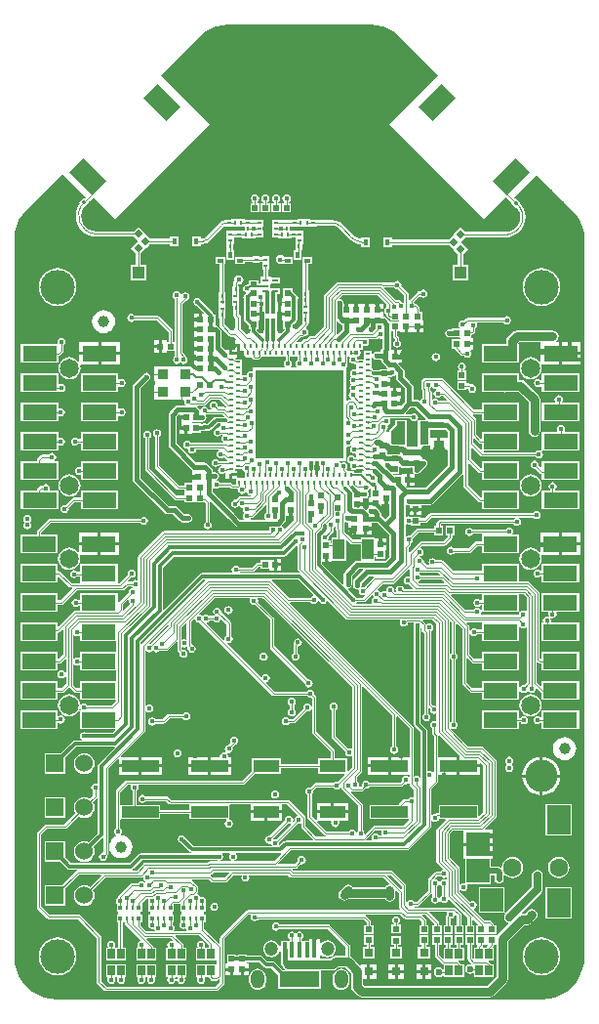
<source format=gtl>
G04*
G04 #@! TF.GenerationSoftware,Altium Limited,Altium Designer,21.2.2 (38)*
G04*
G04 Layer_Physical_Order=1*
G04 Layer_Color=255*
%FSLAX44Y44*%
%MOMM*%
G71*
G04*
G04 #@! TF.SameCoordinates,7819C684-4886-4163-8357-BFC2EAAA6F51*
G04*
G04*
G04 #@! TF.FilePolarity,Positive*
G04*
G01*
G75*
%ADD11C,0.1500*%
%ADD12C,0.2500*%
%ADD14C,0.1250*%
%ADD15C,0.3000*%
%ADD16C,0.2000*%
%ADD24R,0.5500X0.5500*%
%ADD25R,0.5500X0.5000*%
%ADD26R,0.5000X0.5500*%
%ADD28R,0.2500X0.3000*%
%ADD29R,0.5500X0.5500*%
%ADD30R,0.3000X0.5000*%
%ADD31R,0.5000X0.3000*%
%ADD32R,0.4000X0.5000*%
%ADD33R,1.1000X0.4700*%
%ADD34R,3.0000X1.4000*%
%ADD35R,3.2000X1.0000*%
%ADD36R,2.2500X1.0500*%
%ADD37R,0.6500X0.8500*%
%ADD38R,0.4000X1.3500*%
%ADD39R,3.4000X1.3500*%
%ADD40R,0.2500X0.4500*%
%ADD41R,0.3500X0.4500*%
G04:AMPARAMS|DCode=42|XSize=1.7mm|YSize=2.8mm|CornerRadius=0mm|HoleSize=0mm|Usage=FLASHONLY|Rotation=225.000|XOffset=0mm|YOffset=0mm|HoleType=Round|Shape=Rectangle|*
%AMROTATEDRECTD42*
4,1,4,-0.3889,1.5910,1.5910,-0.3889,0.3889,-1.5910,-1.5910,0.3889,-0.3889,1.5910,0.0*
%
%ADD42ROTATEDRECTD42*%

G04:AMPARAMS|DCode=43|XSize=1.7mm|YSize=2.8mm|CornerRadius=0mm|HoleSize=0mm|Usage=FLASHONLY|Rotation=315.000|XOffset=0mm|YOffset=0mm|HoleType=Round|Shape=Rectangle|*
%AMROTATEDRECTD43*
4,1,4,-1.5910,-0.3889,0.3889,1.5910,1.5910,0.3889,-0.3889,-1.5910,-1.5910,-0.3889,0.0*
%
%ADD43ROTATEDRECTD43*%

%ADD44R,0.3000X0.2500*%
%ADD45R,0.5500X0.2500*%
%ADD46R,0.3500X0.2500*%
%ADD47R,0.2000X0.2000*%
G04:AMPARAMS|DCode=48|XSize=0.25mm|YSize=0.3mm|CornerRadius=0mm|HoleSize=0mm|Usage=FLASHONLY|Rotation=45.000|XOffset=0mm|YOffset=0mm|HoleType=Round|Shape=Rectangle|*
%AMROTATEDRECTD48*
4,1,4,0.0177,-0.1945,-0.1945,0.0177,-0.0177,0.1945,0.1945,-0.0177,0.0177,-0.1945,0.0*
%
%ADD48ROTATEDRECTD48*%

G04:AMPARAMS|DCode=49|XSize=0.25mm|YSize=0.3mm|CornerRadius=0mm|HoleSize=0mm|Usage=FLASHONLY|Rotation=135.000|XOffset=0mm|YOffset=0mm|HoleType=Round|Shape=Rectangle|*
%AMROTATEDRECTD49*
4,1,4,0.1945,0.0177,-0.0177,-0.1945,-0.1945,-0.0177,0.0177,0.1945,0.1945,0.0177,0.0*
%
%ADD49ROTATEDRECTD49*%

%ADD50R,1.0500X2.2000*%
%ADD51R,1.0000X1.0500*%
%ADD52R,0.9500X0.8500*%
%ADD53P,0.7778X4X360.0*%
%ADD54R,0.9500X0.5500*%
%ADD55R,1.0000X1.8000*%
%ADD56R,2.0000X2.5000*%
%ADD57R,2.0000X2.0000*%
%ADD58R,0.8000X2.0000*%
%ADD59R,0.2200X0.4500*%
%ADD60R,0.4500X0.2200*%
%ADD61R,0.1900X0.4500*%
%ADD62R,0.4500X0.1900*%
%ADD117R,0.8000X0.8000*%
%ADD118C,1.0000*%
%ADD119R,7.6000X7.6000*%
%ADD120C,0.4500*%
%ADD121C,0.7500*%
%ADD122C,0.6000*%
%ADD123C,0.4000*%
%ADD124C,0.7000*%
%ADD125C,0.5000*%
%ADD126C,0.3556*%
%ADD127C,0.1700*%
%ADD128C,0.3500*%
%ADD129C,0.5500*%
%ADD130C,2.8000*%
%ADD131C,1.5240*%
%ADD132R,1.5240X1.5240*%
%ADD133C,1.6500*%
%ADD134C,1.2000*%
G04:AMPARAMS|DCode=135|XSize=1.2mm|YSize=1.6mm|CornerRadius=0.6mm|HoleSize=0mm|Usage=FLASHONLY|Rotation=180.000|XOffset=0mm|YOffset=0mm|HoleType=Round|Shape=RoundedRectangle|*
%AMROUNDEDRECTD135*
21,1,1.2000,0.4000,0,0,180.0*
21,1,0.0000,1.6000,0,0,180.0*
1,1,1.2000,0.0000,0.2000*
1,1,1.2000,0.0000,0.2000*
1,1,1.2000,0.0000,-0.2000*
1,1,1.2000,0.0000,-0.2000*
%
%ADD135ROUNDEDRECTD135*%
%ADD136C,3.0000*%
%ADD137C,1.6000*%
%ADD138C,0.4500*%
%ADD139C,0.6000*%
G36*
X311000Y847392D02*
X311000Y847392D01*
X311800Y847426D01*
X316865Y847027D01*
X322585Y845654D01*
X328019Y843402D01*
X332689Y840541D01*
X370262Y802968D01*
X328226Y760933D01*
X410251Y678908D01*
X428989Y697647D01*
X432525Y694111D01*
X432781Y694367D01*
X433811Y693337D01*
X433346Y692872D01*
X437871Y688346D01*
X437912Y688387D01*
X438710Y688335D01*
X439818Y686890D01*
X441095Y683808D01*
X441531Y680500D01*
X441095Y677192D01*
X439818Y674110D01*
X437787Y671463D01*
X435140Y669432D01*
X432058Y668155D01*
X429834Y667862D01*
X429834Y667862D01*
Y667862D01*
X429779Y667803D01*
X393855D01*
X389932Y671725D01*
X384134Y665927D01*
X383639Y665432D01*
X383073Y664866D01*
X379530Y661324D01*
X330200D01*
Y663200D01*
X322800D01*
Y654800D01*
X330200D01*
Y656582D01*
X379761D01*
X383073Y653270D01*
X383568Y652775D01*
X384134Y652209D01*
X387561Y648782D01*
Y639200D01*
X383300D01*
Y625300D01*
X396700D01*
Y639200D01*
X392303D01*
Y648782D01*
X396225Y652704D01*
X390398Y658532D01*
X389986Y659068D01*
X390398Y659604D01*
X393855Y663062D01*
X429458D01*
X430042Y663062D01*
X430242Y663101D01*
Y663101D01*
X430372Y663127D01*
X432170Y663304D01*
X435460Y664302D01*
X438491Y665922D01*
X441147Y668103D01*
X443328Y670760D01*
X444948Y673791D01*
X445946Y677080D01*
X446283Y680500D01*
X445946Y683921D01*
X444948Y687210D01*
X443328Y690241D01*
X441722Y692197D01*
X442043Y692518D01*
X437518Y697044D01*
X437164Y696690D01*
X436133Y697720D01*
X455822Y717408D01*
X490541Y682689D01*
X493403Y678019D01*
X495654Y672585D01*
X497027Y666864D01*
X497481Y661096D01*
X497392Y661000D01*
X497392D01*
X497500Y660181D01*
Y40819D01*
X497392Y40000D01*
X497392D01*
X497481Y39904D01*
X497027Y34136D01*
X495654Y28416D01*
X493403Y22981D01*
X490329Y17965D01*
X486508Y13492D01*
X482035Y9671D01*
X477020Y6598D01*
X471585Y4346D01*
X465864Y2973D01*
X460800Y2575D01*
X460000Y2608D01*
Y2608D01*
X459180Y2500D01*
X40820D01*
X40000Y2608D01*
Y2608D01*
X39904Y2519D01*
X34135Y2973D01*
X28415Y4346D01*
X22981Y6598D01*
X17965Y9671D01*
X13492Y13492D01*
X9671Y17965D01*
X6597Y22981D01*
X4346Y28416D01*
X2973Y34136D01*
X2519Y39904D01*
X2608Y40000D01*
X2608D01*
X2500Y40820D01*
Y660180D01*
X2608Y661000D01*
X2608D01*
X2519Y661096D01*
X2973Y666864D01*
X4346Y672585D01*
X6597Y678019D01*
X9459Y682689D01*
X44366Y717596D01*
X64236Y697727D01*
X63642Y697134D01*
X63232Y697543D01*
X58707Y693018D01*
X59282Y692443D01*
X58827Y691888D01*
X57141Y688733D01*
X56102Y685310D01*
X55752Y681750D01*
X56102Y678190D01*
X57141Y674767D01*
X58827Y671612D01*
X61097Y668847D01*
X63862Y666577D01*
X67017Y664891D01*
X70440Y663852D01*
X71254Y663772D01*
X72049Y663686D01*
X72300Y663636D01*
X72834Y663636D01*
X106185D01*
X109602Y660218D01*
X110014Y659682D01*
X109602Y659146D01*
X103775Y653318D01*
X107629Y649464D01*
Y639200D01*
X103300D01*
Y625300D01*
X116700D01*
Y639200D01*
X112370D01*
Y649327D01*
X115866Y652823D01*
X116361Y653318D01*
X116927Y653884D01*
X120355Y657312D01*
X137800D01*
Y655550D01*
X145200D01*
Y663950D01*
X137800D01*
Y662053D01*
X120355D01*
X116927Y665480D01*
X116432Y665975D01*
X115866Y666541D01*
X110068Y672339D01*
X106105Y668377D01*
X72620D01*
X72562Y668440D01*
Y668440D01*
X72562Y668440D01*
X70506Y668711D01*
X67250Y670060D01*
X64455Y672205D01*
X62310Y675001D01*
X60961Y678256D01*
X60501Y681750D01*
X60961Y685244D01*
X62246Y688347D01*
X62879Y688846D01*
X62879D01*
X67404Y693372D01*
X66995Y693781D01*
X67588Y694375D01*
X67674Y694289D01*
X71209Y697825D01*
X89948Y679086D01*
X171972Y761111D01*
X129926Y803156D01*
X167311Y840541D01*
X171981Y843402D01*
X177416Y845654D01*
X183136Y847027D01*
X187961Y847407D01*
X188759Y847402D01*
D01*
X189520Y847500D01*
X310180D01*
X311000Y847392D01*
D02*
G37*
%LPC*%
G36*
X238750Y700319D02*
X237384Y700047D01*
X236227Y699273D01*
X235453Y698116D01*
X235181Y696750D01*
X235453Y695384D01*
X236227Y694227D01*
X236838Y693818D01*
Y692750D01*
X234750D01*
Y684750D01*
X242750D01*
Y692750D01*
X240662D01*
Y693818D01*
X241273Y694227D01*
X242047Y695384D01*
X242319Y696750D01*
X242047Y698116D01*
X241273Y699273D01*
X240116Y700047D01*
X238750Y700319D01*
D02*
G37*
G36*
X229750D02*
X228384Y700047D01*
X227227Y699273D01*
X226453Y698116D01*
X226181Y696750D01*
X226453Y695384D01*
X227227Y694227D01*
X227838Y693818D01*
Y692750D01*
X225750D01*
Y684750D01*
X233750D01*
Y692750D01*
X231662D01*
Y693818D01*
X232273Y694227D01*
X233047Y695384D01*
X233319Y696750D01*
X233047Y698116D01*
X232273Y699273D01*
X231116Y700047D01*
X229750Y700319D01*
D02*
G37*
G36*
X220500D02*
X219134Y700047D01*
X217977Y699273D01*
X217203Y698116D01*
X216931Y696750D01*
X217203Y695384D01*
X217977Y694227D01*
X218588Y693818D01*
Y692750D01*
X216500D01*
Y684750D01*
X224500D01*
Y692750D01*
X222412D01*
Y693818D01*
X223023Y694227D01*
X223797Y695384D01*
X224069Y696750D01*
X223797Y698116D01*
X223023Y699273D01*
X221866Y700047D01*
X220500Y700319D01*
D02*
G37*
G36*
X211500D02*
X210134Y700047D01*
X208977Y699273D01*
X208203Y698116D01*
X207931Y696750D01*
X208203Y695384D01*
X208977Y694227D01*
X209588Y693818D01*
Y692750D01*
X207500D01*
Y684750D01*
X215500D01*
Y692750D01*
X213412D01*
Y693818D01*
X214023Y694227D01*
X214797Y695384D01*
X215068Y696750D01*
X214797Y698116D01*
X214023Y699273D01*
X212866Y700047D01*
X211500Y700319D01*
D02*
G37*
G36*
X259450Y678700D02*
X248050D01*
Y678450D01*
X242800D01*
Y677870D01*
X232950D01*
Y678450D01*
X226050D01*
Y672550D01*
X226500D01*
Y668450D01*
X226050D01*
Y662550D01*
X231800D01*
Y662300D01*
X243200D01*
Y662800D01*
X246800D01*
Y658200D01*
X246300D01*
Y651800D01*
X245541Y651700D01*
X245300D01*
Y643300D01*
X251700D01*
Y651700D01*
X252200Y651800D01*
Y657300D01*
X253200D01*
Y668700D01*
X246800D01*
Y668700D01*
X243200D01*
Y668700D01*
X241500D01*
Y673129D01*
X242800D01*
Y672550D01*
X248050D01*
Y672300D01*
X259450D01*
Y672550D01*
X264950D01*
Y673137D01*
X278250D01*
Y673130D01*
X280518Y672832D01*
X282631Y671956D01*
X284415Y670587D01*
X284991Y670032D01*
X293733Y661289D01*
X294163Y660859D01*
X294163Y660765D01*
X294201Y660715D01*
X294201Y660715D01*
X294415Y660518D01*
X294773Y660243D01*
X297180Y658396D01*
X300456Y657040D01*
X303800Y656599D01*
Y654800D01*
X311200D01*
Y663200D01*
X303800D01*
Y662024D01*
X303199Y661497D01*
X301703Y661694D01*
X299589Y662569D01*
X298238Y663606D01*
X297651Y664088D01*
X297583Y664154D01*
X297582Y664155D01*
X297582Y664155D01*
X297232Y664495D01*
X287771Y673956D01*
X287770Y673972D01*
X287805Y674007D01*
X285040Y676129D01*
X281765Y677486D01*
X278250Y677949D01*
Y677878D01*
X264950D01*
Y678450D01*
X259450D01*
Y678700D01*
D02*
G37*
G36*
X202451D02*
X191050D01*
Y678450D01*
X185550D01*
X185500Y677881D01*
X183785Y677656D01*
X182188Y676994D01*
X180834Y675955D01*
X180835Y675954D01*
X180834Y675943D01*
X180805Y675901D01*
X168116Y663212D01*
X167536Y662699D01*
X167536D01*
X166902Y662297D01*
X166250Y662167D01*
Y662121D01*
X164200D01*
Y663950D01*
X156800D01*
Y655550D01*
X164200D01*
Y657380D01*
X166250D01*
Y657369D01*
X167965Y657595D01*
X169562Y658256D01*
X170916Y659295D01*
X170916Y659295D01*
Y659295D01*
X171476Y659866D01*
X183646Y672036D01*
X184214Y672552D01*
X184859Y672873D01*
X185550Y672550D01*
Y672550D01*
X185550Y672550D01*
X191050D01*
Y672300D01*
X202451D01*
X203000Y671727D01*
Y668700D01*
X200300D01*
Y668450D01*
X194300D01*
Y667871D01*
X193200D01*
Y668450D01*
X186800D01*
Y658200D01*
X186800D01*
Y651800D01*
X186550Y651700D01*
Y643300D01*
X192950D01*
Y651700D01*
X192700Y651800D01*
Y657050D01*
X193200D01*
Y663130D01*
X194300D01*
Y662550D01*
X200300D01*
Y662300D01*
X211700D01*
Y662550D01*
X218450D01*
Y668450D01*
X218000D01*
Y672550D01*
X218450D01*
Y678450D01*
X211550D01*
Y677870D01*
X207950D01*
Y678450D01*
X202451D01*
Y678700D01*
D02*
G37*
G36*
X223950Y646700D02*
X217550D01*
Y646121D01*
X215700D01*
Y646700D01*
X209300D01*
Y646121D01*
X202450D01*
Y646200D01*
X194050D01*
Y639800D01*
X202450D01*
Y641380D01*
X209300D01*
Y640800D01*
X215700D01*
Y641380D01*
X217550D01*
Y635300D01*
X218379D01*
Y628951D01*
X216300D01*
Y623294D01*
X214250D01*
Y626000D01*
X206250D01*
Y623145D01*
X206122Y623120D01*
X205378Y622622D01*
X204770Y622015D01*
X204500Y622068D01*
X203134Y621797D01*
X201977Y621023D01*
X201203Y619866D01*
X200931Y618500D01*
X201203Y617134D01*
X201977Y615977D01*
X203134Y615203D01*
X203486Y615133D01*
Y614317D01*
X203384Y614297D01*
X202227Y613523D01*
X201453Y612366D01*
X201182Y611000D01*
X201453Y609635D01*
X201946Y608897D01*
Y592110D01*
X202160Y591037D01*
X202767Y590127D01*
X206250Y586644D01*
Y583500D01*
X207446D01*
Y581250D01*
X204239Y579364D01*
X200926Y582676D01*
X199121Y584482D01*
Y593875D01*
X198940Y594782D01*
X198426Y595551D01*
X197496Y596482D01*
X197496Y598550D01*
X197950D01*
Y604950D01*
X197700D01*
Y615450D01*
X197700D01*
Y620950D01*
X197120D01*
Y622014D01*
X197375Y622223D01*
X198916Y622529D01*
X200222Y623402D01*
X201095Y624709D01*
X201402Y626250D01*
X201095Y627791D01*
X200222Y629098D01*
X198916Y629971D01*
X197375Y630277D01*
X195833Y629971D01*
X194527Y629098D01*
X193654Y627791D01*
X193347Y626250D01*
X193459Y625687D01*
X193074Y625302D01*
X192560Y624532D01*
X192379Y623625D01*
Y620950D01*
X191800D01*
Y615450D01*
X191300D01*
Y604050D01*
X192050D01*
Y598550D01*
X192189D01*
X192755Y597985D01*
X192755Y595500D01*
X192935Y594593D01*
X193449Y593824D01*
X194380Y592893D01*
Y584511D01*
X194250Y584500D01*
Y584500D01*
X190500Y582750D01*
X189897Y583206D01*
X185120Y587982D01*
Y593050D01*
X185700D01*
Y598550D01*
X185950D01*
Y609950D01*
X185700D01*
Y615450D01*
X185120D01*
Y639800D01*
X185450D01*
Y646200D01*
X177050D01*
Y639800D01*
X180379D01*
Y615450D01*
X179800D01*
Y609950D01*
X179550D01*
Y598550D01*
X179800D01*
Y593050D01*
X180379D01*
Y587001D01*
X180560Y586093D01*
X181074Y585324D01*
X188557Y577841D01*
X188660Y577772D01*
X188753Y577679D01*
X189522Y577165D01*
X190430Y576984D01*
X193089D01*
X195294Y574779D01*
X194988Y574040D01*
X194010D01*
Y570520D01*
X197500D01*
Y569250D01*
X198770D01*
Y564460D01*
X200990D01*
Y564460D01*
X201552Y564564D01*
X202200Y563993D01*
Y559050D01*
X207800D01*
X208452Y558692D01*
X208648Y558398D01*
X209648Y557398D01*
X210268Y556984D01*
X211000Y556838D01*
X214000D01*
X214732Y556984D01*
X215352Y557398D01*
X216352Y558398D01*
X216766Y559018D01*
X217335Y559488D01*
X217630Y559480D01*
X217630Y559480D01*
Y559480D01*
X221830D01*
X222370Y559480D01*
Y559480D01*
X222630D01*
Y559480D01*
X226858D01*
X227370Y559480D01*
Y559480D01*
X227650Y559500D01*
Y559500D01*
X232350D01*
Y559500D01*
X232650D01*
Y559500D01*
X237350D01*
X237350Y559500D01*
X238088Y559351D01*
Y556682D01*
X237477Y556274D01*
X236703Y555116D01*
X236432Y553750D01*
X236703Y552385D01*
X237401Y551340D01*
X237174Y550540D01*
X209460D01*
Y547344D01*
X208660Y546688D01*
X208000Y546819D01*
X206634Y546547D01*
X205476Y545774D01*
X204703Y544616D01*
X204524Y543716D01*
X204116Y543547D01*
X202750Y543819D01*
X201384Y543547D01*
X201206Y543428D01*
X200500Y543805D01*
Y546850D01*
X200500Y547350D01*
X200500D01*
Y547650D01*
X200500D01*
Y552350D01*
X200500D01*
Y552650D01*
X200500D01*
Y557350D01*
X195354D01*
X194494Y558210D01*
X194825Y559010D01*
X195540D01*
Y561230D01*
X190750D01*
Y562500D01*
X189480D01*
Y565990D01*
X185960D01*
Y565990D01*
X185243Y565693D01*
X182314Y568623D01*
Y581250D01*
X182062Y582518D01*
X181343Y583593D01*
X179343Y585593D01*
X178268Y586312D01*
X177185Y586527D01*
X177000Y587250D01*
Y587750D01*
X177000D01*
Y595750D01*
X175754D01*
X175591Y596573D01*
X174983Y597482D01*
X164970Y607495D01*
X164797Y608366D01*
X164023Y609523D01*
X162866Y610297D01*
X161500Y610569D01*
X160134Y610297D01*
X158977Y609523D01*
X158203Y608366D01*
X157931Y607000D01*
X158203Y605634D01*
X158977Y604477D01*
X160134Y603703D01*
X161005Y603530D01*
X166755Y597779D01*
X166449Y597040D01*
X165270D01*
Y591750D01*
X164000D01*
Y590480D01*
X158710D01*
Y586460D01*
Y584520D01*
X164000D01*
Y581980D01*
X158710D01*
Y580040D01*
X158710D01*
Y576020D01*
X164000D01*
Y573480D01*
X158710D01*
Y569460D01*
Y567520D01*
X164000D01*
Y564980D01*
X158710D01*
Y560960D01*
X158710D01*
Y559020D01*
X164000D01*
Y556480D01*
X158710D01*
Y549605D01*
X157971Y549299D01*
X156750Y550520D01*
Y551250D01*
X138540D01*
Y551290D01*
X123960D01*
Y537710D01*
Y522210D01*
X138540D01*
Y522250D01*
X143460D01*
Y522210D01*
X149409D01*
X150065Y521410D01*
X149939Y520775D01*
X150211Y519410D01*
X150906Y518369D01*
X150677Y517569D01*
X144500D01*
X143134Y517297D01*
X141977Y516524D01*
X137227Y511773D01*
X136453Y510616D01*
X136181Y509250D01*
Y483500D01*
X136453Y482135D01*
X137227Y480977D01*
X156465Y461739D01*
X156710Y461040D01*
X156710Y461040D01*
X156710D01*
X156710Y461040D01*
Y457020D01*
X162000D01*
Y454480D01*
X156710D01*
Y450800D01*
X156710Y450460D01*
X156101Y450000D01*
X150500D01*
Y447912D01*
X145542D01*
X128162Y465292D01*
Y490318D01*
X128773Y490727D01*
X129547Y491884D01*
X129819Y493250D01*
X129547Y494616D01*
X128773Y495773D01*
X127616Y496547D01*
X126250Y496819D01*
X124884Y496547D01*
X123727Y495773D01*
X122953Y494616D01*
X122682Y493250D01*
X122953Y491884D01*
X123727Y490727D01*
X124338Y490318D01*
Y464500D01*
X124484Y463768D01*
X124898Y463148D01*
X143398Y444648D01*
X144018Y444234D01*
X144750Y444088D01*
X150500D01*
Y442050D01*
X150500Y442000D01*
Y441250D01*
X150500Y441200D01*
Y439162D01*
X143542D01*
X119912Y462792D01*
Y489068D01*
X120523Y489477D01*
X121297Y490634D01*
X121569Y492000D01*
X121297Y493366D01*
X120523Y494523D01*
X119366Y495297D01*
X118000Y495569D01*
X116634Y495297D01*
X115477Y494523D01*
X114703Y493366D01*
X114431Y492000D01*
X114703Y490634D01*
X115477Y489477D01*
X116088Y489068D01*
Y462000D01*
X116234Y461268D01*
X116648Y460648D01*
X141398Y435898D01*
X142018Y435484D01*
X142750Y435338D01*
X150500D01*
Y433250D01*
X158500D01*
Y441200D01*
X158500Y441250D01*
Y442000D01*
X158500Y442050D01*
Y449513D01*
X159000Y449807D01*
X159500Y449513D01*
Y442000D01*
X159500D01*
Y441250D01*
X159500D01*
Y433250D01*
X167500D01*
X167500Y433250D01*
Y433250D01*
X168245Y433051D01*
X168447Y432849D01*
Y416539D01*
X167836Y416130D01*
X167062Y414972D01*
X166790Y413607D01*
X167062Y412241D01*
X167836Y411083D01*
X168993Y410310D01*
X170359Y410038D01*
X171724Y410310D01*
X172882Y411083D01*
X173656Y412241D01*
X173927Y413607D01*
X173656Y414972D01*
X172882Y416130D01*
X172271Y416539D01*
Y433641D01*
X172231Y433841D01*
X172968Y434235D01*
X187477Y419727D01*
X188563Y419001D01*
X194657Y412907D01*
X195732Y412189D01*
X197000Y411936D01*
X223902D01*
X224280Y411231D01*
X224203Y411116D01*
X223931Y409750D01*
X224052Y409142D01*
X223514Y408537D01*
X132054D01*
X131322Y408391D01*
X130702Y407977D01*
X110398Y387673D01*
X109984Y387053D01*
X109838Y386321D01*
Y366149D01*
X109133Y365771D01*
X108814Y365984D01*
X107449Y366256D01*
X106083Y365984D01*
X104925Y365211D01*
X104517Y364599D01*
X101356D01*
X101049Y365338D01*
X103984Y368273D01*
X104638Y368143D01*
X106004Y368415D01*
X107161Y369188D01*
X107935Y370346D01*
X108207Y371712D01*
X107935Y373077D01*
X107161Y374235D01*
X106004Y375009D01*
X104638Y375280D01*
X103272Y375009D01*
X102115Y374235D01*
X101341Y373077D01*
X101069Y371712D01*
X101227Y370922D01*
X93653Y363349D01*
X92929D01*
X92250Y363640D01*
X92250Y364149D01*
Y380140D01*
X59750D01*
Y373162D01*
X57182D01*
X56773Y373773D01*
X55616Y374547D01*
X54250Y374819D01*
X52884Y374547D01*
X51727Y373773D01*
X50953Y372616D01*
X50681Y371250D01*
X50953Y369884D01*
X51727Y368727D01*
X52884Y367953D01*
X54250Y367681D01*
X55616Y367953D01*
X56773Y368727D01*
X57182Y369338D01*
X59750D01*
X59750Y363640D01*
X59071Y363349D01*
X52355D01*
X42462Y373242D01*
X41842Y373656D01*
X41110Y373802D01*
X40250D01*
Y380140D01*
X7750D01*
Y363640D01*
X40250D01*
Y368915D01*
X41050Y369246D01*
X50211Y360085D01*
X50831Y359671D01*
X51563Y359525D01*
X52776D01*
X53083Y358786D01*
X42698Y348402D01*
X40250D01*
Y354740D01*
X7750D01*
Y338240D01*
X40250D01*
Y344578D01*
X43490D01*
X44222Y344724D01*
X44842Y345138D01*
X56729Y357025D01*
X96086D01*
X96818Y357171D01*
X97438Y357585D01*
X100628Y360776D01*
X104468D01*
X104919Y360142D01*
X104692Y359357D01*
X103759Y359172D01*
X102602Y358398D01*
X101828Y357241D01*
X101557Y355875D01*
X101700Y355154D01*
X93648Y347102D01*
X93234Y346482D01*
X93088Y345750D01*
Y341513D01*
X93050Y341488D01*
X92250Y341915D01*
Y354740D01*
X59750D01*
Y348412D01*
X58682D01*
X58273Y349024D01*
X57116Y349797D01*
X55750Y350069D01*
X54384Y349797D01*
X53227Y349024D01*
X52453Y347866D01*
X52182Y346500D01*
X52453Y345135D01*
X53227Y343977D01*
X54384Y343203D01*
X55750Y342932D01*
X57116Y343203D01*
X58273Y343977D01*
X58682Y344588D01*
X59750D01*
Y339517D01*
X55473D01*
X54742Y339372D01*
X54121Y338957D01*
X40989Y325825D01*
X40250Y326131D01*
Y329340D01*
X7750D01*
Y312840D01*
X40250D01*
Y320385D01*
X40874Y320509D01*
X41495Y320923D01*
X44349Y323778D01*
X45088Y323472D01*
Y301732D01*
X41050Y297694D01*
X40250Y297824D01*
Y303940D01*
X7750D01*
Y287440D01*
X40250D01*
Y293778D01*
X41750D01*
X42482Y293924D01*
X43102Y294338D01*
X46849Y298086D01*
X47588Y297780D01*
Y285787D01*
X46797Y285665D01*
X46023Y286822D01*
X44866Y287596D01*
X43500Y287867D01*
X42134Y287596D01*
X40977Y286822D01*
X40203Y285665D01*
X39931Y284299D01*
X40203Y282933D01*
X40977Y281775D01*
X42134Y281002D01*
X43500Y280730D01*
X44866Y281002D01*
X46023Y281775D01*
X46797Y282933D01*
X47588Y282811D01*
Y276042D01*
X43748Y272202D01*
X40250D01*
Y278540D01*
X7750D01*
Y262040D01*
X40250D01*
Y268378D01*
X44540D01*
X45272Y268524D01*
X45892Y268938D01*
X49799Y272846D01*
X50440Y272783D01*
X50711Y272626D01*
X54398Y268938D01*
X55018Y268524D01*
X55750Y268378D01*
X59750D01*
Y262040D01*
X90134D01*
X90465Y261240D01*
X86649Y257424D01*
X66185D01*
X65776Y258036D01*
X64619Y258809D01*
X63253Y259081D01*
X61887Y258809D01*
X60730Y258036D01*
X60371Y257500D01*
X59937Y257549D01*
X59563Y257730D01*
X59255Y260070D01*
X58298Y262381D01*
X56775Y264366D01*
X54791Y265888D01*
X52480Y266846D01*
X50000Y267172D01*
X47520Y266846D01*
X45209Y265888D01*
X43225Y264366D01*
X41702Y262381D01*
X40745Y260070D01*
X40418Y257590D01*
X40745Y255110D01*
X41702Y252799D01*
X43225Y250815D01*
X45209Y249292D01*
X47520Y248335D01*
X50000Y248008D01*
X52480Y248335D01*
X54791Y249292D01*
X56775Y250815D01*
X58298Y252799D01*
X59048Y254610D01*
X59830Y254533D01*
X59916Y254348D01*
X59956Y254147D01*
X60134Y253881D01*
X60154Y253839D01*
X59780Y253140D01*
X59750D01*
Y236640D01*
X89880D01*
X90186Y235901D01*
X87839Y233554D01*
X65353D01*
X64616Y234047D01*
X63250Y234319D01*
X61884Y234047D01*
X60727Y233274D01*
X59953Y232116D01*
X59681Y230750D01*
X59953Y229384D01*
X60727Y228227D01*
X60911Y228104D01*
X60668Y227304D01*
X55264D01*
X54191Y227090D01*
X53281Y226483D01*
X42713Y215914D01*
X28938D01*
Y198174D01*
X46678D01*
Y211949D01*
X56425Y221696D01*
X89599D01*
X89931Y220896D01*
X75767Y206733D01*
X75160Y205823D01*
X74946Y204750D01*
Y190091D01*
X74241Y189713D01*
X74116Y189797D01*
X72750Y190069D01*
X71384Y189797D01*
X70227Y189023D01*
X69453Y187866D01*
X69181Y186500D01*
X69453Y185134D01*
X70227Y183977D01*
X70838Y183568D01*
Y179278D01*
X68004Y176444D01*
X67681Y176692D01*
X65524Y177586D01*
X63208Y177891D01*
X60893Y177586D01*
X58735Y176692D01*
X56882Y175270D01*
X55460Y173417D01*
X54566Y171260D01*
X54261Y168944D01*
X54566Y166628D01*
X55460Y164471D01*
X55708Y164148D01*
X45847Y154287D01*
X30125D01*
X29393Y154141D01*
X28773Y153727D01*
X22648Y147602D01*
X22234Y146982D01*
X22088Y146250D01*
Y82750D01*
X22234Y82018D01*
X22648Y81398D01*
X31148Y72898D01*
X31768Y72484D01*
X32500Y72338D01*
X57958D01*
X74088Y56208D01*
Y17750D01*
X74234Y17019D01*
X74648Y16398D01*
X80648Y10398D01*
X81269Y9984D01*
X82000Y9838D01*
X177750D01*
X178482Y9984D01*
X179102Y10398D01*
X184218Y15514D01*
X184633Y16135D01*
X184778Y16866D01*
Y55450D01*
X205542Y76213D01*
X207671D01*
X208048Y75508D01*
X207953Y75366D01*
X207682Y74000D01*
X207953Y72635D01*
X208727Y71477D01*
X209884Y70703D01*
X211250Y70432D01*
X212616Y70703D01*
X213773Y71477D01*
X214182Y72088D01*
X305708D01*
X308088Y69708D01*
Y67250D01*
X306000D01*
Y59250D01*
X314000D01*
Y67250D01*
X311912D01*
Y70500D01*
X311766Y71232D01*
X311352Y71852D01*
X307852Y75352D01*
X307760Y75413D01*
X308002Y76213D01*
X337584D01*
X340899Y72898D01*
X341519Y72484D01*
X342251Y72338D01*
X354208D01*
X356088Y70458D01*
Y67250D01*
X354000D01*
Y59250D01*
X362000D01*
Y67250D01*
X359912D01*
Y71250D01*
X359766Y71982D01*
X359352Y72602D01*
X356540Y75413D01*
X356788Y76157D01*
X356832Y76213D01*
X359083D01*
X367247Y68050D01*
X366915Y67250D01*
X365500D01*
Y59250D01*
X373500D01*
Y67250D01*
X371412D01*
Y68500D01*
X371266Y69232D01*
X370852Y69852D01*
X362729Y77974D01*
X363036Y78713D01*
X377671D01*
X378048Y78008D01*
X377953Y77866D01*
X377682Y76500D01*
X377825Y75779D01*
X377648Y75602D01*
X377234Y74982D01*
X377088Y74250D01*
Y67250D01*
X375000D01*
Y59250D01*
X383000D01*
Y67250D01*
X380912D01*
Y72654D01*
X381250Y72932D01*
X382616Y73203D01*
X383773Y73977D01*
X384547Y75135D01*
X384710Y75955D01*
X385578Y76218D01*
X386588Y75208D01*
Y67250D01*
X384500D01*
Y59250D01*
X392500D01*
Y67250D01*
X390412D01*
Y76000D01*
X390266Y76732D01*
X389852Y77352D01*
X385227Y81977D01*
X384607Y82391D01*
X383875Y82537D01*
X350540D01*
X350087Y83337D01*
X350088Y83338D01*
X352750D01*
X353482Y83484D01*
X354102Y83898D01*
X364664Y94461D01*
X364788Y94646D01*
X365492Y94465D01*
X365588Y94403D01*
Y92182D01*
X364977Y91774D01*
X364203Y90616D01*
X363932Y89250D01*
X364203Y87885D01*
X364977Y86727D01*
X366134Y85953D01*
X367500Y85682D01*
X368866Y85953D01*
X370023Y86727D01*
X370797Y87885D01*
X371069Y89250D01*
X370797Y90616D01*
X370023Y91774D01*
X369412Y92182D01*
Y100568D01*
X370023Y100977D01*
X370797Y102135D01*
X371069Y103500D01*
X370797Y104866D01*
X370023Y106024D01*
X368866Y106797D01*
X368254Y106919D01*
X367990Y107787D01*
X369792Y109588D01*
X372568D01*
X372977Y108977D01*
X374134Y108203D01*
X375500Y107932D01*
X376866Y108203D01*
X377133Y108382D01*
X377838Y108005D01*
Y106996D01*
X377133Y106619D01*
X376866Y106797D01*
X375500Y107069D01*
X374134Y106797D01*
X372977Y106024D01*
X372203Y104866D01*
X371931Y103500D01*
X372203Y102135D01*
X372977Y100977D01*
X373588Y100568D01*
Y92682D01*
X372977Y92274D01*
X372203Y91116D01*
X371931Y89750D01*
X372203Y88385D01*
X372977Y87227D01*
X374134Y86453D01*
X375500Y86182D01*
X376866Y86453D01*
X378023Y87227D01*
X378797Y88385D01*
X378976Y89285D01*
X379844Y89548D01*
X396088Y73304D01*
Y67250D01*
X394000D01*
Y59250D01*
X402000D01*
Y67250D01*
X399911D01*
Y71971D01*
X400651Y72277D01*
X404938Y67989D01*
X404632Y67250D01*
X403500D01*
Y59250D01*
X411500D01*
Y67250D01*
X412160Y67588D01*
X412340D01*
X413000Y67250D01*
Y59250D01*
X421000D01*
Y67250D01*
X418912D01*
Y67500D01*
X418766Y68231D01*
X418352Y68852D01*
X416352Y70852D01*
X415732Y71266D01*
X415000Y71412D01*
X410458D01*
X401216Y80654D01*
X401448Y81420D01*
X401616Y81453D01*
X402774Y82227D01*
X403547Y83385D01*
X403819Y84750D01*
X403547Y86116D01*
X402774Y87274D01*
X401616Y88047D01*
X400250Y88319D01*
X398885Y88047D01*
X397970Y87436D01*
X389313Y96092D01*
Y97139D01*
X390113Y97385D01*
X391134Y96703D01*
X392500Y96431D01*
X393866Y96703D01*
X395023Y97477D01*
X395797Y98634D01*
X396069Y100000D01*
X395797Y101366D01*
X395406Y101950D01*
X395834Y102750D01*
X416250D01*
Y110176D01*
X419477D01*
Y106850D01*
X419768Y105387D01*
X420597Y104146D01*
X421837Y103318D01*
X423300Y103027D01*
X424763Y103318D01*
X426004Y104146D01*
X426833Y105387D01*
X427124Y106850D01*
Y110825D01*
X427881Y111083D01*
X428403Y110403D01*
X430335Y108920D01*
X432585Y107988D01*
X435000Y107670D01*
X437415Y107988D01*
X439665Y108920D01*
X441597Y110403D01*
X443080Y112335D01*
X444012Y114585D01*
X444330Y117000D01*
X444012Y119415D01*
X443080Y121665D01*
X441597Y123597D01*
X439665Y125080D01*
X437415Y126012D01*
X435000Y126330D01*
X432585Y126012D01*
X430335Y125080D01*
X428403Y123597D01*
X426920Y121665D01*
X425988Y119415D01*
X425670Y117000D01*
X425748Y116411D01*
X425030Y116058D01*
X424384Y116704D01*
X423144Y117532D01*
X421681Y117823D01*
X416250D01*
Y124460D01*
X417540D01*
Y135730D01*
X405000D01*
X392460D01*
Y124460D01*
X393750D01*
Y103951D01*
X393132Y103443D01*
X392500Y103569D01*
X391134Y103297D01*
X390113Y102615D01*
X389313Y102861D01*
Y116205D01*
X389168Y116937D01*
X388754Y117557D01*
X380287Y126024D01*
Y145583D01*
X383292Y148588D01*
X392460D01*
Y138270D01*
X405000D01*
X417540D01*
Y149540D01*
X410896D01*
X410589Y150279D01*
X420352Y160042D01*
X420766Y160662D01*
X420912Y161393D01*
Y209107D01*
X420766Y209838D01*
X420352Y210459D01*
X409458Y221352D01*
X408838Y221766D01*
X408107Y221912D01*
X396792D01*
X381326Y237378D01*
X381836Y237999D01*
X382653Y237453D01*
X384019Y237181D01*
X385384Y237453D01*
X386542Y238227D01*
X387316Y239384D01*
X387587Y240750D01*
X387316Y242116D01*
X386542Y243273D01*
X385912Y243694D01*
Y297068D01*
X386523Y297477D01*
X387297Y298634D01*
X387569Y300000D01*
X387297Y301366D01*
X386523Y302523D01*
X385912Y302932D01*
Y327999D01*
X386651Y328305D01*
X391088Y323868D01*
Y276500D01*
X391234Y275768D01*
X391648Y275148D01*
X397858Y268938D01*
X398478Y268524D01*
X399210Y268378D01*
X408250D01*
Y262040D01*
X440750D01*
Y270356D01*
X440843Y270393D01*
X441550Y270489D01*
X442227Y269477D01*
X443384Y268703D01*
X444750Y268431D01*
X446116Y268703D01*
X447273Y269477D01*
X447779Y270234D01*
X448721Y270234D01*
X449227Y269477D01*
X450384Y268703D01*
X451750Y268431D01*
X453116Y268703D01*
X454273Y269477D01*
X455047Y270634D01*
X455252Y271663D01*
X456079Y271968D01*
X459108Y268938D01*
X459728Y268524D01*
X460250Y268420D01*
Y262040D01*
X492750D01*
Y278540D01*
X460250D01*
Y274249D01*
X459511Y273943D01*
X456162Y277292D01*
Y294339D01*
X456901Y294646D01*
X457208Y294338D01*
X457828Y293924D01*
X458560Y293778D01*
X460250D01*
Y287440D01*
X492750D01*
Y303940D01*
X460250D01*
Y297602D01*
X459352D01*
X458662Y298292D01*
Y354607D01*
X458516Y355338D01*
X458102Y355959D01*
X449708Y364352D01*
X449088Y364766D01*
X448357Y364912D01*
X443179D01*
X443179Y364912D01*
X440750D01*
Y380140D01*
X408250D01*
Y373802D01*
X383402D01*
X374352Y382852D01*
X373732Y383266D01*
X373000Y383412D01*
X368482D01*
X368073Y384023D01*
X366915Y384797D01*
X365550Y385069D01*
X364184Y384797D01*
X363026Y384023D01*
X362253Y382866D01*
X361981Y381500D01*
X362253Y380134D01*
X362535Y379712D01*
X362107Y378912D01*
X360578D01*
X357942Y381547D01*
X358086Y382269D01*
X357814Y383634D01*
X357041Y384792D01*
X355883Y385566D01*
X355097Y385722D01*
X354517Y385837D01*
X354420Y386610D01*
X355621Y386849D01*
X356779Y387623D01*
X357553Y388780D01*
X357824Y390146D01*
X357553Y391512D01*
X356779Y392669D01*
X355621Y393443D01*
X355209Y393525D01*
X354976Y394291D01*
X356358Y395672D01*
X375584D01*
X376315Y395817D01*
X376936Y396232D01*
X382102Y401398D01*
X382516Y402018D01*
X382662Y402750D01*
Y404910D01*
X384500D01*
Y412910D01*
X377000D01*
Y404910D01*
X378838D01*
Y403542D01*
X374792Y399495D01*
X355566D01*
X354834Y399350D01*
X354214Y398935D01*
X345613Y390335D01*
X345462Y390108D01*
X344662Y390351D01*
Y394124D01*
X346256Y395719D01*
X346671Y396339D01*
X346816Y397071D01*
Y397984D01*
X347428Y398393D01*
X348202Y399551D01*
X348473Y400916D01*
X348330Y401638D01*
X353690Y406999D01*
X367000D01*
Y404910D01*
X374500D01*
Y412910D01*
X372662D01*
Y414208D01*
X373042Y414588D01*
X435818D01*
X436227Y413977D01*
X437384Y413203D01*
X438750Y412931D01*
X440116Y413203D01*
X441273Y413977D01*
X442047Y415134D01*
X442319Y416500D01*
X442047Y417866D01*
X441273Y419023D01*
X440503Y419538D01*
X440745Y420338D01*
X452818D01*
X453227Y419727D01*
X454384Y418953D01*
X455750Y418681D01*
X457116Y418953D01*
X458273Y419727D01*
X459047Y420884D01*
X459319Y422250D01*
X459047Y423616D01*
X458273Y424773D01*
X457116Y425547D01*
X455750Y425819D01*
X454384Y425547D01*
X453227Y424773D01*
X452818Y424162D01*
X364000D01*
X363268Y424016D01*
X362648Y423602D01*
X358708Y419662D01*
X354750D01*
Y421000D01*
X346750D01*
Y421000D01*
X346298Y420758D01*
X345866Y421047D01*
X344501Y421319D01*
X343135Y421047D01*
X342774Y420806D01*
X342069Y421183D01*
Y431317D01*
X342774Y431694D01*
X343134Y431453D01*
X344500Y431181D01*
X345460D01*
Y428520D01*
X356040D01*
Y431181D01*
X363750D01*
X365116Y431453D01*
X366273Y432227D01*
X391523Y457477D01*
X391538Y457499D01*
X392338Y457256D01*
Y447500D01*
X392484Y446768D01*
X392898Y446148D01*
X405008Y434038D01*
X405628Y433624D01*
X406360Y433478D01*
X408320D01*
Y427140D01*
X440820D01*
Y443640D01*
X408320D01*
Y437302D01*
X407152D01*
X396162Y448292D01*
Y467339D01*
X396901Y467645D01*
X405108Y459438D01*
X405728Y459024D01*
X406460Y458878D01*
X408320D01*
Y452540D01*
X440820D01*
Y469040D01*
X408320D01*
Y462702D01*
X407252D01*
X398662Y471292D01*
Y481339D01*
X399401Y481646D01*
X407398Y473648D01*
X408018Y473234D01*
X408750Y473088D01*
X454663D01*
X455234Y472234D01*
X456392Y471460D01*
X457757Y471189D01*
X459123Y471460D01*
X460281Y472234D01*
X461054Y473392D01*
X461326Y474757D01*
X461054Y476123D01*
X460375Y477140D01*
X460536Y477655D01*
X460729Y477940D01*
X461005Y477940D01*
X492820D01*
Y494440D01*
X480514D01*
X480137Y495146D01*
X480297Y495384D01*
X480569Y496750D01*
X480297Y498116D01*
X479523Y499273D01*
X478366Y500047D01*
X477000Y500319D01*
X475634Y500047D01*
X474477Y499273D01*
X473703Y498116D01*
X473432Y496750D01*
X473703Y495384D01*
X473863Y495146D01*
X473486Y494440D01*
X460320D01*
X460320Y478571D01*
Y478556D01*
D01*
X460320Y478217D01*
X459607Y477731D01*
X459123Y478054D01*
X457757Y478326D01*
X456392Y478054D01*
X455234Y477281D01*
X454987Y476912D01*
X409999D01*
X409833Y477140D01*
X410242Y477940D01*
X440820D01*
Y494440D01*
X408320D01*
Y488765D01*
X407520Y488434D01*
X403662Y492292D01*
Y504857D01*
X403516Y505588D01*
X403102Y506208D01*
X400269Y509042D01*
X400665Y509777D01*
X401160Y509678D01*
X408320D01*
Y503340D01*
X440820D01*
Y519840D01*
X408320D01*
Y513502D01*
X401952D01*
X374602Y540852D01*
X373982Y541266D01*
X373250Y541412D01*
X359083D01*
X358352Y541266D01*
X357731Y540852D01*
X356023Y539143D01*
X355609Y538523D01*
X355463Y537792D01*
Y532625D01*
X355609Y531893D01*
X356023Y531273D01*
X356838Y530458D01*
Y523432D01*
X356227Y523023D01*
X355453Y521866D01*
X355305Y521123D01*
X354437Y520859D01*
X353773Y521523D01*
X352616Y522297D01*
X351250Y522569D01*
X348819D01*
Y533750D01*
X348547Y535116D01*
X347773Y536273D01*
X346023Y538024D01*
X345626Y538289D01*
X341069Y542846D01*
Y547250D01*
X340797Y548616D01*
X340023Y549773D01*
X335826Y553971D01*
X336132Y554710D01*
X338540D01*
Y558730D01*
X333250D01*
Y560000D01*
X331980D01*
Y565290D01*
X329708D01*
X329201Y565909D01*
X329319Y566500D01*
Y581750D01*
X331088D01*
Y577416D01*
X331234Y576685D01*
X331648Y576065D01*
X332605Y575108D01*
Y573960D01*
X331993Y573551D01*
X331219Y572393D01*
X330948Y571028D01*
X331219Y569662D01*
X331993Y568504D01*
X333151Y567731D01*
X334516Y567459D01*
X335882Y567731D01*
X337040Y568504D01*
X337813Y569662D01*
X338085Y571028D01*
X337813Y572393D01*
X337040Y573551D01*
X336428Y573960D01*
Y575900D01*
X336283Y576632D01*
X335868Y577252D01*
X334912Y578208D01*
Y581750D01*
X337000D01*
X337460Y581140D01*
Y580460D01*
X341480D01*
Y585750D01*
X344020D01*
Y580460D01*
X351230D01*
Y585750D01*
X352500D01*
Y587020D01*
X357790D01*
Y591040D01*
X356500D01*
Y598750D01*
X354412D01*
Y601500D01*
X354266Y602232D01*
X353852Y602852D01*
X352072Y604631D01*
X351452Y605046D01*
X350721Y605191D01*
X349949D01*
X349540Y605803D01*
X348929Y606212D01*
Y606975D01*
X353894Y611940D01*
X354891Y611854D01*
X354977Y611727D01*
X356134Y610953D01*
X357500Y610681D01*
X358866Y610953D01*
X360023Y611727D01*
X360797Y612884D01*
X361069Y614250D01*
X360797Y615616D01*
X360023Y616773D01*
X358866Y617547D01*
X357500Y617819D01*
X356134Y617547D01*
X354977Y616773D01*
X354568Y616162D01*
X353500D01*
X352768Y616016D01*
X352148Y615602D01*
X345665Y609119D01*
X345462Y608814D01*
X344662Y609057D01*
Y614000D01*
X344516Y614732D01*
X344102Y615352D01*
X338425Y621029D01*
X338569Y621750D01*
X338297Y623116D01*
X337523Y624273D01*
X336366Y625047D01*
X335000Y625319D01*
X333634Y625047D01*
X332477Y624273D01*
X332068Y623662D01*
X322619D01*
X322088Y624016D01*
X321357Y624162D01*
X283179D01*
X282447Y624016D01*
X281827Y623602D01*
X271773Y613548D01*
X271359Y612928D01*
X271213Y612196D01*
Y585953D01*
X263048Y577787D01*
X259738D01*
X259006Y577641D01*
X258386Y577227D01*
X256446Y575287D01*
X254875D01*
X254143Y575141D01*
X253523Y574727D01*
X251546Y572750D01*
X250300D01*
Y572750D01*
X249700D01*
Y572750D01*
X247999D01*
X247693Y573489D01*
X250792Y576588D01*
X252250D01*
X252982Y576734D01*
X253602Y577148D01*
X253709Y577256D01*
X254083Y577181D01*
X255449Y577453D01*
X256606Y578227D01*
X257380Y579384D01*
X257652Y580750D01*
X257380Y582116D01*
X256606Y583273D01*
X255798Y583814D01*
X255619Y584767D01*
X257176Y586324D01*
X257690Y587093D01*
X257871Y588000D01*
Y588800D01*
X258450D01*
Y594550D01*
X258700D01*
Y605950D01*
X258200D01*
Y611700D01*
X258200D01*
Y617450D01*
X257621D01*
Y639800D01*
X261200D01*
Y646200D01*
X252800D01*
Y639800D01*
X252880D01*
Y617450D01*
X252300D01*
Y611050D01*
X252300D01*
Y605950D01*
X252300D01*
Y594550D01*
X252550D01*
Y588800D01*
X252550Y588800D01*
X252550D01*
X252259Y588111D01*
X250700Y586553D01*
X250698Y586551D01*
X248282Y584135D01*
X248280Y584133D01*
X248034Y583886D01*
X247485Y583368D01*
X246833Y583263D01*
X246758Y583251D01*
X246117Y583725D01*
X243750Y585500D01*
Y586753D01*
X247233Y590235D01*
X247841Y591145D01*
X248054Y592218D01*
Y608397D01*
X248547Y609134D01*
X248819Y610500D01*
X248547Y611866D01*
X247773Y613023D01*
X246616Y613797D01*
X246057Y613908D01*
X243750Y616215D01*
Y618500D01*
X235750D01*
Y610790D01*
X234460D01*
Y606790D01*
X234270D01*
Y602750D01*
Y598710D01*
X234460D01*
Y597770D01*
X239750D01*
Y595230D01*
X234460D01*
Y591210D01*
X235750D01*
Y583500D01*
X236946D01*
Y582412D01*
X235081Y580547D01*
X230750Y581750D01*
X230608Y582491D01*
Y591250D01*
X230371Y592439D01*
X230270Y592591D01*
Y594520D01*
X230270D01*
Y594980D01*
X230270D01*
Y596909D01*
X230371Y597061D01*
X230608Y598250D01*
Y598710D01*
X231730D01*
Y602750D01*
Y606790D01*
X230608D01*
Y613481D01*
X233270D01*
Y618521D01*
X227939D01*
X227500Y618608D01*
X227061Y618521D01*
X225230D01*
X224750Y619122D01*
Y622300D01*
X225200Y623051D01*
X225814Y623501D01*
X233250D01*
Y628501D01*
X225814D01*
X225200Y628951D01*
X223686Y628951D01*
X223120Y629516D01*
Y635300D01*
X223950D01*
Y640800D01*
Y646700D01*
D02*
G37*
G36*
X233500Y647777D02*
X231959Y647471D01*
X230652Y646598D01*
X229779Y645291D01*
X229473Y643750D01*
X229779Y642209D01*
X230652Y640902D01*
X231959Y640029D01*
X233500Y639723D01*
X235000Y640021D01*
X235357Y640037D01*
X235800Y639800D01*
Y639800D01*
X244200D01*
Y646200D01*
X236614D01*
X236348Y646598D01*
X235041Y647471D01*
X233500Y647777D01*
D02*
G37*
G36*
X460000Y636329D02*
X456815Y636015D01*
X453751Y635086D01*
X450928Y633577D01*
X448454Y631546D01*
X446423Y629072D01*
X444914Y626249D01*
X443985Y623186D01*
X443671Y620000D01*
X443985Y616814D01*
X444914Y613751D01*
X446423Y610928D01*
X448454Y608454D01*
X450928Y606423D01*
X453751Y604914D01*
X456815Y603985D01*
X460000Y603671D01*
X463186Y603985D01*
X466249Y604914D01*
X469072Y606423D01*
X471546Y608454D01*
X473577Y610928D01*
X475086Y613751D01*
X476015Y616814D01*
X476329Y620000D01*
X476015Y623186D01*
X475086Y626249D01*
X473577Y629072D01*
X471546Y631546D01*
X469072Y633577D01*
X466249Y635086D01*
X463186Y636015D01*
X460000Y636329D01*
D02*
G37*
G36*
X40000D02*
X36814Y636015D01*
X33751Y635086D01*
X30928Y633577D01*
X28454Y631546D01*
X26423Y629072D01*
X24914Y626249D01*
X23985Y623186D01*
X23671Y620000D01*
X23985Y616814D01*
X24914Y613751D01*
X26423Y610928D01*
X28454Y608454D01*
X30928Y606423D01*
X33751Y604914D01*
X36814Y603985D01*
X40000Y603671D01*
X43186Y603985D01*
X46249Y604914D01*
X49072Y606423D01*
X51546Y608454D01*
X53577Y610928D01*
X55086Y613751D01*
X56015Y616814D01*
X56329Y620000D01*
X56015Y623186D01*
X55086Y626249D01*
X53577Y629072D01*
X51546Y631546D01*
X49072Y633577D01*
X46249Y635086D01*
X43186Y636015D01*
X40000Y636329D01*
D02*
G37*
G36*
X162730Y597040D02*
X158710D01*
Y593020D01*
X162730D01*
Y597040D01*
D02*
G37*
G36*
X430000Y594819D02*
X428634Y594547D01*
X427477Y593773D01*
X427068Y593162D01*
X395750D01*
X395018Y593016D01*
X394398Y592602D01*
X392471Y590675D01*
X391750Y590819D01*
X390384Y590547D01*
X389226Y589773D01*
X388453Y588616D01*
X388181Y587250D01*
X388453Y585884D01*
X389010Y585050D01*
X388609Y584250D01*
X382250D01*
Y583314D01*
X381281D01*
X380000Y583569D01*
X378634Y583297D01*
X377477Y582523D01*
X376703Y581366D01*
X376431Y580000D01*
X376703Y578634D01*
X377477Y577477D01*
X378634Y576703D01*
X380000Y576431D01*
X381281Y576686D01*
X382250D01*
Y576250D01*
X389247D01*
X389853Y576071D01*
X389939Y575294D01*
X389394Y574750D01*
X382250D01*
Y566750D01*
X384388D01*
X384484Y566269D01*
X384898Y565648D01*
X389398Y561148D01*
X390018Y560734D01*
X390750Y560588D01*
X392818D01*
X393227Y559977D01*
X394384Y559203D01*
X395750Y558931D01*
X397116Y559203D01*
X398273Y559977D01*
X399047Y561134D01*
X399319Y562500D01*
X399047Y563866D01*
X398516Y564660D01*
X398944Y565460D01*
X400540D01*
Y569480D01*
X395250D01*
Y572020D01*
X400540D01*
Y576040D01*
X399963D01*
X399250Y576250D01*
X399250Y576840D01*
Y578588D01*
X399500D01*
X400232Y578734D01*
X400852Y579148D01*
X402102Y580398D01*
X402516Y581018D01*
X402662Y581750D01*
Y584068D01*
X403273Y584477D01*
X404047Y585634D01*
X404319Y587000D01*
X404047Y588366D01*
X403868Y588633D01*
X404246Y589338D01*
X427068D01*
X427477Y588727D01*
X428634Y587953D01*
X430000Y587681D01*
X431366Y587953D01*
X432523Y588727D01*
X433297Y589884D01*
X433569Y591250D01*
X433297Y592616D01*
X432523Y593773D01*
X431366Y594547D01*
X430000Y594819D01*
D02*
G37*
G36*
X357790Y584480D02*
X353770D01*
Y580460D01*
X357790D01*
Y584480D01*
D02*
G37*
G36*
X80000Y600086D02*
X77389Y599743D01*
X74957Y598735D01*
X72868Y597132D01*
X71265Y595043D01*
X70257Y592611D01*
X69914Y590000D01*
X70257Y587389D01*
X71265Y584957D01*
X72868Y582868D01*
X74957Y581265D01*
X77389Y580257D01*
X80000Y579914D01*
X82611Y580257D01*
X85043Y581265D01*
X87132Y582868D01*
X88735Y584957D01*
X89743Y587389D01*
X90086Y590000D01*
X89743Y592611D01*
X88735Y595043D01*
X87132Y597132D01*
X85043Y598735D01*
X82611Y599743D01*
X80000Y600086D01*
D02*
G37*
G36*
X143500Y616319D02*
X142134Y616047D01*
X140977Y615273D01*
X140203Y614116D01*
X139931Y612750D01*
X140203Y611384D01*
X140977Y610227D01*
X141838Y609651D01*
Y572500D01*
X140162D01*
Y581750D01*
X140016Y582482D01*
X139602Y583102D01*
X128102Y594602D01*
X127482Y595016D01*
X126750Y595162D01*
X106932D01*
X106523Y595773D01*
X105366Y596547D01*
X104000Y596819D01*
X102634Y596547D01*
X101477Y595773D01*
X100703Y594616D01*
X100431Y593250D01*
X100703Y591884D01*
X101477Y590727D01*
X102634Y589953D01*
X104000Y589681D01*
X105366Y589953D01*
X106523Y590727D01*
X106932Y591338D01*
X125958D01*
X136338Y580958D01*
Y572500D01*
X134540D01*
Y573790D01*
X130520D01*
Y568500D01*
Y563210D01*
X134540D01*
Y564500D01*
X141838D01*
Y559682D01*
X141227Y559273D01*
X140453Y558116D01*
X140182Y556750D01*
X140453Y555384D01*
X141227Y554227D01*
X142384Y553453D01*
X143750Y553181D01*
X145116Y553453D01*
X146273Y554227D01*
X146977D01*
X148134Y553453D01*
X149500Y553181D01*
X150866Y553453D01*
X152023Y554227D01*
X152797Y555384D01*
X153069Y556750D01*
X152797Y558116D01*
X152023Y559273D01*
X151412Y559682D01*
Y560000D01*
X151266Y560732D01*
X150852Y561352D01*
X148412Y563792D01*
Y605208D01*
X151481Y608277D01*
X152366Y608453D01*
X153523Y609227D01*
X154297Y610384D01*
X154569Y611750D01*
X154297Y613116D01*
X153523Y614273D01*
X152366Y615047D01*
X151000Y615319D01*
X149634Y615047D01*
X148477Y614273D01*
X147787Y613241D01*
X147275Y613235D01*
X146954Y613325D01*
X146797Y614116D01*
X146023Y615273D01*
X144866Y616047D01*
X143500Y616319D01*
D02*
G37*
G36*
X127980Y573790D02*
X123960D01*
Y569770D01*
X127980D01*
Y573790D01*
D02*
G37*
G36*
X196230Y567980D02*
X194010D01*
Y565990D01*
X192020D01*
Y563770D01*
X195540D01*
Y564460D01*
X196230D01*
Y567980D01*
D02*
G37*
G36*
X494110Y571930D02*
X477840D01*
Y563660D01*
X494110D01*
Y571930D01*
D02*
G37*
G36*
X94110D02*
X77840D01*
Y563660D01*
X94110D01*
Y571930D01*
D02*
G37*
G36*
X469750Y582348D02*
X438525D01*
X436574Y581960D01*
X434920Y580855D01*
X430735Y576670D01*
X429630Y575016D01*
X429242Y573065D01*
Y570640D01*
X408320D01*
Y554140D01*
X440820D01*
Y570640D01*
X440256D01*
X439925Y571440D01*
X440636Y572152D01*
X458322D01*
X459030Y571930D01*
X459030Y571352D01*
Y563660D01*
X475300D01*
Y571930D01*
X472228D01*
X471985Y572730D01*
X473355Y573645D01*
X474460Y575299D01*
X474848Y577250D01*
X474460Y579201D01*
X473355Y580855D01*
X471701Y581960D01*
X469750Y582348D01*
D02*
G37*
G36*
X75300Y571930D02*
X59030D01*
Y563660D01*
X75300D01*
Y571930D01*
D02*
G37*
G36*
X127980Y567230D02*
X123960D01*
Y563210D01*
X127980D01*
Y567230D01*
D02*
G37*
G36*
X338540Y565290D02*
X334520D01*
Y561270D01*
X338540D01*
Y565290D01*
D02*
G37*
G36*
X368250Y562819D02*
X366884Y562547D01*
X365727Y561773D01*
X364953Y560616D01*
X364681Y559250D01*
X364953Y557884D01*
X365727Y556727D01*
X366884Y555953D01*
X368250Y555681D01*
X369616Y555953D01*
X370773Y556727D01*
X371547Y557884D01*
X371819Y559250D01*
X371547Y560616D01*
X370773Y561773D01*
X369616Y562547D01*
X368250Y562819D01*
D02*
G37*
G36*
X475300Y561120D02*
X459030D01*
Y555584D01*
X458230Y555313D01*
X457346Y556466D01*
X455361Y557988D01*
X453050Y558946D01*
X450570Y559272D01*
X448090Y558946D01*
X445779Y557988D01*
X443795Y556466D01*
X442272Y554481D01*
X441315Y552170D01*
X440988Y549690D01*
X441315Y547210D01*
X442272Y544899D01*
X443795Y542915D01*
X445779Y541392D01*
X448090Y540435D01*
X450570Y540108D01*
X453050Y540435D01*
X455361Y541392D01*
X457346Y542915D01*
X458868Y544899D01*
X459826Y547210D01*
X460152Y549690D01*
X459841Y552050D01*
X459987Y552436D01*
X460264Y552850D01*
X475300D01*
Y561120D01*
D02*
G37*
G36*
X75300D02*
X59030D01*
Y555584D01*
X58230Y555313D01*
X57345Y556466D01*
X55361Y557988D01*
X53050Y558946D01*
X50570Y559272D01*
X48090Y558946D01*
X45779Y557988D01*
X43795Y556466D01*
X42272Y554481D01*
X41315Y552170D01*
X40988Y549690D01*
X41315Y547210D01*
X42272Y544899D01*
X43795Y542915D01*
X45779Y541392D01*
X48090Y540435D01*
X50570Y540108D01*
X53050Y540435D01*
X55361Y541392D01*
X57345Y542915D01*
X58868Y544899D01*
X59826Y547210D01*
X60152Y549690D01*
X59841Y552050D01*
X59987Y552436D01*
X60264Y552850D01*
X75300D01*
Y561120D01*
D02*
G37*
G36*
X43500Y576069D02*
X42134Y575797D01*
X40977Y575023D01*
X40203Y573866D01*
X39931Y572500D01*
X40142Y571440D01*
X39644Y570640D01*
X8320D01*
Y554140D01*
X40820D01*
Y560588D01*
X41240D01*
X41972Y560734D01*
X42592Y561148D01*
X44842Y563398D01*
X45256Y564018D01*
X45402Y564750D01*
Y569561D01*
X46023Y569977D01*
X46797Y571134D01*
X47069Y572500D01*
X46797Y573866D01*
X46023Y575023D01*
X44866Y575797D01*
X43500Y576069D01*
D02*
G37*
G36*
X494110Y561120D02*
X477840D01*
Y552850D01*
X494110D01*
Y561120D01*
D02*
G37*
G36*
X94110D02*
X77840D01*
Y552850D01*
X94110D01*
Y561120D01*
D02*
G37*
G36*
X492820Y545240D02*
X460320D01*
Y539761D01*
X459523Y539514D01*
X458366Y540287D01*
X457000Y540559D01*
X455634Y540287D01*
X454477Y539514D01*
X453703Y538356D01*
X453431Y536990D01*
X453703Y535625D01*
X454477Y534467D01*
X455634Y533693D01*
X457000Y533422D01*
X458366Y533693D01*
X459523Y534467D01*
X460320Y534219D01*
Y528740D01*
X492820D01*
Y545240D01*
D02*
G37*
G36*
X391000Y554569D02*
X389634Y554297D01*
X388477Y553523D01*
X387703Y552366D01*
X387431Y551000D01*
X387703Y549634D01*
X388477Y548477D01*
X388741Y548300D01*
X388498Y547500D01*
X387000D01*
Y539500D01*
X395000D01*
Y547500D01*
X393502D01*
X393259Y548300D01*
X393523Y548477D01*
X394297Y549634D01*
X394569Y551000D01*
X394297Y552366D01*
X393523Y553523D01*
X392366Y554297D01*
X391000Y554569D01*
D02*
G37*
G36*
X92820Y545240D02*
X60320D01*
Y528740D01*
X92820D01*
Y533656D01*
X93620Y534084D01*
X94205Y533693D01*
X95570Y533422D01*
X96936Y533693D01*
X98094Y534467D01*
X98867Y535625D01*
X99139Y536990D01*
X98867Y538356D01*
X98094Y539514D01*
X96936Y540287D01*
X95570Y540559D01*
X94205Y540287D01*
X93620Y539896D01*
X92820Y540324D01*
Y545240D01*
D02*
G37*
G36*
X40820D02*
X8320D01*
Y528740D01*
X40820D01*
Y529119D01*
X41620Y529547D01*
X42134Y529203D01*
X43500Y528932D01*
X44866Y529203D01*
X46023Y529977D01*
X46797Y531134D01*
X47069Y532500D01*
X46797Y533866D01*
X46023Y535023D01*
X44866Y535797D01*
X43500Y536069D01*
X42134Y535797D01*
X41620Y535453D01*
X40820Y535881D01*
Y545240D01*
D02*
G37*
G36*
X395000Y538500D02*
X387000D01*
Y530500D01*
X395000D01*
Y532588D01*
X395949D01*
X396431Y532000D01*
X396703Y530634D01*
X397477Y529477D01*
X398634Y528703D01*
X400000Y528431D01*
X401366Y528703D01*
X402523Y529477D01*
X403297Y530634D01*
X403569Y532000D01*
X403297Y533366D01*
X402523Y534523D01*
X401366Y535297D01*
X400000Y535569D01*
X399278Y535425D01*
X398852Y535852D01*
X398232Y536266D01*
X397500Y536412D01*
X395000D01*
Y538500D01*
D02*
G37*
G36*
X40820Y519840D02*
X8320D01*
Y503340D01*
X40820D01*
Y507999D01*
X41526Y508376D01*
X41635Y508303D01*
X43000Y508031D01*
X44366Y508303D01*
X45524Y509077D01*
X46297Y510234D01*
X46569Y511600D01*
X46297Y512966D01*
X45524Y514123D01*
X44366Y514897D01*
X43000Y515169D01*
X41635Y514897D01*
X41526Y514824D01*
X40820Y515201D01*
Y519840D01*
D02*
G37*
G36*
X92820D02*
X60320D01*
Y503340D01*
X92820D01*
Y508256D01*
X93620Y508684D01*
X94205Y508293D01*
X95570Y508022D01*
X96936Y508293D01*
X98094Y509067D01*
X98867Y510224D01*
X99139Y511590D01*
X98867Y512956D01*
X98094Y514114D01*
X96936Y514887D01*
X95570Y515159D01*
X94205Y514887D01*
X93620Y514496D01*
X92820Y514924D01*
Y519840D01*
D02*
G37*
G36*
X475000Y526319D02*
X473634Y526047D01*
X472477Y525273D01*
X471703Y524116D01*
X471431Y522750D01*
X471703Y521384D01*
X472200Y520640D01*
X471773Y519840D01*
X460320D01*
Y503340D01*
X492820D01*
Y519840D01*
X478227D01*
X477800Y520640D01*
X478297Y521384D01*
X478568Y522750D01*
X478297Y524116D01*
X477523Y525273D01*
X476366Y526047D01*
X475000Y526319D01*
D02*
G37*
G36*
X440820Y545240D02*
X408320D01*
Y528740D01*
X428151D01*
X428570Y528657D01*
X428989Y528740D01*
X440300D01*
X448902Y520138D01*
Y495250D01*
X449290Y493299D01*
X450395Y491645D01*
X452049Y490540D01*
X454000Y490152D01*
X455951Y490540D01*
X457605Y491645D01*
X458710Y493299D01*
X459098Y495250D01*
Y522250D01*
X458710Y524201D01*
X457605Y525855D01*
X445355Y538105D01*
X443701Y539210D01*
X441750Y539598D01*
X440820D01*
Y545240D01*
D02*
G37*
G36*
X92820Y494440D02*
X60320D01*
Y488102D01*
X58122D01*
X57713Y488713D01*
X56556Y489487D01*
X55190Y489759D01*
X53825Y489487D01*
X52667Y488713D01*
X51893Y487556D01*
X51621Y486190D01*
X51893Y484824D01*
X52667Y483667D01*
X53825Y482893D01*
X55190Y482621D01*
X56556Y482893D01*
X57713Y483667D01*
X58122Y484278D01*
X60320D01*
Y477940D01*
X92820D01*
Y494440D01*
D02*
G37*
G36*
X40820D02*
X8320D01*
Y477940D01*
X40820D01*
Y482599D01*
X41526Y482976D01*
X41635Y482903D01*
X43000Y482631D01*
X44366Y482903D01*
X45524Y483677D01*
X46297Y484834D01*
X46569Y486200D01*
X46297Y487566D01*
X45524Y488723D01*
X44366Y489497D01*
X43000Y489769D01*
X41635Y489497D01*
X41526Y489424D01*
X40820Y489801D01*
Y494440D01*
D02*
G37*
G36*
X92820Y469040D02*
X60320D01*
Y464646D01*
X59520Y464148D01*
X58460Y464359D01*
X57094Y464087D01*
X55936Y463313D01*
X55163Y462156D01*
X54891Y460790D01*
X55163Y459425D01*
X55936Y458267D01*
X57094Y457493D01*
X58460Y457221D01*
X59520Y457432D01*
X60320Y456935D01*
Y452540D01*
X92820D01*
Y469040D01*
D02*
G37*
G36*
X454000Y469569D02*
X452634Y469297D01*
X451477Y468523D01*
X450703Y467366D01*
X450431Y466000D01*
X450703Y464635D01*
X451477Y463477D01*
X452634Y462703D01*
X454000Y462432D01*
X454721Y462575D01*
X459076Y458221D01*
X459696Y457807D01*
X460320Y457682D01*
Y452540D01*
X492820D01*
Y469040D01*
X460320D01*
Y463429D01*
X459581Y463123D01*
X457425Y465279D01*
X457569Y466000D01*
X457297Y467366D01*
X456523Y468523D01*
X455366Y469297D01*
X454000Y469569D01*
D02*
G37*
G36*
X35250Y476319D02*
X33884Y476047D01*
X32727Y475274D01*
X32318Y474662D01*
X26750D01*
X26018Y474516D01*
X25398Y474102D01*
X22648Y471352D01*
X22234Y470732D01*
X22088Y470000D01*
Y469040D01*
X8320D01*
Y452540D01*
X40820D01*
Y469040D01*
X37437D01*
X37195Y469840D01*
X37773Y470227D01*
X38547Y471385D01*
X38819Y472750D01*
X38547Y474116D01*
X37773Y475274D01*
X36616Y476047D01*
X35250Y476319D01*
D02*
G37*
G36*
X450570Y457672D02*
X448090Y457346D01*
X445779Y456388D01*
X443795Y454866D01*
X442272Y452881D01*
X441315Y450570D01*
X440988Y448090D01*
X441315Y445610D01*
X442272Y443299D01*
X443795Y441315D01*
X445779Y439792D01*
X448090Y438835D01*
X450570Y438508D01*
X453050Y438835D01*
X455361Y439792D01*
X457346Y441315D01*
X458868Y443299D01*
X459826Y445610D01*
X460152Y448090D01*
X459826Y450570D01*
X458868Y452881D01*
X457346Y454866D01*
X455361Y456388D01*
X453050Y457346D01*
X450570Y457672D01*
D02*
G37*
G36*
X50570D02*
X48090Y457346D01*
X45779Y456388D01*
X43795Y454866D01*
X42272Y452881D01*
X41315Y450570D01*
X40988Y448090D01*
X41315Y445610D01*
X42272Y443299D01*
X43795Y441315D01*
X45779Y439792D01*
X48090Y438835D01*
X50570Y438508D01*
X53050Y438835D01*
X55361Y439792D01*
X57345Y441315D01*
X58868Y443299D01*
X59826Y445610D01*
X60152Y448090D01*
X59826Y450570D01*
X58868Y452881D01*
X57345Y454866D01*
X55361Y456388D01*
X53050Y457346D01*
X50570Y457672D01*
D02*
G37*
G36*
X469750Y450855D02*
X468384Y450583D01*
X467227Y449810D01*
X466453Y448652D01*
X466181Y447286D01*
X466453Y445921D01*
X467227Y444763D01*
X467710Y444440D01*
X467641Y443640D01*
X460320D01*
Y427140D01*
X492820D01*
Y443640D01*
X471859D01*
X471790Y444440D01*
X472273Y444763D01*
X473047Y445921D01*
X473319Y447286D01*
X473047Y448652D01*
X472273Y449810D01*
X471116Y450583D01*
X469750Y450855D01*
D02*
G37*
G36*
X92820Y443640D02*
X60320D01*
Y437302D01*
X53890D01*
X53158Y437156D01*
X52538Y436742D01*
X46972Y431175D01*
X46250Y431319D01*
X44884Y431047D01*
X43727Y430273D01*
X42953Y429116D01*
X42681Y427750D01*
X42953Y426384D01*
X43727Y425227D01*
X44884Y424453D01*
X46250Y424181D01*
X47616Y424453D01*
X48773Y425227D01*
X49547Y426384D01*
X49819Y427750D01*
X49675Y428471D01*
X54682Y433478D01*
X60320D01*
Y427140D01*
X92820D01*
Y443640D01*
D02*
G37*
G36*
X30000Y449319D02*
X28634Y449047D01*
X27477Y448274D01*
X27068Y447662D01*
X25750D01*
X25018Y447516D01*
X24398Y447102D01*
X22648Y445352D01*
X22234Y444732D01*
X22088Y444000D01*
Y443640D01*
X8320D01*
Y427140D01*
X40820D01*
Y443640D01*
X33648D01*
X33316Y444262D01*
X33308Y444440D01*
X33569Y445750D01*
X33297Y447116D01*
X32523Y448274D01*
X31366Y449047D01*
X30000Y449319D01*
D02*
G37*
G36*
X356040Y425980D02*
X352020D01*
Y422210D01*
X356040D01*
Y425980D01*
D02*
G37*
G36*
X349480D02*
X345460D01*
Y422210D01*
X349480D01*
Y425980D01*
D02*
G37*
G36*
X117250Y545819D02*
X115884Y545547D01*
X114727Y544773D01*
X106227Y536273D01*
X105453Y535116D01*
X105181Y533750D01*
Y453250D01*
X105453Y451884D01*
X106227Y450727D01*
X132977Y423977D01*
X134134Y423203D01*
X135500Y422931D01*
X140154D01*
X146088Y416997D01*
X147246Y416224D01*
X148611Y415952D01*
X153507D01*
X154873Y416224D01*
X156031Y416997D01*
X156804Y418155D01*
X157076Y419520D01*
X156804Y420886D01*
X156031Y422044D01*
X154873Y422817D01*
X153507Y423089D01*
X150090D01*
X144155Y429023D01*
X142998Y429797D01*
X141632Y430069D01*
X136978D01*
X112319Y454728D01*
Y532272D01*
X119773Y539727D01*
X120547Y540884D01*
X120819Y542250D01*
X120547Y543616D01*
X119773Y544773D01*
X118616Y545547D01*
X117250Y545819D01*
D02*
G37*
G36*
X115000Y421069D02*
X113634Y420797D01*
X112477Y420023D01*
X112068Y419412D01*
X33500D01*
X32768Y419266D01*
X32148Y418852D01*
X22648Y409352D01*
X22234Y408732D01*
X22088Y408000D01*
Y405540D01*
X7750D01*
Y389040D01*
X40250D01*
Y405540D01*
X25912D01*
Y407208D01*
X34292Y415588D01*
X112068D01*
X112477Y414977D01*
X113634Y414203D01*
X115000Y413932D01*
X116366Y414203D01*
X117523Y414977D01*
X118297Y416134D01*
X118569Y417500D01*
X118297Y418866D01*
X117523Y420023D01*
X116366Y420797D01*
X115000Y421069D01*
D02*
G37*
G36*
X432000Y411819D02*
X430634Y411547D01*
X429477Y410773D01*
X429068Y410162D01*
X400099D01*
X400024Y410274D01*
X398866Y411047D01*
X397500Y411319D01*
X396135Y411047D01*
X394977Y410274D01*
X394203Y409116D01*
X393932Y407750D01*
X394203Y406385D01*
X394977Y405227D01*
X396135Y404453D01*
X397500Y404182D01*
X398866Y404453D01*
X400024Y405227D01*
X400766Y406338D01*
X408246D01*
X408250Y405540D01*
X408250D01*
Y399412D01*
X403500D01*
X402768Y399266D01*
X402148Y398852D01*
X396708Y393412D01*
X384432D01*
X384023Y394023D01*
X382866Y394797D01*
X381500Y395069D01*
X380134Y394797D01*
X378977Y394023D01*
X378203Y392866D01*
X377931Y391500D01*
X378203Y390134D01*
X378977Y388977D01*
X380134Y388203D01*
X381500Y387931D01*
X382866Y388203D01*
X384023Y388977D01*
X384432Y389588D01*
X397500D01*
X398232Y389734D01*
X398852Y390148D01*
X404292Y395588D01*
X408250D01*
Y389040D01*
X440750D01*
Y405540D01*
X435361D01*
X434933Y406340D01*
X435297Y406884D01*
X435569Y408250D01*
X435297Y409616D01*
X434523Y410773D01*
X433366Y411547D01*
X432000Y411819D01*
D02*
G37*
G36*
X13750Y422569D02*
X12384Y422297D01*
X11227Y421523D01*
X10453Y420366D01*
X10181Y419000D01*
X10453Y417634D01*
X10957Y416880D01*
X11268Y416126D01*
X10494Y414968D01*
X10223Y413603D01*
X10494Y412237D01*
X11268Y411079D01*
X12426Y410306D01*
X13791Y410034D01*
X15157Y410306D01*
X16315Y411079D01*
X17088Y412237D01*
X17360Y413603D01*
X17088Y414968D01*
X16585Y415722D01*
X16360Y416267D01*
X16569Y416919D01*
X17047Y417634D01*
X17319Y419000D01*
X17047Y420366D01*
X16273Y421523D01*
X15116Y422297D01*
X13750Y422569D01*
D02*
G37*
G36*
X494040Y406830D02*
X477770D01*
Y398560D01*
X494040D01*
Y406830D01*
D02*
G37*
G36*
X475230D02*
X458960D01*
Y398560D01*
X475230D01*
Y406830D01*
D02*
G37*
G36*
X93540D02*
X77270D01*
Y398560D01*
X93540D01*
Y406830D01*
D02*
G37*
G36*
X74730D02*
X58460D01*
Y398560D01*
X74730D01*
Y406830D01*
D02*
G37*
G36*
X475230Y396020D02*
X458960D01*
Y390485D01*
X458160Y390213D01*
X457276Y391366D01*
X455291Y392888D01*
X452980Y393846D01*
X450500Y394172D01*
X448020Y393846D01*
X445709Y392888D01*
X443725Y391366D01*
X442202Y389381D01*
X441245Y387070D01*
X440918Y384590D01*
X441245Y382110D01*
X442202Y379799D01*
X443725Y377815D01*
X445709Y376292D01*
X448020Y375335D01*
X450500Y375008D01*
X452980Y375335D01*
X455291Y376292D01*
X457276Y377815D01*
X458798Y379799D01*
X459756Y382110D01*
X460082Y384590D01*
X459771Y386950D01*
X459917Y387336D01*
X460194Y387750D01*
X475230D01*
Y396020D01*
D02*
G37*
G36*
X74730Y396020D02*
X58460D01*
Y390485D01*
X57660Y390213D01*
X56775Y391366D01*
X54791Y392888D01*
X52480Y393846D01*
X50000Y394172D01*
X47520Y393846D01*
X45209Y392888D01*
X43225Y391366D01*
X41702Y389381D01*
X40745Y387070D01*
X40418Y384590D01*
X40745Y382110D01*
X41702Y379799D01*
X43225Y377815D01*
X45209Y376292D01*
X47520Y375335D01*
X50000Y375008D01*
X52480Y375335D01*
X54791Y376292D01*
X56775Y377815D01*
X58298Y379799D01*
X59255Y382110D01*
X59582Y384590D01*
X59271Y386950D01*
X59417Y387336D01*
X59694Y387750D01*
X74730D01*
Y396020D01*
D02*
G37*
G36*
X494040Y396020D02*
X477770D01*
Y387750D01*
X494040D01*
Y396020D01*
D02*
G37*
G36*
X93540Y396020D02*
X77270D01*
Y387750D01*
X93540D01*
Y396020D01*
D02*
G37*
G36*
X492750Y380140D02*
X460250D01*
Y373802D01*
X459422D01*
X459013Y374413D01*
X457856Y375187D01*
X456490Y375459D01*
X455125Y375187D01*
X453967Y374413D01*
X453193Y373256D01*
X452921Y371890D01*
X453193Y370524D01*
X453967Y369367D01*
X455125Y368593D01*
X456490Y368322D01*
X457856Y368593D01*
X459013Y369367D01*
X459422Y369978D01*
X460250D01*
Y363640D01*
X492750D01*
Y380140D01*
D02*
G37*
G36*
Y354740D02*
X460250D01*
Y338240D01*
X465814D01*
X466368Y337440D01*
X466181Y336500D01*
X466453Y335134D01*
X466575Y334952D01*
X466240Y334475D01*
X466040Y334312D01*
X464750Y334569D01*
X463384Y334297D01*
X462227Y333523D01*
X461453Y332366D01*
X461181Y331000D01*
X461353Y330140D01*
X460761Y329340D01*
X460250D01*
Y312840D01*
X492750D01*
Y329340D01*
X468739D01*
X468148Y330140D01*
X468319Y331000D01*
X468047Y332366D01*
X467925Y332548D01*
X468260Y333025D01*
X468460Y333188D01*
X469750Y332931D01*
X471116Y333203D01*
X472273Y333977D01*
X473047Y335134D01*
X473319Y336500D01*
X473131Y337440D01*
X473686Y338240D01*
X492750D01*
Y354740D01*
D02*
G37*
G36*
X450500Y267172D02*
X448020Y266846D01*
X445709Y265888D01*
X443725Y264366D01*
X442202Y262381D01*
X441245Y260070D01*
X440918Y257590D01*
X441245Y255110D01*
X442202Y252799D01*
X443725Y250815D01*
X445709Y249292D01*
X448020Y248335D01*
X450500Y248008D01*
X452980Y248335D01*
X455291Y249292D01*
X457276Y250815D01*
X458798Y252799D01*
X459756Y255110D01*
X460082Y257590D01*
X459756Y260070D01*
X458798Y262381D01*
X457276Y264366D01*
X455291Y265888D01*
X452980Y266846D01*
X450500Y267172D01*
D02*
G37*
G36*
X492750Y253140D02*
X460250D01*
Y246802D01*
X459322D01*
X458914Y247414D01*
X457756Y248187D01*
X456390Y248459D01*
X455025Y248187D01*
X453867Y247414D01*
X453093Y246256D01*
X452822Y244890D01*
X453093Y243524D01*
X453867Y242367D01*
X455025Y241593D01*
X456390Y241322D01*
X457756Y241593D01*
X458914Y242367D01*
X459322Y242978D01*
X460250D01*
Y236640D01*
X492750D01*
Y253140D01*
D02*
G37*
G36*
X40250D02*
X7750D01*
Y236640D01*
X40250D01*
Y241916D01*
X41050Y242344D01*
X41634Y241953D01*
X43000Y241682D01*
X44366Y241953D01*
X45523Y242727D01*
X46297Y243885D01*
X46569Y245250D01*
X46297Y246616D01*
X45523Y247773D01*
X44366Y248547D01*
X43000Y248819D01*
X41634Y248547D01*
X41050Y248157D01*
X40250Y248584D01*
Y253140D01*
D02*
G37*
G36*
X440750D02*
X408250D01*
Y236640D01*
X440750D01*
Y242838D01*
X441818D01*
X442227Y242227D01*
X443384Y241453D01*
X444750Y241181D01*
X446116Y241453D01*
X447273Y242227D01*
X448047Y243384D01*
X448319Y244750D01*
X448047Y246116D01*
X447273Y247273D01*
X446116Y248047D01*
X444750Y248319D01*
X443384Y248047D01*
X442227Y247273D01*
X441818Y246662D01*
X440750D01*
Y253140D01*
D02*
G37*
G36*
X480000Y230086D02*
X477389Y229743D01*
X474957Y228735D01*
X472868Y227132D01*
X471265Y225043D01*
X470257Y222610D01*
X469914Y220000D01*
X470257Y217390D01*
X471265Y214957D01*
X472868Y212868D01*
X474957Y211265D01*
X477389Y210257D01*
X480000Y209914D01*
X482611Y210257D01*
X485043Y211265D01*
X487132Y212868D01*
X488735Y214957D01*
X489743Y217390D01*
X490086Y220000D01*
X489743Y222610D01*
X488735Y225043D01*
X487132Y227132D01*
X485043Y228735D01*
X482611Y229743D01*
X480000Y230086D01*
D02*
G37*
G36*
X432000Y213010D02*
X430634Y212739D01*
X429477Y211965D01*
X428703Y210807D01*
X428431Y209442D01*
X428703Y208076D01*
X429477Y206919D01*
X429651Y206802D01*
Y206002D01*
X429477Y205885D01*
X428703Y204727D01*
X428431Y203361D01*
X428703Y201996D01*
X429477Y200838D01*
X430634Y200065D01*
X432000Y199793D01*
X433366Y200065D01*
X434523Y200838D01*
X435297Y201996D01*
X435569Y203361D01*
X435297Y204727D01*
X434523Y205885D01*
X434348Y206002D01*
Y206802D01*
X434523Y206919D01*
X435297Y208076D01*
X435569Y209442D01*
X435297Y210807D01*
X434523Y211965D01*
X433366Y212739D01*
X432000Y213010D01*
D02*
G37*
G36*
X63208Y215991D02*
X60893Y215686D01*
X58735Y214792D01*
X56882Y213370D01*
X55460Y211517D01*
X54566Y209360D01*
X54261Y207044D01*
X54566Y204729D01*
X55460Y202571D01*
X56882Y200718D01*
X58735Y199296D01*
X60893Y198402D01*
X63208Y198098D01*
X65524Y198402D01*
X67681Y199296D01*
X69534Y200718D01*
X70956Y202571D01*
X71850Y204729D01*
X72155Y207044D01*
X71850Y209360D01*
X70956Y211517D01*
X69534Y213370D01*
X67681Y214792D01*
X65524Y215686D01*
X63208Y215991D01*
D02*
G37*
G36*
X461270Y212745D02*
Y197520D01*
X476495D01*
X476301Y199492D01*
X475355Y202610D01*
X473819Y205483D01*
X471752Y208002D01*
X469234Y210069D01*
X466360Y211605D01*
X463242Y212551D01*
X461270Y212745D01*
D02*
G37*
G36*
X458730D02*
X456758Y212551D01*
X453640Y211605D01*
X450766Y210069D01*
X448248Y208002D01*
X446181Y205483D01*
X444645Y202610D01*
X443699Y199492D01*
X443505Y197520D01*
X458730D01*
Y212745D01*
D02*
G37*
G36*
X476495Y194980D02*
X461270D01*
Y179755D01*
X463242Y179949D01*
X466360Y180895D01*
X469234Y182431D01*
X471752Y184498D01*
X473819Y187016D01*
X475355Y189890D01*
X476301Y193008D01*
X476495Y194980D01*
D02*
G37*
G36*
X458730D02*
X443505D01*
X443699Y193008D01*
X444645Y189890D01*
X446181Y187016D01*
X448248Y184498D01*
X450766Y182431D01*
X453640Y180895D01*
X456758Y179949D01*
X458730Y179755D01*
Y194980D01*
D02*
G37*
G36*
X46678Y177814D02*
X28938D01*
Y160074D01*
X46678D01*
Y177814D01*
D02*
G37*
G36*
X486250Y172250D02*
X463750D01*
Y144750D01*
X486250D01*
Y172250D01*
D02*
G37*
G36*
X475000Y126330D02*
X472585Y126012D01*
X470335Y125080D01*
X468403Y123597D01*
X466920Y121665D01*
X465988Y119415D01*
X465670Y117000D01*
X465988Y114585D01*
X466920Y112335D01*
X468403Y110403D01*
X470335Y108920D01*
X472585Y107988D01*
X475000Y107670D01*
X477415Y107988D01*
X479665Y108920D01*
X481597Y110403D01*
X483080Y112335D01*
X484012Y114585D01*
X484330Y117000D01*
X484012Y119415D01*
X483080Y121665D01*
X481597Y123597D01*
X479665Y125080D01*
X477415Y126012D01*
X475000Y126330D01*
D02*
G37*
G36*
X456390Y114723D02*
X454537Y114355D01*
X452966Y113305D01*
X451916Y111734D01*
X451547Y109880D01*
Y100124D01*
X428963Y77540D01*
X428253Y77912D01*
X428250Y77914D01*
X428250Y78489D01*
Y100250D01*
X405750D01*
Y77750D01*
X427496D01*
X428103Y77750D01*
X428638Y77111D01*
X427798Y75854D01*
X427429Y74000D01*
X427798Y72147D01*
X428848Y70576D01*
X430419Y69526D01*
X431517Y69307D01*
X431780Y68439D01*
X422273Y58932D01*
X421800Y58224D01*
X421000Y58250D01*
X421000Y58250D01*
X421000Y58250D01*
X413000D01*
Y50250D01*
X413251D01*
X413557Y49511D01*
X412898Y48852D01*
X412484Y48232D01*
X412388Y47750D01*
X409212D01*
X408953Y48550D01*
X409266Y49018D01*
X409412Y49750D01*
Y50250D01*
X411500D01*
Y58250D01*
X403500D01*
Y50250D01*
X404251D01*
X404557Y49511D01*
X404398Y49352D01*
X403984Y48731D01*
X403838Y48000D01*
Y47750D01*
X401250D01*
Y38499D01*
X400511Y38193D01*
X399912Y38792D01*
Y50250D01*
X402000D01*
Y58250D01*
X394000D01*
Y50250D01*
X396088D01*
Y38000D01*
X396234Y37268D01*
X396648Y36648D01*
X399432Y33864D01*
X399038Y33127D01*
X398000Y33333D01*
X396342Y33004D01*
X394936Y32064D01*
X393997Y30658D01*
X393667Y29000D01*
X393997Y27342D01*
X394936Y25936D01*
X396342Y24997D01*
X398000Y24667D01*
X399659Y24997D01*
X400450Y25526D01*
X401250Y25098D01*
Y22250D01*
X418750D01*
Y33250D01*
X416062D01*
X416016Y33482D01*
X415602Y34102D01*
X413754Y35950D01*
X414085Y36750D01*
X418750D01*
Y47750D01*
X418249D01*
X417943Y48489D01*
X418352Y48899D01*
X418766Y49519D01*
X418912Y50250D01*
X420780D01*
Y22740D01*
X412638Y14598D01*
X306505D01*
X305098Y16005D01*
Y20210D01*
X308730D01*
Y26750D01*
Y33290D01*
X303460D01*
Y32045D01*
X302721Y31739D01*
X295605Y38855D01*
X293951Y39960D01*
X293912Y39968D01*
Y49000D01*
X293766Y49732D01*
X293352Y50352D01*
X276602Y67102D01*
X275982Y67516D01*
X275250Y67662D01*
X232432D01*
X232024Y68274D01*
X230866Y69047D01*
X229500Y69319D01*
X228134Y69047D01*
X226977Y68274D01*
X226203Y67116D01*
X225932Y65750D01*
X226203Y64384D01*
X226977Y63227D01*
X228134Y62453D01*
X229500Y62182D01*
X230866Y62453D01*
X232024Y63227D01*
X232432Y63838D01*
X274458D01*
X290088Y48208D01*
Y40348D01*
X281250D01*
X279299Y39960D01*
X277645Y38855D01*
X276638Y37848D01*
X267540D01*
Y42021D01*
X268340Y42292D01*
X269079Y41329D01*
X270594Y40167D01*
X272357Y39437D01*
X274250Y39188D01*
X276143Y39437D01*
X277906Y40167D01*
X279421Y41329D01*
X280583Y42844D01*
X281313Y44608D01*
X281562Y46500D01*
X281313Y48393D01*
X280583Y50156D01*
X279421Y51671D01*
X277906Y52833D01*
X276143Y53563D01*
X274250Y53813D01*
X272357Y53563D01*
X270594Y52833D01*
X269079Y51671D01*
X268340Y50708D01*
X267540Y50979D01*
Y55040D01*
X264270D01*
Y45750D01*
X261730D01*
Y55040D01*
X258460D01*
Y53750D01*
X251912D01*
Y55068D01*
X252523Y55477D01*
X253297Y56634D01*
X253569Y58000D01*
X253297Y59366D01*
X252523Y60524D01*
X251366Y61297D01*
X250000Y61569D01*
X248634Y61297D01*
X247477Y60524D01*
X247150Y60035D01*
X246350D01*
X246023Y60523D01*
X244866Y61297D01*
X243500Y61569D01*
X242134Y61297D01*
X240977Y60523D01*
X240203Y59366D01*
X239931Y58000D01*
X240203Y56634D01*
X240977Y55477D01*
X241588Y55068D01*
Y53750D01*
X240250D01*
Y53750D01*
X240250D01*
Y53750D01*
X239450Y53750D01*
X233750D01*
Y47410D01*
X232950Y47358D01*
X232813Y48393D01*
X232083Y50156D01*
X230921Y51671D01*
X229406Y52833D01*
X227643Y53563D01*
X225750Y53813D01*
X223857Y53563D01*
X222094Y52833D01*
X220579Y51671D01*
X219417Y50156D01*
X218687Y48393D01*
X218438Y46500D01*
X218687Y44608D01*
X219417Y42844D01*
X220579Y41329D01*
X222094Y40167D01*
X223857Y39437D01*
X225750Y39188D01*
X227643Y39437D01*
X229406Y40167D01*
X230921Y41329D01*
X232083Y42844D01*
X232813Y44608D01*
X232886Y45159D01*
X233686Y45106D01*
Y36750D01*
X233850Y35924D01*
X233667Y35000D01*
X233997Y33342D01*
X234936Y31936D01*
X235408Y31464D01*
X235540Y30799D01*
X236645Y29145D01*
X237161Y28800D01*
X236919Y28000D01*
X235715D01*
X228983Y34733D01*
X228073Y35340D01*
X227000Y35554D01*
X222412D01*
X218232Y39733D01*
X217323Y40341D01*
X216250Y40554D01*
X204500D01*
Y41750D01*
X196500D01*
Y40554D01*
X195000D01*
Y41750D01*
X187000D01*
Y34040D01*
X185710D01*
Y30020D01*
X191000D01*
Y28750D01*
X192270D01*
Y23460D01*
X196290D01*
Y23460D01*
X199230D01*
Y28750D01*
X200500D01*
Y30020D01*
X205790D01*
Y34040D01*
X204500D01*
Y34947D01*
X215089D01*
X219268Y30767D01*
X220177Y30160D01*
X221250Y29946D01*
X221250Y29946D01*
X225839D01*
X231750Y24035D01*
Y12000D01*
X268250D01*
Y27652D01*
X278750D01*
X280701Y28040D01*
X282355Y29145D01*
X283362Y30152D01*
X289888D01*
X294902Y25138D01*
Y13894D01*
X295290Y11943D01*
X296395Y10289D01*
X300789Y5895D01*
X302442Y4790D01*
X304393Y4402D01*
X414750D01*
X416701Y4790D01*
X418355Y5895D01*
X429483Y17023D01*
X430588Y18677D01*
X430976Y20628D01*
Y53215D01*
X445004Y67244D01*
X448091D01*
X450042Y67632D01*
X451696Y68737D01*
X455355Y72395D01*
X455355Y72396D01*
X456460Y74049D01*
X456848Y76000D01*
X456460Y77951D01*
X455355Y79605D01*
X453701Y80710D01*
X451750Y81098D01*
X449799Y80710D01*
X448145Y79605D01*
X445980Y77440D01*
X443692D01*
X443361Y78240D01*
X459815Y94694D01*
X460865Y96265D01*
X461233Y98118D01*
Y109880D01*
X460865Y111734D01*
X459815Y113305D01*
X458244Y114355D01*
X456390Y114723D01*
D02*
G37*
G36*
X486250Y100250D02*
X463750D01*
Y72750D01*
X486250D01*
Y100250D01*
D02*
G37*
G36*
X334000Y74819D02*
X332634Y74547D01*
X331477Y73773D01*
X330703Y72616D01*
X330431Y71250D01*
X330703Y69884D01*
X331477Y68727D01*
X332088Y68318D01*
Y67500D01*
X330000D01*
Y60000D01*
X338000D01*
Y67500D01*
X335912D01*
Y68318D01*
X336523Y68727D01*
X337297Y69884D01*
X337569Y71250D01*
X337297Y72616D01*
X336523Y73773D01*
X335366Y74547D01*
X334000Y74819D01*
D02*
G37*
G36*
X392500Y58250D02*
X384500D01*
Y50250D01*
X386088D01*
Y47750D01*
X380912D01*
Y50250D01*
X383000D01*
Y58250D01*
X375000D01*
Y50250D01*
X377088D01*
Y47750D01*
X375250D01*
Y38499D01*
X374511Y38193D01*
X371412Y41292D01*
Y50250D01*
X373500D01*
Y58250D01*
X365500D01*
Y50250D01*
X367588D01*
Y40500D01*
X367734Y39769D01*
X368148Y39148D01*
X373648Y33648D01*
X374268Y33234D01*
X375000Y33088D01*
X375250D01*
Y28979D01*
X374450Y28737D01*
X374064Y29314D01*
X372658Y30253D01*
X371000Y30583D01*
X369342Y30253D01*
X367936Y29314D01*
X366996Y27908D01*
X366667Y26250D01*
X366996Y24592D01*
X367936Y23186D01*
X369342Y22247D01*
X371000Y21917D01*
X372658Y22247D01*
X374064Y23186D01*
X374450Y23763D01*
X375250Y23521D01*
Y22250D01*
X392750D01*
Y33250D01*
X390062D01*
X390016Y33482D01*
X389602Y34102D01*
X387754Y35950D01*
X388085Y36750D01*
X392750D01*
Y47750D01*
X389912D01*
Y50250D01*
X392500D01*
Y58250D01*
D02*
G37*
G36*
X362000Y58250D02*
X354000D01*
Y50250D01*
X356088D01*
Y48500D01*
X352750D01*
Y38000D01*
X363250D01*
Y48500D01*
X359911D01*
Y50250D01*
X362000D01*
Y58250D01*
D02*
G37*
G36*
X314000Y58250D02*
X306000D01*
Y50250D01*
X308088D01*
Y48500D01*
X304750D01*
Y38000D01*
X315250D01*
Y48500D01*
X311912D01*
Y50250D01*
X314000D01*
Y58250D01*
D02*
G37*
G36*
X338000Y57500D02*
X330000D01*
Y50000D01*
X332088D01*
Y48500D01*
X328750D01*
Y38000D01*
X339250D01*
Y48500D01*
X335912D01*
Y50000D01*
X338000D01*
Y57500D01*
D02*
G37*
G36*
X316540Y33290D02*
X311270D01*
Y28020D01*
X316540D01*
Y33290D01*
D02*
G37*
G36*
X364540D02*
X359270D01*
Y28020D01*
X364540D01*
Y33290D01*
D02*
G37*
G36*
X356730D02*
X351460D01*
Y28020D01*
X356730D01*
Y33290D01*
D02*
G37*
G36*
X340540Y33290D02*
X335270D01*
Y28020D01*
X340540D01*
Y33290D01*
D02*
G37*
G36*
X332730D02*
X327460D01*
Y28020D01*
X332730D01*
Y33290D01*
D02*
G37*
G36*
X460000Y56329D02*
X456815Y56015D01*
X453751Y55086D01*
X450928Y53577D01*
X448454Y51546D01*
X446423Y49072D01*
X444914Y46249D01*
X443985Y43186D01*
X443671Y40000D01*
X443985Y36815D01*
X444914Y33751D01*
X446423Y30928D01*
X448454Y28454D01*
X450928Y26423D01*
X453751Y24915D01*
X456815Y23985D01*
X460000Y23672D01*
X463186Y23985D01*
X466249Y24915D01*
X469072Y26423D01*
X471546Y28454D01*
X473577Y30928D01*
X475086Y33751D01*
X476015Y36815D01*
X476329Y40000D01*
X476015Y43186D01*
X475086Y46249D01*
X473577Y49072D01*
X471546Y51546D01*
X469072Y53577D01*
X466249Y55086D01*
X463186Y56015D01*
X460000Y56329D01*
D02*
G37*
G36*
X40000D02*
X36814Y56015D01*
X33751Y55086D01*
X30928Y53577D01*
X28454Y51546D01*
X26423Y49072D01*
X24914Y46249D01*
X23985Y43186D01*
X23671Y40000D01*
X23985Y36815D01*
X24914Y33751D01*
X26423Y30928D01*
X28454Y28454D01*
X30928Y26423D01*
X33751Y24915D01*
X36814Y23985D01*
X40000Y23672D01*
X43186Y23985D01*
X46249Y24915D01*
X49072Y26423D01*
X51546Y28454D01*
X53577Y30928D01*
X55086Y33751D01*
X56015Y36815D01*
X56329Y40000D01*
X56015Y43186D01*
X55086Y46249D01*
X53577Y49072D01*
X51546Y51546D01*
X49072Y53577D01*
X46249Y55086D01*
X43186Y56015D01*
X40000Y56329D01*
D02*
G37*
G36*
X205790Y27480D02*
X201770D01*
Y23460D01*
X205790D01*
Y27480D01*
D02*
G37*
G36*
X189730Y27480D02*
X185710D01*
Y23460D01*
X189730D01*
Y27480D01*
D02*
G37*
G36*
X364540Y25480D02*
X359270D01*
Y20210D01*
X364540D01*
Y25480D01*
D02*
G37*
G36*
X356730D02*
X351460D01*
Y20210D01*
X356730D01*
Y25480D01*
D02*
G37*
G36*
X316540Y25480D02*
X311270D01*
Y20210D01*
X316540D01*
Y25480D01*
D02*
G37*
G36*
X340540Y25480D02*
X335270D01*
Y20210D01*
X340540D01*
Y25480D01*
D02*
G37*
G36*
X332730D02*
X327460D01*
Y20210D01*
X332730D01*
Y25480D01*
D02*
G37*
G36*
X286250Y29313D02*
X284357Y29064D01*
X282594Y28333D01*
X281079Y27171D01*
X279917Y25656D01*
X279186Y23893D01*
X278937Y22000D01*
Y18000D01*
X279186Y16108D01*
X279917Y14344D01*
X281079Y12830D01*
X282594Y11667D01*
X284357Y10937D01*
X286250Y10688D01*
X288143Y10937D01*
X289906Y11667D01*
X291421Y12830D01*
X292583Y14344D01*
X293313Y16108D01*
X293563Y18000D01*
Y22000D01*
X293313Y23893D01*
X292583Y25656D01*
X291421Y27171D01*
X289906Y28333D01*
X288143Y29064D01*
X286250Y29313D01*
D02*
G37*
G36*
X213750D02*
X211857Y29064D01*
X210094Y28333D01*
X208579Y27171D01*
X207417Y25656D01*
X206687Y23893D01*
X206438Y22000D01*
Y18000D01*
X206687Y16108D01*
X207417Y14344D01*
X208579Y12830D01*
X210094Y11667D01*
X211857Y10937D01*
X213750Y10688D01*
X215643Y10937D01*
X217406Y11667D01*
X218921Y12830D01*
X220083Y14344D01*
X220814Y16108D01*
X221063Y18000D01*
Y22000D01*
X220814Y23893D01*
X220083Y25656D01*
X218921Y27171D01*
X217406Y28333D01*
X215643Y29064D01*
X213750Y29313D01*
D02*
G37*
%LPD*%
G36*
X332477Y619227D02*
X333634Y618453D01*
X335000Y618181D01*
X335722Y618325D01*
X340838Y613208D01*
Y606733D01*
X340038Y606305D01*
X339632Y606576D01*
X338378Y606826D01*
X336852Y608352D01*
X336231Y608766D01*
X335500Y608912D01*
X333863D01*
X323676Y619099D01*
X323982Y619838D01*
X332068D01*
X332477Y619227D01*
D02*
G37*
G36*
X325604Y604692D02*
Y602378D01*
X324743Y601803D01*
X323969Y600645D01*
X323697Y599279D01*
X323969Y597914D01*
X324743Y596756D01*
X325354Y596347D01*
Y595734D01*
X325500Y595002D01*
X325914Y594382D01*
X326898Y593398D01*
X327518Y592984D01*
X328250Y592838D01*
X329000D01*
Y590750D01*
X336511D01*
X336812Y590241D01*
X336521Y589750D01*
X329000D01*
X328362Y590141D01*
X328273Y590273D01*
X325023Y593523D01*
X323866Y594297D01*
X323453Y594379D01*
X322790Y594710D01*
Y598730D01*
X317500D01*
Y600000D01*
X316230D01*
Y605290D01*
X309770D01*
Y600000D01*
X307230D01*
Y605290D01*
X303211D01*
Y605290D01*
X300770D01*
Y600000D01*
X298230D01*
Y605290D01*
X291770D01*
Y600000D01*
X289230D01*
Y605290D01*
X288715D01*
X288208Y605908D01*
X288319Y606467D01*
X288047Y607832D01*
X287274Y608990D01*
X286116Y609764D01*
X285393Y609908D01*
X285130Y610776D01*
X287192Y612838D01*
X317458D01*
X325604Y604692D01*
D02*
G37*
G36*
X218270Y598710D02*
X219392D01*
Y598250D01*
X219629Y597061D01*
X219730Y596909D01*
Y594980D01*
X219730D01*
Y594520D01*
X219730D01*
Y592591D01*
X219629Y592439D01*
X219392Y591250D01*
Y582412D01*
X217411D01*
X215500Y580500D01*
X215122Y580344D01*
X213054Y582412D01*
Y583500D01*
X214250D01*
Y591210D01*
X215540D01*
Y595230D01*
X210250D01*
Y597770D01*
X215540D01*
Y598710D01*
X215730D01*
Y602750D01*
X218270D01*
Y598710D01*
D02*
G37*
G36*
X285157Y588657D02*
X286232Y587938D01*
X286500Y587885D01*
Y587000D01*
X287187D01*
Y582873D01*
X283315Y579002D01*
X283117Y579033D01*
X282537Y579355D01*
Y590232D01*
X283276Y590538D01*
X285157Y588657D01*
D02*
G37*
G36*
X318593Y575495D02*
X319958Y575223D01*
X321324Y575495D01*
X321476Y575597D01*
X322181Y575219D01*
Y567978D01*
X321727Y567524D01*
X320953Y566366D01*
X320682Y565000D01*
Y564000D01*
X320250D01*
Y563819D01*
X316750D01*
X315385Y563547D01*
X314227Y562774D01*
X313550Y561761D01*
X312845Y561856D01*
X312750Y561894D01*
Y564700D01*
X305750D01*
Y560500D01*
X305750Y560300D01*
Y559700D01*
X305750Y559500D01*
Y557350D01*
X300249D01*
X300047Y558366D01*
X299835Y558682D01*
X300203Y559571D01*
X300866Y559703D01*
X302023Y560477D01*
X302797Y561634D01*
X303069Y563000D01*
X302797Y564366D01*
X302406Y564950D01*
X302834Y565750D01*
X304700D01*
Y568659D01*
X305406Y569036D01*
X305584Y568917D01*
X306950Y568645D01*
X308315Y568917D01*
X309473Y569690D01*
X310247Y570848D01*
X310518Y572213D01*
X310247Y573579D01*
X310127Y573758D01*
X310504Y574463D01*
X316375D01*
X317107Y574609D01*
X317727Y575023D01*
X318356Y575653D01*
X318593Y575495D01*
D02*
G37*
G36*
X247350Y559500D02*
X248088Y559351D01*
Y556682D01*
X247477Y556274D01*
X246703Y555116D01*
X246432Y553750D01*
X246703Y552385D01*
X247401Y551340D01*
X247174Y550540D01*
X242826D01*
X242599Y551340D01*
X243297Y552385D01*
X243569Y553750D01*
X243297Y555116D01*
X242523Y556274D01*
X241912Y556682D01*
Y559351D01*
X242650Y559500D01*
X242650Y559500D01*
X242650Y559500D01*
X247350D01*
X247350Y559500D01*
D02*
G37*
G36*
X293340Y559417D02*
X293688Y558718D01*
X293453Y558366D01*
X293181Y557000D01*
X293453Y555634D01*
X294227Y554477D01*
X295384Y553703D01*
X296750Y553431D01*
X297500Y553581D01*
X298018Y553234D01*
X298750Y553088D01*
X299351D01*
X299500Y552350D01*
X299500Y552350D01*
X299500Y552350D01*
Y548762D01*
X298700Y548330D01*
X297500Y548569D01*
X296134Y548297D01*
X294977Y547523D01*
X294203Y546366D01*
X293932Y545000D01*
X294203Y543634D01*
X294977Y542477D01*
Y541874D01*
X294491Y541550D01*
X293718Y540392D01*
X293446Y539026D01*
X293718Y537661D01*
X294491Y536503D01*
X294992Y536168D01*
Y535368D01*
X294477Y535023D01*
X293703Y533866D01*
X293431Y532500D01*
X293703Y531134D01*
X294477Y529977D01*
X294282Y529145D01*
X293727Y528773D01*
X292953Y527616D01*
X292681Y526250D01*
X292953Y524884D01*
X293727Y523727D01*
X294497Y523212D01*
X294255Y522412D01*
X293250D01*
X292518Y522266D01*
X291898Y521852D01*
X291279Y521233D01*
X290540Y521539D01*
Y550002D01*
X291297Y551135D01*
X291568Y552500D01*
X291419Y553250D01*
X291766Y553769D01*
X291912Y554500D01*
Y559351D01*
X292650Y559500D01*
X292650Y559500D01*
X293340Y559417D01*
D02*
G37*
G36*
X314227Y557727D02*
X315385Y556953D01*
X316750Y556682D01*
X320250D01*
Y556000D01*
X320816D01*
X320953Y555309D01*
X321727Y554151D01*
X325651Y550227D01*
X326289Y549800D01*
X326047Y549000D01*
X319500D01*
Y547804D01*
X314750D01*
X314666Y547787D01*
X313602Y548852D01*
X313232Y549100D01*
X312750Y549700D01*
Y550300D01*
X312750D01*
Y554700D01*
X312750D01*
Y555300D01*
X312750D01*
Y558607D01*
X312845Y558644D01*
X313550Y558740D01*
X314227Y557727D01*
D02*
G37*
G36*
X365727Y532727D02*
X366884Y531953D01*
X368168Y531698D01*
X368297Y531454D01*
X368411Y530898D01*
X367477Y530273D01*
X366703Y529116D01*
X366431Y527750D01*
X366703Y526384D01*
X367477Y525227D01*
X368634Y524453D01*
X370000Y524181D01*
X371366Y524453D01*
X372523Y525227D01*
X372932Y525838D01*
X374529D01*
X377967Y522401D01*
X377661Y521662D01*
X370682D01*
X370273Y522273D01*
X369116Y523047D01*
X367750Y523319D01*
X366384Y523047D01*
X365712Y522598D01*
X364912Y523025D01*
Y528750D01*
X364766Y529482D01*
X364352Y530102D01*
X363412Y531042D01*
Y532318D01*
X364023Y532727D01*
X364394Y533281D01*
X365356D01*
X365727Y532727D01*
D02*
G37*
G36*
X333931Y543396D02*
Y541368D01*
X334203Y540003D01*
X334977Y538845D01*
X340845Y532977D01*
X341241Y532712D01*
X341682Y532272D01*
Y520478D01*
X338529Y517326D01*
X338157Y517480D01*
X332500D01*
Y520020D01*
X337790D01*
Y524040D01*
X337790D01*
Y526230D01*
X332500D01*
Y527500D01*
X331230D01*
Y532790D01*
X328790D01*
Y534730D01*
X323500D01*
Y537270D01*
X328790D01*
Y541290D01*
X327500D01*
Y542196D01*
X329500D01*
X330573Y542410D01*
X330650Y542462D01*
X331866Y542703D01*
X333023Y543477D01*
X333131Y543639D01*
X333931Y543396D01*
D02*
G37*
G36*
X186737Y516524D02*
X186703Y516353D01*
X185815Y515984D01*
X185767Y516016D01*
X185035Y516162D01*
X179576D01*
X178934Y516804D01*
X179077Y517525D01*
X178806Y518891D01*
X178032Y520049D01*
X176874Y520822D01*
X175509Y521094D01*
X174143Y520822D01*
X172985Y520049D01*
X172212Y518891D01*
X171940Y517525D01*
X172212Y516160D01*
X172985Y515002D01*
X173794Y514462D01*
X173551Y513662D01*
X170887D01*
X170797Y514116D01*
X170023Y515274D01*
X168866Y516047D01*
X167500Y516319D01*
X166134Y516047D01*
X164977Y515274D01*
X164314Y514282D01*
X163686Y514172D01*
X163405Y514203D01*
X163023Y514773D01*
X161509Y516288D01*
X161840Y517088D01*
X167000D01*
X167732Y517234D01*
X168352Y517648D01*
X173292Y522588D01*
X180673D01*
X186737Y516524D01*
D02*
G37*
G36*
X359653Y505550D02*
X359581Y504996D01*
X359506Y504750D01*
X353152D01*
X352714Y505536D01*
X352797Y505659D01*
X353069Y507025D01*
X352797Y508390D01*
X352023Y509548D01*
X350866Y510322D01*
X349500Y510593D01*
X348134Y510322D01*
X347521Y509912D01*
X342340D01*
X342009Y510712D01*
X346728Y515432D01*
X349772D01*
X359653Y505550D01*
D02*
G37*
G36*
X184753Y508293D02*
X184447Y507554D01*
X177885D01*
X176812Y507341D01*
X175903Y506733D01*
X170474Y501304D01*
X169604D01*
X168866Y501797D01*
X167500Y502069D01*
X166134Y501797D01*
X165300Y501240D01*
X164500Y501603D01*
Y501750D01*
X156790D01*
Y502750D01*
X164500D01*
Y503182D01*
X165750D01*
X167116Y503453D01*
X168273Y504227D01*
X169047Y505385D01*
X169319Y506750D01*
X169047Y508116D01*
X168718Y508608D01*
X168866Y509453D01*
X169442Y509838D01*
X183208D01*
X184753Y508293D01*
D02*
G37*
G36*
X146210Y509532D02*
Y508020D01*
X151500D01*
Y505480D01*
X146210D01*
Y501460D01*
Y499020D01*
X151500D01*
Y497750D01*
X152770D01*
Y492460D01*
X156790D01*
Y493750D01*
X164500D01*
Y495446D01*
X165771D01*
X166134Y495203D01*
X167500Y494931D01*
X168866Y495203D01*
X169604Y495696D01*
X171635D01*
X172708Y495910D01*
X173618Y496517D01*
X179047Y501946D01*
X181542D01*
X181785Y501146D01*
X181227Y500773D01*
X180453Y499616D01*
X180182Y498250D01*
X180226Y498029D01*
X179660Y497463D01*
X179009Y497593D01*
X177643Y497321D01*
X176485Y496548D01*
X175712Y495390D01*
X175440Y494024D01*
X175712Y492659D01*
X176485Y491501D01*
X177643Y490727D01*
X179009Y490456D01*
X180374Y490727D01*
X181532Y491501D01*
X181941Y492113D01*
X183043D01*
X183285Y491312D01*
X183227Y491273D01*
X182453Y490116D01*
X182182Y488750D01*
X182453Y487384D01*
X183227Y486227D01*
X183623Y485962D01*
X183381Y485162D01*
X155432D01*
X155023Y485774D01*
X153866Y486547D01*
X152500Y486819D01*
X151134Y486547D01*
X149977Y485774D01*
X149203Y484616D01*
X148932Y483250D01*
X149203Y481884D01*
X149977Y480727D01*
X151134Y479953D01*
X152500Y479682D01*
X152645Y479710D01*
X153210Y479145D01*
X153181Y479000D01*
X153453Y477635D01*
X154227Y476477D01*
X155384Y475703D01*
X156750Y475432D01*
X158116Y475703D01*
X159273Y476477D01*
X160047Y477635D01*
X160286Y478838D01*
X179380D01*
X179623Y478038D01*
X179227Y477774D01*
X178453Y476616D01*
X178181Y475250D01*
X178453Y473885D01*
X179227Y472727D01*
X180384Y471953D01*
X181750Y471682D01*
X183116Y471953D01*
X184273Y472727D01*
X184771Y472776D01*
X186398Y471148D01*
X186769Y470901D01*
X187250Y470300D01*
Y470212D01*
X186569Y469412D01*
X180599D01*
X180023Y470273D01*
X178866Y471047D01*
X177500Y471319D01*
X176134Y471047D01*
X174977Y470273D01*
X174203Y469116D01*
X173932Y467750D01*
X174203Y466384D01*
X174977Y465227D01*
X176134Y464453D01*
X177500Y464181D01*
X178866Y464453D01*
X180023Y465227D01*
X180265Y465588D01*
X182518D01*
X182597Y464788D01*
X181384Y464547D01*
X180227Y463773D01*
X179453Y462616D01*
X179181Y461250D01*
X179453Y459884D01*
X180227Y458727D01*
X181384Y457953D01*
X182750Y457682D01*
X184116Y457953D01*
X185160Y458651D01*
X185614Y458522D01*
X185960Y458315D01*
Y454010D01*
X189480D01*
Y457500D01*
X190750D01*
Y458770D01*
X195540D01*
Y460990D01*
X194250D01*
Y462650D01*
X200451D01*
X200703Y461385D01*
X201477Y460227D01*
X202635Y459453D01*
X202650Y459450D01*
Y454250D01*
X200500D01*
X200300Y454250D01*
Y454250D01*
X199700D01*
Y454250D01*
X195540D01*
Y456230D01*
X192020D01*
Y454010D01*
X195300D01*
Y448912D01*
X192542D01*
X191602Y449852D01*
X190982Y450266D01*
X190250Y450412D01*
X180682D01*
X180273Y451023D01*
X179116Y451797D01*
X178325Y451954D01*
X178235Y452276D01*
X178241Y452787D01*
X179273Y453477D01*
X180047Y454635D01*
X180319Y456000D01*
X180047Y457366D01*
X179273Y458523D01*
X178116Y459297D01*
X176750Y459569D01*
X175000D01*
Y459750D01*
X174568D01*
Y461000D01*
X174297Y462366D01*
X173523Y463524D01*
X170273Y466773D01*
X169116Y467547D01*
X167750Y467819D01*
X160478D01*
X143319Y484978D01*
Y507772D01*
X145410Y509863D01*
X146210Y509532D01*
D02*
G37*
G36*
X378431Y494522D02*
Y490281D01*
X378290Y489540D01*
X377631Y489540D01*
X372270D01*
Y484250D01*
Y478960D01*
X378290Y478960D01*
X378431Y478218D01*
Y465478D01*
X359272Y446319D01*
X343368D01*
X342715Y446971D01*
X342980Y447610D01*
Y453000D01*
Y458290D01*
X338960D01*
Y457000D01*
X331709D01*
X331268Y457539D01*
X331573Y458250D01*
X336750D01*
Y464360D01*
X337550Y464761D01*
X338250Y464293D01*
Y463500D01*
X346250D01*
Y463931D01*
X347500D01*
Y463500D01*
X347931D01*
Y461250D01*
X348203Y459884D01*
X348734Y459090D01*
X348306Y458290D01*
X345520D01*
Y454270D01*
X349540D01*
Y457388D01*
X349729Y457568D01*
X350340Y457912D01*
X351500Y457681D01*
X352866Y457953D01*
X354023Y458727D01*
X354023Y458727D01*
X360273Y464977D01*
X361047Y466134D01*
X361319Y467500D01*
X361047Y468866D01*
X360273Y470023D01*
X359116Y470797D01*
X357750Y471069D01*
X357531D01*
X356790Y471210D01*
Y475230D01*
X351500D01*
Y477770D01*
X356790D01*
Y481790D01*
X357399Y482250D01*
X362910D01*
X363250Y482250D01*
X363710Y481641D01*
Y478960D01*
X369730D01*
Y484250D01*
Y489540D01*
X364050D01*
X363710Y489540D01*
X363250Y490149D01*
Y496171D01*
X371000D01*
X371394Y496250D01*
X376703D01*
X378431Y494522D01*
D02*
G37*
G36*
X346203Y505659D02*
X346977Y504501D01*
X348134Y503728D01*
X349500Y503456D01*
X350866Y503728D01*
X351950Y504452D01*
X352299Y504368D01*
X352750Y504149D01*
Y482250D01*
X352141Y481790D01*
X343859D01*
X343250Y482250D01*
Y504750D01*
X338344D01*
X338000Y504819D01*
X337656Y504750D01*
X332750D01*
Y501047D01*
X328727Y497024D01*
X327953Y495866D01*
X327681Y494500D01*
Y494206D01*
X325571D01*
X325370Y494442D01*
X325065Y495006D01*
X325125Y495307D01*
X325789Y495751D01*
X326563Y496909D01*
X326834Y498274D01*
X326565Y499627D01*
X326549Y499727D01*
X326869Y500622D01*
X327773Y501227D01*
X328547Y502384D01*
X328819Y503750D01*
X328547Y505116D01*
X328368Y505383D01*
X328746Y506088D01*
X346118D01*
X346203Y505659D01*
D02*
G37*
G36*
X294735Y482387D02*
X295014Y482270D01*
X295156Y481418D01*
X294453Y480366D01*
X294181Y479000D01*
X294453Y477634D01*
X295227Y476477D01*
X296384Y475703D01*
X297750Y475431D01*
X298700Y475620D01*
X299500Y475071D01*
Y472662D01*
X297932D01*
X297523Y473273D01*
X296366Y474047D01*
X295000Y474319D01*
X293634Y474047D01*
X292477Y473273D01*
X291703Y472116D01*
X291431Y470750D01*
X291703Y469384D01*
X292477Y468227D01*
X293634Y467453D01*
X293851Y467410D01*
X294157Y466671D01*
X293953Y466366D01*
X293682Y465000D01*
X293953Y463634D01*
X294727Y462477D01*
X295884Y461703D01*
X297250Y461431D01*
X298616Y461703D01*
X299773Y462477D01*
X299889Y462650D01*
X304646D01*
X305506Y461790D01*
X305175Y460990D01*
X304460D01*
Y459619D01*
X303660Y459163D01*
X303000Y459294D01*
X297350D01*
Y460500D01*
X292650D01*
Y460500D01*
X292350D01*
X291692Y460843D01*
X291352Y461352D01*
X290747Y461957D01*
X290773Y462227D01*
X291547Y463385D01*
X291819Y464750D01*
X291547Y466116D01*
X290773Y467273D01*
X289616Y468047D01*
X288250Y468319D01*
X286884Y468047D01*
X286260Y467630D01*
X285621Y467393D01*
X285235Y467834D01*
X284773Y468523D01*
X284569Y468660D01*
X284812Y469460D01*
X290540D01*
Y480906D01*
X291340Y481563D01*
X292000Y481432D01*
X293366Y481703D01*
X294338Y482353D01*
X294471Y482442D01*
X294735Y482387D01*
D02*
G37*
G36*
X405708Y484838D02*
X406328Y484424D01*
X407060Y484278D01*
X408320D01*
Y479179D01*
X407581Y478873D01*
X401162Y485292D01*
Y488339D01*
X401901Y488646D01*
X405708Y484838D01*
D02*
G37*
G36*
X328727Y483227D02*
X329884Y482453D01*
X331250Y482182D01*
X336322D01*
X336960Y481790D01*
Y475963D01*
X336750Y475250D01*
X328750D01*
Y474819D01*
X326228D01*
X326000Y475047D01*
Y477710D01*
X327290D01*
Y483937D01*
X328090Y484180D01*
X328727Y483227D01*
D02*
G37*
G36*
X267046Y468755D02*
X266953Y468616D01*
X266681Y467250D01*
X266953Y465884D01*
X267727Y464727D01*
X268088Y464485D01*
Y461790D01*
X266270D01*
Y457000D01*
X263730D01*
Y461790D01*
X262976D01*
X262804Y462000D01*
Y465647D01*
X263297Y466384D01*
X263569Y467750D01*
X263388Y468660D01*
X263956Y469460D01*
X266669D01*
X267046Y468755D01*
D02*
G37*
G36*
X190398Y445648D02*
X191018Y445234D01*
X191750Y445088D01*
X196021D01*
X196677Y444288D01*
X196670Y444250D01*
X196941Y442884D01*
X197715Y441727D01*
X198872Y440953D01*
X200238Y440681D01*
X201604Y440953D01*
X202761Y441727D01*
X203230Y442428D01*
X204079Y442259D01*
X204203Y441634D01*
X204977Y440477D01*
X206135Y439703D01*
X207500Y439431D01*
X207811Y439493D01*
X208267Y438768D01*
X207998Y438412D01*
X198416D01*
X197685Y438266D01*
X197064Y437852D01*
X194846Y435634D01*
X194125Y435778D01*
X192759Y435506D01*
X191602Y434732D01*
X190828Y433574D01*
X190557Y432209D01*
X190828Y430843D01*
X191602Y429686D01*
X192759Y428912D01*
X194125Y428640D01*
X195491Y428912D01*
X196648Y429686D01*
X196926Y430101D01*
X197726D01*
X197977Y429727D01*
X199134Y428953D01*
X200213Y428739D01*
X200882Y428004D01*
X200807Y427625D01*
X201078Y426259D01*
X201852Y425102D01*
X202123Y424921D01*
Y424121D01*
X201977Y424023D01*
X201203Y422865D01*
X200932Y421500D01*
X201203Y420134D01*
X201718Y419364D01*
X201290Y418564D01*
X198373D01*
X193249Y423687D01*
X192523Y424773D01*
X174568Y442729D01*
Y445631D01*
X175368Y445882D01*
X176384Y445203D01*
X177750Y444931D01*
X179116Y445203D01*
X180273Y445977D01*
X180682Y446588D01*
X189458D01*
X190398Y445648D01*
D02*
G37*
G36*
X311750Y445054D02*
Y437790D01*
X310460D01*
Y433770D01*
X315750D01*
Y431230D01*
X310460D01*
Y429062D01*
X310384Y429047D01*
X309227Y428273D01*
X308453Y427116D01*
X308431Y427003D01*
X307665Y426771D01*
X306593Y427843D01*
X305518Y428561D01*
X305040Y428656D01*
Y430230D01*
X299750D01*
Y432770D01*
X305040D01*
Y436638D01*
X305438Y437016D01*
X305672Y437196D01*
X307000Y436931D01*
X308366Y437203D01*
X309523Y437977D01*
X310297Y439134D01*
X310569Y440500D01*
X310297Y441866D01*
X309523Y443023D01*
Y443703D01*
X309932Y443977D01*
X310629Y445020D01*
X311196Y445197D01*
X311543Y445241D01*
X311750Y445054D01*
D02*
G37*
G36*
X326520Y431960D02*
X327931D01*
Y422478D01*
X324375Y418922D01*
X321274Y422023D01*
X320818Y422327D01*
Y423750D01*
X320547Y425116D01*
X319773Y426273D01*
X319576Y426471D01*
X319882Y427210D01*
X321040D01*
Y431960D01*
X323980D01*
Y437250D01*
X326520D01*
Y431960D01*
D02*
G37*
G36*
X221349Y430779D02*
Y424453D01*
X220737Y424044D01*
X219964Y422886D01*
X219692Y421521D01*
X219964Y420155D01*
X220493Y419364D01*
X220065Y418564D01*
X208388D01*
X207935Y419364D01*
X208069Y419588D01*
X208321D01*
X209053Y419734D01*
X209673Y420148D01*
X220610Y431085D01*
X221349Y430779D01*
D02*
G37*
G36*
X436997Y419538D02*
X436227Y419023D01*
X435818Y418412D01*
X372250D01*
X371518Y418266D01*
X370898Y417852D01*
X369398Y416352D01*
X368984Y415732D01*
X368838Y415000D01*
Y412910D01*
X367000D01*
Y410822D01*
X352899D01*
X352167Y410677D01*
X351547Y410262D01*
X345626Y404342D01*
X344905Y404485D01*
X343539Y404213D01*
X342869Y403765D01*
X342069Y404193D01*
Y414317D01*
X342774Y414694D01*
X343135Y414453D01*
X344501Y414181D01*
X345866Y414453D01*
X346044Y414572D01*
X346750Y414195D01*
Y413500D01*
X354750D01*
Y415838D01*
X359500D01*
X360232Y415984D01*
X360852Y416398D01*
X364792Y420338D01*
X436755D01*
X436997Y419538D01*
D02*
G37*
G36*
X243770Y421460D02*
X245213D01*
Y417917D01*
X237537Y410240D01*
X236669Y410504D01*
X236547Y411116D01*
X235773Y412273D01*
X234765Y412947D01*
X234508Y413822D01*
X237093Y416407D01*
X237812Y417482D01*
X238064Y418750D01*
Y421460D01*
X241230D01*
Y426750D01*
X243770D01*
Y421460D01*
D02*
G37*
G36*
X281102Y411901D02*
Y410986D01*
X281248Y410255D01*
X281662Y409634D01*
X282338Y408958D01*
Y403000D01*
X278000D01*
Y398162D01*
X277000D01*
Y400250D01*
X275125D01*
X274740Y401050D01*
X275310Y401904D01*
X275582Y403270D01*
X275439Y403986D01*
X278852Y407398D01*
X279266Y408019D01*
X279412Y408750D01*
Y411318D01*
X280023Y411727D01*
X280302Y412144D01*
X281102Y411901D01*
D02*
G37*
G36*
X289899Y416224D02*
X291264Y415952D01*
X291769Y416052D01*
X292460Y415374D01*
Y411770D01*
X297750D01*
Y410500D01*
X299020D01*
Y405210D01*
X303040D01*
Y405210D01*
X306230D01*
Y410500D01*
X307500D01*
Y411770D01*
X312790D01*
Y415790D01*
X313532Y415931D01*
X317272D01*
X327931Y405272D01*
Y386478D01*
X324272Y382819D01*
X315500D01*
Y386338D01*
X316500D01*
Y384250D01*
X324500D01*
Y391960D01*
X325790D01*
Y395980D01*
X320500D01*
Y397250D01*
X319230D01*
Y402540D01*
X315500D01*
Y403000D01*
X303000D01*
Y400912D01*
X296231D01*
X292734Y404410D01*
X293065Y405210D01*
X296480D01*
Y409230D01*
X292460D01*
Y405815D01*
X291660Y405483D01*
X289051Y408093D01*
Y415942D01*
X289756Y416319D01*
X289899Y416224D01*
D02*
G37*
G36*
X294088Y397649D02*
X294708Y397234D01*
X295439Y397089D01*
X303000D01*
Y382819D01*
X300250D01*
X298884Y382547D01*
X297727Y381773D01*
X289477Y373523D01*
X288703Y372366D01*
X288431Y371000D01*
Y362680D01*
X287631Y362348D01*
X269804Y380176D01*
Y381960D01*
X271730D01*
Y387250D01*
X274270D01*
Y381960D01*
X278290D01*
Y382500D01*
X290500D01*
Y400191D01*
X291239Y400497D01*
X294088Y397649D01*
D02*
G37*
G36*
X248088Y395567D02*
Y375500D01*
X248234Y374768D01*
X248648Y374148D01*
X249796Y373001D01*
X249464Y372201D01*
X198885D01*
X198431Y373001D01*
X198484Y373088D01*
X209250D01*
X209982Y373234D01*
X210602Y373648D01*
X214542Y377588D01*
X216000D01*
Y375500D01*
X223710D01*
Y374210D01*
X227730D01*
Y379500D01*
Y384790D01*
X223710D01*
Y383500D01*
X216000D01*
Y381412D01*
X213750D01*
X213018Y381266D01*
X212398Y380852D01*
X208458Y376912D01*
X197682D01*
X197273Y377523D01*
X196116Y378297D01*
X194750Y378569D01*
X193384Y378297D01*
X192227Y377523D01*
X191453Y376366D01*
X191181Y375000D01*
X191453Y373634D01*
X191877Y373001D01*
X191449Y372201D01*
X165527D01*
X164454Y371987D01*
X163545Y371380D01*
X132354Y340189D01*
X131554Y340520D01*
Y377089D01*
X140911Y386446D01*
X236500D01*
X237573Y386660D01*
X238483Y387267D01*
X247245Y396030D01*
X247470Y396075D01*
X248088Y395567D01*
D02*
G37*
G36*
X372305Y370935D02*
X371999Y370196D01*
X355232D01*
X354823Y370807D01*
X354294Y371161D01*
Y372115D01*
X354368Y372173D01*
X354823Y372477D01*
X354894Y372583D01*
X354901Y372589D01*
X370652D01*
X372305Y370935D01*
D02*
G37*
G36*
X346005Y375199D02*
Y369383D01*
X345637Y369186D01*
X345205Y369033D01*
X343946Y369284D01*
X342580Y369012D01*
X341423Y368238D01*
X340649Y367081D01*
X340378Y365715D01*
X340649Y364349D01*
X341423Y363192D01*
X342580Y362418D01*
X343946Y362146D01*
X344668Y362290D01*
X348009Y358949D01*
X347703Y358209D01*
X340485D01*
X340297Y359152D01*
X339524Y360310D01*
X338366Y361083D01*
X337000Y361355D01*
X335635Y361083D01*
X334477Y360310D01*
X333703Y359152D01*
X333432Y357786D01*
X333642Y356728D01*
X333215Y356009D01*
X333088Y355901D01*
X332706Y355858D01*
X332139Y356425D01*
X332283Y357146D01*
X332011Y358512D01*
X331238Y359669D01*
X330080Y360443D01*
X328714Y360715D01*
X327349Y360443D01*
X326191Y359669D01*
X325418Y358512D01*
X325152Y357178D01*
X325085Y356954D01*
X324602Y356471D01*
X324077Y356576D01*
X322711Y356304D01*
X321553Y355531D01*
X321381Y355273D01*
X320547Y355366D01*
X319774Y356523D01*
X318616Y357297D01*
X318086Y357402D01*
X317854Y358168D01*
X322388Y362702D01*
X331671D01*
X332403Y362848D01*
X333023Y363262D01*
X345266Y375505D01*
X346005Y375199D01*
D02*
G37*
G36*
X375746Y363958D02*
X375440Y363219D01*
X354235D01*
X353265Y364188D01*
X353498Y364954D01*
X353665Y364987D01*
X354823Y365761D01*
X355232Y366372D01*
X373332D01*
X375746Y363958D01*
D02*
G37*
G36*
X314427Y368631D02*
X314179Y368466D01*
X305579Y359866D01*
X304857Y360009D01*
X304306Y359899D01*
X304294Y359905D01*
X303691Y360593D01*
X303884Y361566D01*
Y363338D01*
X309978Y369431D01*
X314184D01*
X314427Y368631D01*
D02*
G37*
G36*
X305335Y374881D02*
X297792Y367339D01*
X297019Y366181D01*
X296747Y364816D01*
Y361566D01*
X297019Y360200D01*
X297792Y359042D01*
X298950Y358269D01*
X300316Y357997D01*
X300867Y358107D01*
X300879Y358101D01*
X301482Y357413D01*
X301289Y356441D01*
X301560Y355075D01*
X302334Y353917D01*
X303492Y353144D01*
X304857Y352872D01*
X306223Y353144D01*
X306428Y353281D01*
X306938Y352659D01*
X305191Y350912D01*
X299946D01*
X299538Y351523D01*
X298380Y352297D01*
X297510Y352470D01*
X292065Y357915D01*
X292358Y358753D01*
X293366Y358953D01*
X294523Y359727D01*
X295297Y360884D01*
X295569Y362250D01*
Y369522D01*
X301728Y375681D01*
X305003D01*
X305335Y374881D01*
D02*
G37*
G36*
X262208Y353326D02*
X261945Y352458D01*
X261134Y352297D01*
X259977Y351523D01*
X259568Y350912D01*
X240913D01*
X226031Y365793D01*
X226363Y366593D01*
X248942D01*
X262208Y353326D01*
D02*
G37*
G36*
X408250Y348402D02*
X407422D01*
X407014Y349013D01*
X405856Y349787D01*
X404490Y350059D01*
X403125Y349787D01*
X401967Y349013D01*
X401193Y347856D01*
X400922Y346490D01*
X401193Y345125D01*
X401967Y343967D01*
X403125Y343193D01*
X404490Y342922D01*
X405856Y343193D01*
X407014Y343967D01*
X407422Y344578D01*
X408250D01*
Y340613D01*
X407450Y340370D01*
X407014Y341023D01*
X405856Y341797D01*
X404490Y342068D01*
X403125Y341797D01*
X401967Y341023D01*
X401558Y340412D01*
X394094D01*
X381656Y352849D01*
X381962Y353588D01*
X408250D01*
Y348402D01*
D02*
G37*
G36*
X313848Y353164D02*
X313953Y352634D01*
X314445Y351899D01*
X314670Y351406D01*
X314241Y350874D01*
X313598Y350444D01*
X312825Y349287D01*
X312553Y347921D01*
X312825Y346555D01*
X313010Y346279D01*
X312633Y345573D01*
X299626D01*
X299383Y346373D01*
X299538Y346477D01*
X299946Y347088D01*
X305982D01*
X306714Y347234D01*
X307334Y347648D01*
X313082Y353396D01*
X313848Y353164D01*
D02*
G37*
G36*
X267130Y348002D02*
X267203Y347634D01*
X267977Y346477D01*
X269134Y345703D01*
X270500Y345431D01*
X271866Y345703D01*
X273023Y346477D01*
X273797Y347634D01*
X273858Y347941D01*
X274623Y348173D01*
X290487Y332309D01*
X291107Y331895D01*
X291839Y331750D01*
X336993D01*
X337370Y331044D01*
X337168Y330741D01*
X336896Y329375D01*
X337168Y328009D01*
X337941Y326852D01*
X339099Y326078D01*
X340465Y325807D01*
X341830Y326078D01*
X342988Y326852D01*
X343762Y328009D01*
X343983Y329124D01*
X348748D01*
X349125Y328418D01*
X349030Y328276D01*
X348758Y326911D01*
X349030Y325545D01*
X349523Y324807D01*
Y241173D01*
X349737Y240100D01*
X350344Y239191D01*
X355196Y234339D01*
Y194958D01*
X354396Y194716D01*
X354023Y195273D01*
X352866Y196047D01*
X351500Y196319D01*
X350134Y196047D01*
X349867Y195868D01*
X349162Y196246D01*
Y238286D01*
X349016Y239017D01*
X348602Y239638D01*
X241890Y346349D01*
X242196Y347088D01*
X259568D01*
X259977Y346477D01*
X261134Y345703D01*
X262500Y345431D01*
X263866Y345703D01*
X265023Y346477D01*
X265797Y347634D01*
X265846Y347880D01*
X266736Y348255D01*
X267130Y348002D01*
D02*
G37*
G36*
X102176Y349091D02*
X102009Y348250D01*
X102281Y346884D01*
X103054Y345727D01*
X103120Y345061D01*
X97646Y339588D01*
X96909Y339982D01*
X96912Y339995D01*
Y344958D01*
X101439Y349485D01*
X102176Y349091D01*
D02*
G37*
G36*
X447338Y350708D02*
Y339508D01*
X446538Y339180D01*
X445616Y339797D01*
X444250Y340069D01*
X442884Y339797D01*
X441727Y339023D01*
X441550Y338759D01*
X440750Y339002D01*
Y353588D01*
X444458D01*
X447338Y350708D01*
D02*
G37*
G36*
X440343Y338202D02*
X440879Y337494D01*
X440681Y336500D01*
X440199Y335912D01*
X407932D01*
X407505Y336712D01*
X407787Y337134D01*
X407878Y337594D01*
X408250Y338240D01*
X408761Y338240D01*
X440274D01*
X440343Y338202D01*
D02*
G37*
G36*
X186838Y327958D02*
Y318349D01*
X185977Y317773D01*
X185203Y316616D01*
X184931Y315250D01*
X185142Y314194D01*
X184404Y313799D01*
X169490Y328713D01*
X169754Y329581D01*
X170366Y329703D01*
X171523Y330477D01*
X171932Y331088D01*
X175568D01*
X175977Y330477D01*
X177134Y329703D01*
X178500Y329432D01*
X179866Y329703D01*
X181023Y330477D01*
X181797Y331634D01*
X181858Y331941D01*
X182624Y332173D01*
X186838Y327958D01*
D02*
G37*
G36*
X408250Y329340D02*
Y323002D01*
X404272D01*
X403863Y323614D01*
X402706Y324387D01*
X401340Y324659D01*
X399975Y324387D01*
X398817Y323614D01*
X398212Y322708D01*
X397412Y322951D01*
Y325695D01*
X397266Y326427D01*
X396852Y327047D01*
X395050Y328849D01*
X395356Y329588D01*
X407553D01*
X408250Y329340D01*
D02*
G37*
G36*
X152213Y328834D02*
Y314829D01*
X151508Y314452D01*
X151366Y314547D01*
X150000Y314819D01*
X148635Y314547D01*
X148492Y314452D01*
X147787Y314829D01*
Y325453D01*
X151474Y329140D01*
X152213Y328834D01*
D02*
G37*
G36*
X441727Y325227D02*
X442884Y324453D01*
X444250Y324181D01*
X445616Y324453D01*
X446538Y325070D01*
X447338Y324742D01*
Y277292D01*
X445471Y275425D01*
X444750Y275569D01*
X443384Y275297D01*
X442227Y274524D01*
X441550Y273511D01*
X440843Y273607D01*
X440750Y273644D01*
Y278540D01*
X408250D01*
Y272202D01*
X400002D01*
X394912Y277292D01*
Y298089D01*
X395651Y298396D01*
X399708Y294338D01*
X400328Y293924D01*
X401060Y293778D01*
X408250D01*
Y287440D01*
X440750D01*
Y303940D01*
X408250D01*
Y297602D01*
X401852D01*
X397412Y302042D01*
Y319230D01*
X398212Y319472D01*
X398817Y318567D01*
X399975Y317793D01*
X401340Y317522D01*
X402706Y317793D01*
X403863Y318567D01*
X404272Y319178D01*
X408250D01*
Y312840D01*
X440750D01*
Y325248D01*
X441550Y325491D01*
X441727Y325227D01*
D02*
G37*
G36*
X136463Y327226D02*
Y326417D01*
X120611Y310565D01*
X119949Y310668D01*
X119603Y311411D01*
X135724Y327532D01*
X136463Y327226D01*
D02*
G37*
G36*
X168578Y365793D02*
X113247Y310462D01*
X112447Y310793D01*
Y312351D01*
X166689Y366593D01*
X168246D01*
X168578Y365793D01*
D02*
G37*
G36*
X159109Y332108D02*
X159203Y331634D01*
X159977Y330477D01*
X161134Y329703D01*
X162500Y329431D01*
X163221Y329575D01*
X226648Y266148D01*
X227269Y265734D01*
X228000Y265588D01*
X256568D01*
X256977Y264977D01*
X258134Y264203D01*
X259500Y263931D01*
X260222Y264075D01*
X260838Y263458D01*
Y256988D01*
X260047Y256866D01*
X259273Y258023D01*
X258116Y258797D01*
X256750Y259069D01*
X255384Y258797D01*
X254227Y258023D01*
X253453Y256866D01*
X253181Y255500D01*
X253325Y254779D01*
X244208Y245662D01*
X241182D01*
X240773Y246273D01*
X239616Y247047D01*
X238250Y247319D01*
X236884Y247047D01*
X235727Y246273D01*
X234953Y245116D01*
X234681Y243750D01*
X234953Y242384D01*
X235727Y241227D01*
X236884Y240453D01*
X238250Y240182D01*
X239616Y240453D01*
X240773Y241227D01*
X241182Y241838D01*
X245000D01*
X245732Y241984D01*
X246352Y242398D01*
X256028Y252075D01*
X256750Y251931D01*
X258116Y252203D01*
X259273Y252977D01*
X260047Y254134D01*
X260838Y254012D01*
Y234000D01*
X260984Y233269D01*
X261398Y232648D01*
X276839Y217208D01*
Y211250D01*
X266250D01*
Y206662D01*
X233750D01*
Y211250D01*
X208750D01*
Y200954D01*
X200333Y192537D01*
X100015D01*
X99284Y192391D01*
X98663Y191977D01*
X91268Y184581D01*
X90853Y183961D01*
X90708Y183230D01*
Y151319D01*
X90096Y150911D01*
X89323Y149753D01*
X89051Y148387D01*
X89323Y147022D01*
X90096Y145864D01*
X91210Y145120D01*
X91255Y144876D01*
X91258Y144274D01*
X89957Y143735D01*
X87868Y142132D01*
X86265Y140043D01*
X85257Y137611D01*
X84914Y135000D01*
X85257Y132389D01*
X86265Y129957D01*
X87868Y127868D01*
X89957Y126265D01*
X92389Y125257D01*
X95000Y124914D01*
X97611Y125257D01*
X100043Y126265D01*
X102132Y127868D01*
X103735Y129957D01*
X104743Y132389D01*
X105086Y135000D01*
X104743Y137611D01*
X103735Y140043D01*
X102132Y142132D01*
X100043Y143735D01*
X97611Y144743D01*
X95350Y145040D01*
X95143Y145864D01*
X95917Y147022D01*
X96188Y148387D01*
X95917Y149753D01*
X95143Y150911D01*
X94531Y151319D01*
Y158041D01*
X94750Y158750D01*
X129250D01*
Y163088D01*
X154750D01*
Y158750D01*
X186622D01*
X186865Y157950D01*
X186227Y157523D01*
X185453Y156366D01*
X185181Y155000D01*
X185453Y153634D01*
X186227Y152477D01*
X187384Y151703D01*
X188750Y151431D01*
X190116Y151703D01*
X191273Y152477D01*
X192047Y153634D01*
X192319Y155000D01*
X192047Y156366D01*
X191273Y157523D01*
X190116Y158297D01*
X189882Y158343D01*
X189250Y158750D01*
X189250Y159285D01*
Y171250D01*
X189858Y171713D01*
X207460D01*
Y166520D01*
X235040D01*
Y171713D01*
X238917D01*
X248284Y162346D01*
X248052Y161580D01*
X247884Y161547D01*
X246727Y160774D01*
X245953Y159616D01*
X245681Y158250D01*
X245784Y157737D01*
X245096Y157050D01*
X244358Y157444D01*
X244569Y158500D01*
X244297Y159866D01*
X243523Y161023D01*
X242366Y161797D01*
X241000Y162069D01*
X239634Y161797D01*
X238477Y161023D01*
X237703Y159866D01*
X237431Y158500D01*
X237576Y157775D01*
X224221Y144421D01*
X223500Y144565D01*
X222134Y144293D01*
X220977Y143519D01*
X220203Y142362D01*
X219931Y140996D01*
X220203Y139630D01*
X220977Y138473D01*
X222134Y137699D01*
X223500Y137428D01*
X224695Y137665D01*
X224882Y137687D01*
X225543Y137190D01*
X225703Y136385D01*
X225954Y136009D01*
X225577Y135304D01*
X158411D01*
X151470Y142245D01*
X151297Y143116D01*
X150523Y144273D01*
X149366Y145047D01*
X148000Y145319D01*
X146634Y145047D01*
X145477Y144273D01*
X144703Y143116D01*
X144431Y141750D01*
X144703Y140384D01*
X145477Y139227D01*
X146634Y138453D01*
X147505Y138280D01*
X155267Y130517D01*
X155886Y130104D01*
X155643Y129304D01*
X112250D01*
X111177Y129091D01*
X110267Y128483D01*
X102589Y120804D01*
X51814D01*
X46678Y125939D01*
Y139714D01*
X28938D01*
Y121974D01*
X42713D01*
X48669Y116017D01*
X49579Y115409D01*
X50652Y115196D01*
X56711D01*
X56902Y114396D01*
X56462Y114102D01*
X43974Y101614D01*
X28938D01*
Y83874D01*
X46678D01*
Y98910D01*
X58606Y110838D01*
X77554D01*
X77860Y110099D01*
X68004Y100244D01*
X67681Y100492D01*
X65524Y101386D01*
X63208Y101691D01*
X60893Y101386D01*
X58735Y100492D01*
X56882Y99070D01*
X55460Y97217D01*
X54566Y95060D01*
X54261Y92744D01*
X54566Y90428D01*
X55460Y88271D01*
X56882Y86418D01*
X58735Y84996D01*
X60893Y84102D01*
X63208Y83798D01*
X65524Y84102D01*
X67681Y84996D01*
X69534Y86418D01*
X70956Y88271D01*
X71850Y90428D01*
X72154Y92744D01*
X71850Y95060D01*
X70956Y97217D01*
X70708Y97540D01*
X81506Y108338D01*
X112572D01*
X113303Y108484D01*
X113924Y108898D01*
X114012Y108987D01*
X114750Y108593D01*
X114682Y108250D01*
X114953Y106884D01*
X115727Y105727D01*
X116285Y105353D01*
X116433Y104425D01*
X116397Y104380D01*
X115523Y104274D01*
X114366Y105047D01*
X113000Y105319D01*
X111634Y105047D01*
X110477Y104274D01*
X110068Y103662D01*
X104750D01*
X104018Y103516D01*
X103398Y103102D01*
X93148Y92852D01*
X92734Y92232D01*
X92589Y91500D01*
Y90682D01*
X91977Y90273D01*
X91203Y89115D01*
X90932Y87750D01*
X91203Y86384D01*
X91204Y86384D01*
X91244Y86317D01*
X91500Y85750D01*
Y78750D01*
X92750D01*
Y76250D01*
X91500D01*
Y69250D01*
X92589D01*
Y47750D01*
X90138D01*
X89761Y48456D01*
X90047Y48885D01*
X90319Y50250D01*
X90047Y51616D01*
X89274Y52773D01*
X88116Y53547D01*
X86750Y53819D01*
X85385Y53547D01*
X84227Y52773D01*
X83453Y51616D01*
X83182Y50250D01*
X83453Y48885D01*
X83740Y48456D01*
X83363Y47750D01*
X82250D01*
Y36750D01*
X99750D01*
Y47750D01*
X96412D01*
Y69250D01*
X98138D01*
X98234Y68769D01*
X98648Y68148D01*
X112260Y54537D01*
X111996Y53669D01*
X111384Y53547D01*
X110227Y52773D01*
X109453Y51616D01*
X109181Y50250D01*
X109453Y48885D01*
X109740Y48456D01*
X109363Y47750D01*
X108250D01*
Y36750D01*
X125750D01*
Y47750D01*
X123162D01*
Y48250D01*
X123016Y48982D01*
X122602Y49602D01*
X117354Y54850D01*
X117660Y55589D01*
X138708D01*
X139889Y54408D01*
X139495Y53671D01*
X138750Y53819D01*
X137384Y53547D01*
X136227Y52773D01*
X135453Y51616D01*
X135182Y50250D01*
X135453Y48885D01*
X135740Y48456D01*
X135363Y47750D01*
X134250D01*
Y36750D01*
X151750D01*
Y47750D01*
X149162D01*
Y49750D01*
X149016Y50482D01*
X148602Y51102D01*
X142354Y57349D01*
X142661Y58088D01*
X163208D01*
X171338Y49958D01*
Y47750D01*
X168138D01*
X167760Y48456D01*
X168047Y48885D01*
X168319Y50250D01*
X168047Y51616D01*
X167273Y52773D01*
X166116Y53547D01*
X164750Y53819D01*
X163384Y53547D01*
X162227Y52773D01*
X161453Y51616D01*
X161181Y50250D01*
X161453Y48885D01*
X161740Y48456D01*
X161362Y47750D01*
X160250D01*
Y36750D01*
X177750D01*
X178338Y36240D01*
Y33761D01*
X177750Y33250D01*
X160250D01*
Y22250D01*
X161362D01*
X161740Y21545D01*
X161453Y21116D01*
X161181Y19750D01*
X161453Y18385D01*
X162227Y17227D01*
X163384Y16453D01*
X164750Y16182D01*
X166116Y16453D01*
X167273Y17227D01*
X168047Y18385D01*
X168319Y19750D01*
X168047Y21116D01*
X167760Y21545D01*
X168138Y22250D01*
X171338D01*
Y22250D01*
X171484Y21519D01*
X171898Y20898D01*
X173398Y19398D01*
X174018Y18984D01*
X174750Y18838D01*
X177750D01*
X178482Y18984D01*
X179102Y19398D01*
X180216Y20512D01*
X180955Y20206D01*
Y17658D01*
X176958Y13662D01*
X82792D01*
X77912Y18542D01*
Y57000D01*
X77766Y57732D01*
X77352Y58352D01*
X60102Y75602D01*
X59482Y76016D01*
X58750Y76162D01*
X33292D01*
X25912Y83542D01*
Y145458D01*
X30917Y150463D01*
X46639D01*
X47371Y150609D01*
X47991Y151023D01*
X58412Y161444D01*
X58735Y161196D01*
X60893Y160302D01*
X63208Y159998D01*
X65524Y160302D01*
X67681Y161196D01*
X69534Y162618D01*
X70956Y164471D01*
X71850Y166628D01*
X72154Y168944D01*
X71850Y171260D01*
X70956Y173417D01*
X70708Y173740D01*
X74102Y177134D01*
X74146Y177201D01*
X74946Y176958D01*
Y146547D01*
X67193Y138794D01*
X65524Y139486D01*
X63208Y139791D01*
X60893Y139486D01*
X58735Y138592D01*
X56882Y137170D01*
X55460Y135317D01*
X54566Y133160D01*
X54261Y130844D01*
X54566Y128528D01*
X55460Y126371D01*
X56882Y124518D01*
X58735Y123096D01*
X60893Y122202D01*
X63208Y121897D01*
X65524Y122202D01*
X67681Y123096D01*
X69534Y124518D01*
X70956Y126371D01*
X71850Y128528D01*
X72155Y130844D01*
X71850Y133160D01*
X71158Y134829D01*
X79288Y142959D01*
X80088Y142628D01*
Y130516D01*
X79500Y130033D01*
X78134Y129762D01*
X76977Y128988D01*
X76203Y127830D01*
X75932Y126465D01*
X76203Y125099D01*
X76977Y123941D01*
X78134Y123168D01*
X79500Y122896D01*
X80866Y123168D01*
X82023Y123941D01*
X82797Y125099D01*
X83069Y126465D01*
X82925Y127186D01*
X83352Y127613D01*
X83766Y128233D01*
X83912Y128965D01*
Y202458D01*
X92721Y211267D01*
X93460Y210961D01*
Y206270D01*
X110730D01*
Y212540D01*
X95039D01*
X94733Y213279D01*
X115602Y234148D01*
X116016Y234769D01*
X116162Y235500D01*
Y252006D01*
X116962Y252249D01*
X116977Y252227D01*
X118134Y251453D01*
X119500Y251181D01*
X120866Y251453D01*
X122023Y252227D01*
X122797Y253384D01*
X123069Y254750D01*
X122797Y256116D01*
X122023Y257273D01*
X120866Y258047D01*
X119500Y258319D01*
X118134Y258047D01*
X116977Y257273D01*
X116962Y257251D01*
X116162Y257494D01*
Y304630D01*
X116962Y304873D01*
X117227Y304477D01*
X118384Y303703D01*
X119750Y303431D01*
X121116Y303703D01*
X122273Y304477D01*
X122475Y304778D01*
X123275D01*
X123477Y304477D01*
X124634Y303703D01*
X126000Y303431D01*
X127366Y303703D01*
X128523Y304477D01*
X128681Y304713D01*
X134625D01*
X135357Y304859D01*
X135977Y305273D01*
X143224Y312521D01*
X143963Y312215D01*
Y305875D01*
X144109Y305144D01*
X144523Y304523D01*
X146075Y302972D01*
X145932Y302250D01*
X146203Y300884D01*
X146977Y299727D01*
X148134Y298953D01*
X149500Y298682D01*
X150866Y298953D01*
X152023Y299727D01*
X152797Y300884D01*
X153069Y302250D01*
X152797Y303616D01*
X152023Y304774D01*
X150866Y305547D01*
X149500Y305819D01*
X148779Y305675D01*
X147787Y306667D01*
Y307671D01*
X148492Y308048D01*
X148635Y307953D01*
X150000Y307682D01*
X151366Y307953D01*
X152153Y308479D01*
X152359Y308393D01*
X152773Y307773D01*
X153075Y307472D01*
X152932Y306750D01*
X153203Y305385D01*
X153977Y304227D01*
X155134Y303453D01*
X156500Y303182D01*
X157866Y303453D01*
X159024Y304227D01*
X159797Y305385D01*
X160069Y306750D01*
X159797Y308116D01*
X159024Y309273D01*
X157866Y310047D01*
X156500Y310319D01*
X156037Y310699D01*
Y330167D01*
X158241Y332371D01*
X159109Y332108D01*
D02*
G37*
G36*
X382088Y329332D02*
Y302932D01*
X381477Y302523D01*
X381087Y301940D01*
X380287Y302183D01*
Y330088D01*
X381026Y330394D01*
X382088Y329332D01*
D02*
G37*
G36*
X55544Y317793D02*
X56910Y317522D01*
X58276Y317793D01*
X58950Y318244D01*
X59750Y317816D01*
Y312840D01*
X91008D01*
Y303940D01*
X59750D01*
Y298964D01*
X58950Y298536D01*
X58276Y298987D01*
X56910Y299259D01*
X55544Y298987D01*
X54712Y298431D01*
X53912Y298833D01*
Y317947D01*
X54712Y318349D01*
X55544Y317793D01*
D02*
G37*
G36*
X295588Y273102D02*
Y220246D01*
X294883Y219869D01*
X294616Y220047D01*
X293250Y220319D01*
X292528Y220175D01*
X281412Y231292D01*
Y253568D01*
X282023Y253976D01*
X282797Y255134D01*
X283069Y256500D01*
X282797Y257866D01*
X282023Y259023D01*
X280866Y259797D01*
X279500Y260068D01*
X278134Y259797D01*
X276977Y259023D01*
X276203Y257866D01*
X275931Y256500D01*
X276203Y255134D01*
X276977Y253976D01*
X277588Y253568D01*
Y230500D01*
X277734Y229768D01*
X278148Y229148D01*
X289825Y217472D01*
X289681Y216750D01*
X289953Y215384D01*
X290727Y214227D01*
X291884Y213453D01*
X293250Y213181D01*
X294616Y213453D01*
X294883Y213631D01*
X295588Y213254D01*
Y204042D01*
X291989Y200443D01*
X291250Y200749D01*
Y211250D01*
X280662D01*
Y218000D01*
X280516Y218731D01*
X280102Y219352D01*
X264662Y234792D01*
Y264250D01*
X264516Y264982D01*
X264102Y265602D01*
X262925Y266779D01*
X263069Y267500D01*
X262797Y268866D01*
X262023Y270023D01*
X260866Y270797D01*
X259500Y271069D01*
X258134Y270797D01*
X256977Y270023D01*
X256568Y269412D01*
X228792D01*
X221240Y276963D01*
X221504Y277831D01*
X222116Y277953D01*
X223273Y278727D01*
X224047Y279884D01*
X224319Y281250D01*
X224047Y282616D01*
X223273Y283773D01*
X222116Y284547D01*
X220750Y284819D01*
X219384Y284547D01*
X218227Y283773D01*
X217453Y282616D01*
X217331Y282004D01*
X216463Y281740D01*
X187050Y311154D01*
X187444Y311892D01*
X188500Y311681D01*
X189866Y311953D01*
X191023Y312727D01*
X191797Y313884D01*
X192069Y315250D01*
X191797Y316616D01*
X191023Y317773D01*
X190662Y318015D01*
Y328750D01*
X190516Y329482D01*
X190102Y330102D01*
X181925Y338279D01*
X182069Y339000D01*
X181797Y340366D01*
X181023Y341523D01*
X179866Y342297D01*
X178500Y342569D01*
X177134Y342297D01*
X175977Y341523D01*
X175203Y340366D01*
X174931Y339000D01*
X175203Y337634D01*
X175977Y336477D01*
X176091Y336400D01*
Y335600D01*
X175977Y335523D01*
X175568Y334912D01*
X171932D01*
X171523Y335523D01*
X170366Y336297D01*
X169000Y336569D01*
X167634Y336297D01*
X166477Y335523D01*
X166150Y335035D01*
X165350D01*
X165023Y335523D01*
X163866Y336297D01*
X163392Y336391D01*
X163129Y337259D01*
X176458Y350588D01*
X207005D01*
X207382Y349883D01*
X207203Y349616D01*
X206931Y348250D01*
X207203Y346884D01*
X207977Y345727D01*
X209135Y344953D01*
X210500Y344681D01*
X211222Y344825D01*
X224338Y331708D01*
Y308250D01*
X224484Y307519D01*
X224898Y306898D01*
X254575Y277222D01*
X254431Y276500D01*
X254703Y275135D01*
X255477Y273977D01*
X256634Y273203D01*
X258000Y272932D01*
X259366Y273203D01*
X260523Y273977D01*
X261297Y275135D01*
X261569Y276500D01*
X261297Y277866D01*
X260523Y279023D01*
X259366Y279797D01*
X258000Y280069D01*
X257279Y279925D01*
X228162Y309042D01*
Y332500D01*
X228016Y333232D01*
X227602Y333852D01*
X213925Y347528D01*
X214069Y348250D01*
X213797Y349616D01*
X213619Y349883D01*
X213996Y350588D01*
X218102D01*
X295588Y273102D01*
D02*
G37*
G36*
X55544Y292393D02*
X56910Y292122D01*
X58276Y292393D01*
X58950Y292844D01*
X59750Y292416D01*
Y287440D01*
X91008D01*
Y278540D01*
X59750D01*
Y272202D01*
X56542D01*
X53912Y274832D01*
Y292547D01*
X54712Y292950D01*
X55544Y292393D01*
D02*
G37*
G36*
X368963Y328315D02*
Y257329D01*
X368258Y256952D01*
X368116Y257047D01*
X366750Y257319D01*
X366029Y257175D01*
X364412Y258792D01*
Y322068D01*
X365023Y322477D01*
X365797Y323634D01*
X366069Y325000D01*
X365797Y326366D01*
X365023Y327523D01*
X363866Y328297D01*
X362500Y328569D01*
X361134Y328297D01*
X360597Y327938D01*
X359766Y328013D01*
X359352Y328633D01*
X356974Y331011D01*
X357280Y331750D01*
X365528D01*
X368963Y328315D01*
D02*
G37*
G36*
X356088Y323981D02*
Y322542D01*
X356234Y321810D01*
X356648Y321190D01*
X358088Y319750D01*
Y250265D01*
X357727Y250023D01*
X356953Y248866D01*
X356681Y247500D01*
X356953Y246134D01*
X357727Y244977D01*
X358884Y244203D01*
X360250Y243931D01*
X361616Y244203D01*
X362773Y244977D01*
X363547Y246134D01*
X363819Y247500D01*
X363547Y248866D01*
X362773Y250023D01*
X361912Y250599D01*
Y254839D01*
X362651Y255146D01*
X363325Y254471D01*
X363181Y253750D01*
X363453Y252384D01*
X364227Y251227D01*
X365384Y250453D01*
X366750Y250181D01*
X368116Y250453D01*
X368258Y250548D01*
X368963Y250171D01*
Y244329D01*
X368258Y243952D01*
X368116Y244047D01*
X366750Y244319D01*
X365384Y244047D01*
X364227Y243273D01*
X363453Y242116D01*
X363181Y240750D01*
X363453Y239384D01*
X364227Y238227D01*
X364838Y237818D01*
Y233250D01*
X364984Y232518D01*
X365398Y231898D01*
X366463Y230833D01*
Y200057D01*
X365663Y199814D01*
X365523Y200023D01*
X364366Y200797D01*
X363000Y201069D01*
X361634Y200797D01*
X361509Y200714D01*
X360804Y201091D01*
Y235500D01*
X360590Y236573D01*
X359982Y237483D01*
X355131Y242334D01*
Y324255D01*
X355288Y324375D01*
X356088Y323981D01*
D02*
G37*
G36*
X381477Y297477D02*
X382088Y297068D01*
Y243669D01*
X381495Y243273D01*
X381087Y242662D01*
X380287Y242904D01*
Y297817D01*
X381087Y298060D01*
X381477Y297477D01*
D02*
G37*
G36*
X330338Y248958D02*
Y221932D01*
X329727Y221523D01*
X328953Y220366D01*
X328681Y219000D01*
X328953Y217634D01*
X329727Y216477D01*
X330884Y215703D01*
X332250Y215431D01*
X333616Y215703D01*
X334773Y216477D01*
X335547Y217634D01*
X335819Y219000D01*
X335547Y220366D01*
X334773Y221523D01*
X334162Y221932D01*
Y247625D01*
X334901Y247931D01*
X345338Y237494D01*
Y212540D01*
X329270D01*
Y205000D01*
Y197460D01*
X345338D01*
Y196025D01*
X344538Y195597D01*
X343866Y196047D01*
X342500Y196319D01*
X341134Y196047D01*
X339977Y195273D01*
X339203Y194116D01*
X338931Y192750D01*
X339075Y192029D01*
X337708Y190662D01*
X310932D01*
X310523Y191273D01*
X309366Y192047D01*
X308000Y192319D01*
X306634Y192047D01*
X305477Y191273D01*
X304703Y190116D01*
X304431Y188750D01*
X304575Y188029D01*
X303333Y186787D01*
X301579D01*
X301202Y187492D01*
X301297Y187634D01*
X301569Y189000D01*
X301297Y190366D01*
X300523Y191523D01*
X299912Y191932D01*
Y195708D01*
X303852Y199648D01*
X304266Y200268D01*
X304412Y201000D01*
Y273840D01*
X305151Y274146D01*
X330338Y248958D01*
D02*
G37*
G36*
X266250Y198250D02*
X288751D01*
X289057Y197511D01*
X283221Y191675D01*
X282500Y191819D01*
X281134Y191547D01*
X279977Y190773D01*
X279568Y190162D01*
X263750D01*
X263018Y190016D01*
X262398Y189602D01*
X259471Y186675D01*
X258750Y186819D01*
X257384Y186547D01*
X256227Y185773D01*
X255453Y184616D01*
X255181Y183250D01*
X255453Y181884D01*
X256227Y180727D01*
X256838Y180318D01*
Y160750D01*
X256984Y160018D01*
X257398Y159398D01*
X271898Y144898D01*
X272518Y144484D01*
X272629Y144462D01*
X272550Y143662D01*
X264792D01*
X255287Y153167D01*
Y159959D01*
X255141Y160690D01*
X254727Y161311D01*
X241061Y174977D01*
X240441Y175391D01*
X239709Y175537D01*
X138833D01*
X136518Y177852D01*
X135898Y178266D01*
X135166Y178412D01*
X116606D01*
X116197Y179024D01*
X115039Y179797D01*
X113674Y180069D01*
X112308Y179797D01*
X111150Y179024D01*
X110377Y177866D01*
X110105Y176500D01*
X110377Y175135D01*
X111150Y173977D01*
X112308Y173203D01*
X113674Y172932D01*
X115039Y173203D01*
X116197Y173977D01*
X116606Y174589D01*
X134374D01*
X136690Y172273D01*
X137310Y171859D01*
X138041Y171713D01*
X154142D01*
X154750Y171250D01*
Y166912D01*
X129250D01*
Y171250D01*
X108912D01*
Y183568D01*
X109523Y183977D01*
X110297Y185134D01*
X110569Y186500D01*
X110297Y187866D01*
X110202Y188008D01*
X110579Y188713D01*
X201125D01*
X201857Y188859D01*
X202477Y189273D01*
X211454Y198250D01*
X233750D01*
Y202838D01*
X266250D01*
Y198250D01*
D02*
G37*
G36*
X345338Y189500D02*
X345484Y188768D01*
X345898Y188148D01*
X349463Y184583D01*
Y178079D01*
X348758Y177702D01*
X348616Y177797D01*
X347250Y178069D01*
X345884Y177797D01*
X344727Y177023D01*
X344318Y176412D01*
X341250D01*
X340518Y176266D01*
X339898Y175852D01*
X336648Y172602D01*
X336234Y171982D01*
X336088Y171250D01*
Y171250D01*
X310750D01*
Y158750D01*
X345116D01*
X345246Y157950D01*
X340458Y153162D01*
X315250D01*
X314518Y153016D01*
X313898Y152602D01*
X307267Y145970D01*
X306543Y146378D01*
X306297Y147616D01*
X305523Y148773D01*
X304912Y149182D01*
Y171250D01*
X304766Y171982D01*
X304352Y172602D01*
X294659Y182295D01*
X295053Y183032D01*
X295399Y182963D01*
X304125D01*
X304856Y183109D01*
X305477Y183523D01*
X307278Y185325D01*
X308000Y185181D01*
X309366Y185453D01*
X310523Y186227D01*
X310932Y186838D01*
X338500D01*
X339232Y186984D01*
X339852Y187398D01*
X341778Y189325D01*
X342500Y189181D01*
X343866Y189453D01*
X344538Y189902D01*
X345338Y189500D01*
D02*
G37*
G36*
X103798Y188008D02*
X103703Y187866D01*
X103431Y186500D01*
X103703Y185134D01*
X104477Y183977D01*
X105088Y183568D01*
Y171250D01*
X94750D01*
X94531Y171959D01*
Y182438D01*
X100807Y188713D01*
X103421D01*
X103798Y188008D01*
D02*
G37*
G36*
X389410Y213279D02*
X389270Y212941D01*
Y206270D01*
X406540D01*
Y207211D01*
X407279Y207517D01*
X409588Y205208D01*
Y165292D01*
X405989Y161693D01*
X405250Y161999D01*
Y171250D01*
X370750D01*
Y164341D01*
X369500D01*
X368768Y164195D01*
X368148Y163781D01*
X367829Y163462D01*
X367500Y163527D01*
X366134Y163256D01*
X365008Y162503D01*
X364665Y162572D01*
X364208Y162710D01*
Y184583D01*
X369727Y190102D01*
X370141Y190722D01*
X370287Y191453D01*
Y197460D01*
X386730D01*
Y205000D01*
Y212540D01*
X370287D01*
Y231272D01*
X371087Y231603D01*
X389410Y213279D01*
D02*
G37*
G36*
X376701Y158011D02*
X369523Y150834D01*
X369109Y150213D01*
X368963Y149482D01*
Y122125D01*
X369109Y121393D01*
X369523Y120773D01*
X370988Y119309D01*
X370988Y119309D01*
X374673Y115624D01*
X374441Y114858D01*
X374134Y114797D01*
X372977Y114024D01*
X372568Y113412D01*
X369000D01*
X368269Y113266D01*
X367648Y112852D01*
X361961Y107164D01*
X361546Y106544D01*
X361401Y105813D01*
Y96604D01*
X351958Y87162D01*
X349182D01*
X348773Y87773D01*
X347616Y88547D01*
X346250Y88819D01*
X344884Y88547D01*
X343727Y87773D01*
X343212Y87003D01*
X342412Y87245D01*
Y101500D01*
X342266Y102232D01*
X341852Y102852D01*
X330971Y113732D01*
X330351Y114146D01*
X329620Y114292D01*
X244781D01*
X243724Y115349D01*
X244030Y116088D01*
X246722D01*
X247454Y116234D01*
X248074Y116648D01*
X251278Y119853D01*
X252000Y119709D01*
X253366Y119981D01*
X254523Y120754D01*
X255297Y121912D01*
X255569Y123278D01*
X255297Y124643D01*
X254523Y125801D01*
X253366Y126575D01*
X252000Y126846D01*
X250634Y126575D01*
X249477Y125801D01*
X248703Y124643D01*
X248431Y123278D01*
X248575Y122556D01*
X245930Y119912D01*
X231619D01*
X231313Y120651D01*
X242751Y132088D01*
X343750D01*
X344482Y132234D01*
X345102Y132648D01*
X363648Y151195D01*
X364063Y151815D01*
X364208Y152547D01*
Y157207D01*
X364665Y157346D01*
X365008Y157414D01*
X366134Y156662D01*
X367500Y156390D01*
X368866Y156662D01*
X370023Y157435D01*
X370797Y158593D01*
X370828Y158750D01*
X376394D01*
X376701Y158011D01*
D02*
G37*
G36*
X242451Y154404D02*
X229305Y141258D01*
X229000Y141319D01*
X228277Y141175D01*
X227496Y141699D01*
X227442Y141807D01*
X227411Y142203D01*
X240282Y155074D01*
X241000Y154931D01*
X242056Y155141D01*
X242451Y154404D01*
D02*
G37*
G36*
X251463Y154671D02*
Y152375D01*
X251609Y151643D01*
X252023Y151023D01*
X261943Y141104D01*
X261611Y140304D01*
X238000D01*
X236927Y140090D01*
X236017Y139483D01*
X233161Y136626D01*
X232423Y137020D01*
X232569Y137750D01*
X232342Y138889D01*
X248320Y154867D01*
X249250Y154682D01*
X250616Y154953D01*
X250758Y155048D01*
X251463Y154671D01*
D02*
G37*
G36*
X279977Y185727D02*
X281134Y184953D01*
X282500Y184681D01*
X283866Y184953D01*
X285023Y185727D01*
X285227Y186032D01*
X286077Y185863D01*
X286123Y185629D01*
X286537Y185009D01*
X301088Y170458D01*
Y149182D01*
X300477Y148773D01*
X299820Y147790D01*
X299545Y147728D01*
X299205D01*
X298930Y147790D01*
X298273Y148773D01*
X297116Y149547D01*
X295750Y149819D01*
X294384Y149547D01*
X293227Y148773D01*
X292818Y148162D01*
X274042D01*
X265544Y156660D01*
X265875Y157460D01*
X277211D01*
X277662Y156660D01*
X277431Y155500D01*
X277703Y154134D01*
X278477Y152977D01*
X279634Y152203D01*
X281000Y151931D01*
X282366Y152203D01*
X283523Y152977D01*
X284297Y154134D01*
X284569Y155500D01*
X284338Y156660D01*
X284789Y157460D01*
X292540D01*
Y163980D01*
X264960D01*
Y158375D01*
X264160Y158043D01*
X260662Y161542D01*
Y180318D01*
X261273Y180727D01*
X262047Y181884D01*
X262319Y183250D01*
X262175Y183972D01*
X264542Y186338D01*
X279568D01*
X279977Y185727D01*
D02*
G37*
G36*
X321381Y148633D02*
X321203Y148366D01*
X320931Y147000D01*
X321203Y145634D01*
X321298Y145492D01*
X320921Y144787D01*
X319016D01*
X318523Y145523D01*
X317366Y146297D01*
X316000Y146569D01*
X314634Y146297D01*
X313477Y145523D01*
X312703Y144366D01*
X312431Y143000D01*
X312703Y141634D01*
X313057Y141104D01*
X312630Y140304D01*
X308139D01*
X307808Y141104D01*
X316042Y149338D01*
X321004D01*
X321381Y148633D01*
D02*
G37*
G36*
X234073Y129865D02*
X234356Y129101D01*
X227667Y122412D01*
X193737D01*
X193616Y123203D01*
X194773Y123977D01*
X195547Y125134D01*
X195819Y126500D01*
X195547Y127866D01*
X194858Y128896D01*
X195097Y129696D01*
X233000D01*
X234024Y129900D01*
X234073Y129865D01*
D02*
G37*
G36*
X189641Y128896D02*
X188953Y127866D01*
X188681Y126500D01*
X188953Y125134D01*
X189727Y123977D01*
X190884Y123203D01*
X190763Y122412D01*
X181737D01*
X181616Y123203D01*
X182773Y123977D01*
X183547Y125134D01*
X183819Y126500D01*
X183547Y127866D01*
X182859Y128896D01*
X183097Y129696D01*
X189403D01*
X189641Y128896D01*
D02*
G37*
G36*
X178885Y123203D02*
X178763Y122412D01*
X171989D01*
X171257Y122266D01*
X170637Y121852D01*
X169697Y120912D01*
X115732D01*
X115001Y120766D01*
X114380Y120352D01*
X108691Y114662D01*
X105450D01*
X105349Y114799D01*
X105535Y115885D01*
X105733Y116017D01*
X113412Y123696D01*
X178147D01*
X178885Y123203D01*
D02*
G37*
G36*
X189192Y112229D02*
X185000Y108037D01*
X175083D01*
X173518Y109602D01*
X173182Y109826D01*
X173129Y110085D01*
X173179Y110709D01*
X173182Y110715D01*
X173643Y111023D01*
X175588Y112969D01*
X188886D01*
X189192Y112229D01*
D02*
G37*
G36*
X241602Y108528D02*
X242222Y108114D01*
X242953Y107969D01*
X322783D01*
X327698Y103054D01*
X327434Y102186D01*
X326299Y101960D01*
X324645Y100855D01*
X323972Y99848D01*
X296611D01*
X296105Y100605D01*
X294451Y101710D01*
X292500Y102098D01*
X290549Y101710D01*
X288895Y100605D01*
X285395Y97105D01*
X284290Y95451D01*
X283902Y93500D01*
X284290Y91549D01*
X285395Y89895D01*
X287049Y88790D01*
X289000Y88402D01*
X290951Y88790D01*
X292241Y89652D01*
X324140D01*
X324645Y88895D01*
X326299Y87790D01*
X328250Y87402D01*
X330201Y87790D01*
X331855Y88895D01*
X332960Y90549D01*
X333348Y92500D01*
Y96272D01*
X334148Y96603D01*
X336088Y94663D01*
Y83222D01*
X336234Y82491D01*
X336648Y81870D01*
X337682Y80837D01*
X337350Y80037D01*
X204750D01*
X204018Y79891D01*
X203398Y79477D01*
X181515Y57593D01*
X181100Y56973D01*
X180955Y56242D01*
Y51044D01*
X180216Y50738D01*
X167412Y63542D01*
Y69250D01*
X168500D01*
Y76250D01*
X167250D01*
Y78750D01*
X168500D01*
Y85071D01*
X168500Y85586D01*
X168756Y86317D01*
X168797Y86384D01*
X169068Y87750D01*
X168797Y89115D01*
X168023Y90273D01*
X166866Y91047D01*
X165500Y91318D01*
X164566Y91132D01*
X163654Y91615D01*
X163555Y92116D01*
X162781Y93273D01*
X161623Y94047D01*
X161174Y94136D01*
X160942Y94902D01*
X161234Y95195D01*
X161649Y95815D01*
X161794Y96546D01*
Y99964D01*
X161649Y100695D01*
X161234Y101315D01*
X157011Y105538D01*
X157042Y105806D01*
X157286Y106338D01*
X171374D01*
X172939Y104773D01*
X173559Y104359D01*
X174291Y104213D01*
X185791D01*
X186523Y104359D01*
X187143Y104773D01*
X192838Y110469D01*
X199431D01*
X199808Y109763D01*
X199713Y109621D01*
X199441Y108255D01*
X199713Y106890D01*
X200487Y105732D01*
X201644Y104958D01*
X203010Y104687D01*
X204375Y104958D01*
X205533Y105732D01*
X206307Y106890D01*
X206579Y108255D01*
X206307Y109621D01*
X206212Y109763D01*
X206589Y110469D01*
X239661D01*
X241602Y108528D01*
D02*
G37*
G36*
X338588Y100708D02*
Y98616D01*
X337849Y98309D01*
X326429Y109729D01*
X326735Y110469D01*
X328828D01*
X338588Y100708D01*
D02*
G37*
G36*
X118882Y89383D02*
X118703Y89115D01*
X118431Y87750D01*
X118703Y86384D01*
X118703Y86384D01*
X118743Y86317D01*
X119000Y85750D01*
Y78750D01*
X120250D01*
Y76250D01*
X119000D01*
Y69250D01*
X118744Y68683D01*
X118704Y68616D01*
X118703Y68616D01*
X118432Y67250D01*
X118703Y65885D01*
X119477Y64727D01*
X120635Y63953D01*
X122000Y63682D01*
X123366Y63953D01*
X124086Y63472D01*
X124203Y62884D01*
X124381Y62618D01*
X124004Y61912D01*
X117363D01*
X112412Y66863D01*
Y69250D01*
X113500D01*
Y76250D01*
X112250D01*
Y78750D01*
X113500D01*
Y85750D01*
X113500Y85750D01*
X113500D01*
X113452Y86498D01*
X117042Y90088D01*
X118504D01*
X118882Y89383D01*
D02*
G37*
G36*
X146350Y85301D02*
X146500Y85140D01*
Y78750D01*
X147750D01*
Y76250D01*
X146500D01*
Y69250D01*
X146243Y68683D01*
X146203Y68616D01*
X146203Y68616D01*
X145931Y67250D01*
X146203Y65885D01*
X146976Y64727D01*
X148134Y63953D01*
X149500Y63682D01*
X150865Y63953D01*
X151586Y63473D01*
X151703Y62884D01*
X151882Y62618D01*
X151504Y61912D01*
X141496D01*
X141119Y62618D01*
X141297Y62884D01*
X141569Y64250D01*
X141297Y65616D01*
X140524Y66774D01*
X139912Y67182D01*
Y69250D01*
X141000D01*
Y76250D01*
X139750D01*
Y78750D01*
X141000D01*
Y85588D01*
X145218D01*
X145700Y85684D01*
X146350Y85301D01*
D02*
G37*
%LPC*%
G36*
X322790Y605290D02*
X318770D01*
Y601270D01*
X322790D01*
Y605290D01*
D02*
G37*
G36*
X337790Y532790D02*
X333770D01*
Y528770D01*
X337790D01*
Y532790D01*
D02*
G37*
G36*
X150230Y496480D02*
X146210D01*
Y492460D01*
X150230D01*
Y496480D01*
D02*
G37*
G36*
X349540Y451730D02*
X345520D01*
Y447710D01*
X349540D01*
Y451730D01*
D02*
G37*
G36*
X312790Y409230D02*
X308770D01*
Y405210D01*
X312790D01*
Y409230D01*
D02*
G37*
G36*
X325790Y402540D02*
X321770D01*
Y398520D01*
X325790D01*
Y402540D01*
D02*
G37*
G36*
X234290Y384790D02*
X230270D01*
Y380770D01*
X234290D01*
Y384790D01*
D02*
G37*
G36*
Y378230D02*
X230270D01*
Y374210D01*
X234290D01*
Y378230D01*
D02*
G37*
G36*
X243500Y264068D02*
X242135Y263797D01*
X240977Y263023D01*
X240203Y261865D01*
X239932Y260500D01*
X240203Y259134D01*
X240977Y257976D01*
X241588Y257568D01*
Y254182D01*
X240977Y253774D01*
X240203Y252616D01*
X239932Y251250D01*
X240203Y249885D01*
X240977Y248727D01*
X242135Y247953D01*
X243500Y247682D01*
X244866Y247953D01*
X246024Y248727D01*
X246797Y249885D01*
X247069Y251250D01*
X246797Y252616D01*
X246024Y253774D01*
X245412Y254182D01*
Y257568D01*
X246024Y257976D01*
X246797Y259134D01*
X247069Y260500D01*
X246797Y261865D01*
X246024Y263023D01*
X244866Y263797D01*
X243500Y264068D01*
D02*
G37*
G36*
X151500Y251569D02*
X150134Y251297D01*
X148977Y250523D01*
X148568Y249912D01*
X136500D01*
X135768Y249766D01*
X135148Y249352D01*
X131208Y245412D01*
X125182D01*
X124773Y246023D01*
X123616Y246797D01*
X122250Y247069D01*
X120884Y246797D01*
X119727Y246023D01*
X118953Y244866D01*
X118681Y243500D01*
X118953Y242134D01*
X119727Y240977D01*
X120884Y240203D01*
X122250Y239931D01*
X123616Y240203D01*
X124773Y240977D01*
X125182Y241588D01*
X132000D01*
X132732Y241734D01*
X133352Y242148D01*
X137292Y246088D01*
X148568D01*
X148977Y245477D01*
X150134Y244703D01*
X151500Y244432D01*
X152866Y244703D01*
X154023Y245477D01*
X154797Y246635D01*
X155069Y248000D01*
X154797Y249366D01*
X154023Y250523D01*
X152866Y251297D01*
X151500Y251569D01*
D02*
G37*
G36*
X193500Y230569D02*
X192134Y230297D01*
X190976Y229524D01*
X190203Y228366D01*
X189931Y227000D01*
X190203Y225635D01*
X190495Y225198D01*
X188582Y223285D01*
X187384Y223047D01*
X186227Y222274D01*
X185453Y221116D01*
X185181Y219750D01*
X185453Y218384D01*
X185985Y217589D01*
X185504Y216869D01*
X184500Y217069D01*
X183134Y216797D01*
X181977Y216023D01*
X181203Y214866D01*
X180931Y213500D01*
X180999Y213159D01*
X180492Y212540D01*
X173270D01*
Y206270D01*
X190540D01*
Y212540D01*
X188508D01*
X188001Y213159D01*
X188069Y213500D01*
X187797Y214866D01*
X187265Y215661D01*
X187747Y216381D01*
X188750Y216182D01*
X190116Y216453D01*
X191273Y217227D01*
X192047Y218384D01*
X192319Y219750D01*
X192047Y221116D01*
X191956Y221252D01*
X194293Y223590D01*
X194865Y223703D01*
X196023Y224477D01*
X196797Y225635D01*
X197068Y227000D01*
X196797Y228366D01*
X196023Y229524D01*
X194865Y230297D01*
X193500Y230569D01*
D02*
G37*
G36*
X144000Y219569D02*
X142634Y219297D01*
X141476Y218523D01*
X140703Y217366D01*
X140431Y216000D01*
X140703Y214634D01*
X141476Y213477D01*
X142634Y212703D01*
X144000Y212432D01*
X145365Y212703D01*
X146523Y213477D01*
X147297Y214634D01*
X147568Y216000D01*
X147297Y217366D01*
X146523Y218523D01*
X145365Y219297D01*
X144000Y219569D01*
D02*
G37*
G36*
X170730Y212540D02*
X153460D01*
Y206270D01*
X170730D01*
Y212540D01*
D02*
G37*
G36*
X130540D02*
X113270D01*
Y206270D01*
X130540D01*
Y212540D01*
D02*
G37*
G36*
X190540Y203730D02*
X173270D01*
Y197460D01*
X190540D01*
Y203730D01*
D02*
G37*
G36*
X170730D02*
X153460D01*
Y197460D01*
X170730D01*
Y203730D01*
D02*
G37*
G36*
X130540D02*
X113270D01*
Y197460D01*
X130540D01*
Y203730D01*
D02*
G37*
G36*
X110730D02*
X93460D01*
Y197460D01*
X110730D01*
Y203730D01*
D02*
G37*
G36*
X235040Y163980D02*
X222520D01*
Y157460D01*
X235040D01*
Y163980D01*
D02*
G37*
G36*
X219980D02*
X207460D01*
Y157460D01*
X219980D01*
Y163980D01*
D02*
G37*
G36*
X151750Y33250D02*
X134250D01*
Y22250D01*
X135363D01*
X135740Y21545D01*
X135453Y21116D01*
X135182Y19750D01*
X135453Y18385D01*
X136227Y17227D01*
X137384Y16453D01*
X138750Y16182D01*
X140116Y16453D01*
X141273Y17227D01*
X142047Y18385D01*
X142319Y19750D01*
X142047Y21116D01*
X141761Y21545D01*
X142138Y22250D01*
X143862D01*
X144240Y21545D01*
X143953Y21116D01*
X143681Y19750D01*
X143953Y18385D01*
X144727Y17227D01*
X145884Y16453D01*
X147250Y16182D01*
X148616Y16453D01*
X149773Y17227D01*
X150547Y18385D01*
X150819Y19750D01*
X150547Y21116D01*
X150260Y21545D01*
X150638Y22250D01*
X151750D01*
Y33250D01*
D02*
G37*
G36*
X125750D02*
X108250D01*
Y22250D01*
X109363D01*
X109740Y21545D01*
X109453Y21116D01*
X109181Y19750D01*
X109453Y18385D01*
X110227Y17227D01*
X111384Y16453D01*
X112750Y16182D01*
X114116Y16453D01*
X115274Y17227D01*
X116047Y18385D01*
X116319Y19750D01*
X116047Y21116D01*
X115760Y21545D01*
X116138Y22250D01*
X117862D01*
X118240Y21545D01*
X117953Y21116D01*
X117681Y19750D01*
X117953Y18385D01*
X118727Y17227D01*
X119884Y16453D01*
X121250Y16182D01*
X122616Y16453D01*
X123773Y17227D01*
X124547Y18385D01*
X124818Y19750D01*
X124547Y21116D01*
X124260Y21545D01*
X124637Y22250D01*
X125750D01*
Y33250D01*
D02*
G37*
G36*
X99750D02*
X82250D01*
Y22250D01*
X83363D01*
X83740Y21545D01*
X83453Y21116D01*
X83182Y19750D01*
X83453Y18385D01*
X84227Y17227D01*
X85385Y16453D01*
X86750Y16182D01*
X88116Y16453D01*
X89274Y17227D01*
X90047Y18385D01*
X90319Y19750D01*
X90047Y21116D01*
X89761Y21545D01*
X90138Y22250D01*
X91862D01*
X92240Y21545D01*
X91953Y21116D01*
X91681Y19750D01*
X91953Y18385D01*
X92727Y17227D01*
X93884Y16453D01*
X95250Y16182D01*
X96616Y16453D01*
X97773Y17227D01*
X98547Y18385D01*
X98819Y19750D01*
X98547Y21116D01*
X98260Y21545D01*
X98638Y22250D01*
X99750D01*
Y33250D01*
D02*
G37*
G36*
X188500Y343569D02*
X187134Y343297D01*
X185977Y342523D01*
X185203Y341366D01*
X184931Y340000D01*
X185203Y338634D01*
X185977Y337477D01*
X187134Y336703D01*
X188500Y336431D01*
X189866Y336703D01*
X191023Y337477D01*
X191797Y338634D01*
X192069Y340000D01*
X191797Y341366D01*
X191023Y342523D01*
X189866Y343297D01*
X188500Y343569D01*
D02*
G37*
G36*
X248750Y315569D02*
X247384Y315297D01*
X246227Y314524D01*
X245453Y313366D01*
X245182Y312000D01*
X245325Y311279D01*
X245148Y311102D01*
X244734Y310482D01*
X244588Y309750D01*
Y302932D01*
X243977Y302523D01*
X243203Y301366D01*
X242931Y300000D01*
X243203Y298634D01*
X243977Y297477D01*
X245134Y296703D01*
X246500Y296431D01*
X247866Y296703D01*
X249023Y297477D01*
X249797Y298634D01*
X250069Y300000D01*
X249797Y301366D01*
X249023Y302523D01*
X248412Y302932D01*
Y308154D01*
X248750Y308432D01*
X250116Y308703D01*
X251273Y309477D01*
X252047Y310634D01*
X252319Y312000D01*
X252047Y313366D01*
X251273Y314524D01*
X250116Y315297D01*
X248750Y315569D01*
D02*
G37*
G36*
X219000Y303069D02*
X217634Y302797D01*
X216477Y302024D01*
X215703Y300866D01*
X215431Y299500D01*
X215703Y298134D01*
X216477Y296977D01*
X217634Y296203D01*
X219000Y295932D01*
X220366Y296203D01*
X221523Y296977D01*
X222297Y298134D01*
X222569Y299500D01*
X222297Y300866D01*
X221523Y302024D01*
X220366Y302797D01*
X219000Y303069D01*
D02*
G37*
G36*
X326730Y212540D02*
X309460D01*
Y206270D01*
X326730D01*
Y212540D01*
D02*
G37*
G36*
Y203730D02*
X309460D01*
Y197460D01*
X326730D01*
Y203730D01*
D02*
G37*
G36*
X228750Y183819D02*
X227384Y183547D01*
X226227Y182773D01*
X225453Y181616D01*
X225181Y180250D01*
X225453Y178884D01*
X226227Y177727D01*
X227384Y176953D01*
X228750Y176681D01*
X230116Y176953D01*
X231273Y177727D01*
X232047Y178884D01*
X232319Y180250D01*
X232047Y181616D01*
X231273Y182773D01*
X230116Y183547D01*
X228750Y183819D01*
D02*
G37*
G36*
X406540Y203730D02*
X389270D01*
Y197460D01*
X406540D01*
Y203730D01*
D02*
G37*
G36*
X292540Y173040D02*
X280020D01*
Y166520D01*
X292540D01*
Y173040D01*
D02*
G37*
G36*
X277480D02*
X264960D01*
Y166520D01*
X277480D01*
Y173040D01*
D02*
G37*
G36*
X176000Y86318D02*
X174634Y86047D01*
X173476Y85273D01*
X172703Y84115D01*
X172431Y82750D01*
X172703Y81384D01*
X173476Y80226D01*
X174634Y79453D01*
X176000Y79181D01*
X177365Y79453D01*
X178523Y80226D01*
X179297Y81384D01*
X179568Y82750D01*
X179297Y84115D01*
X178523Y85273D01*
X177365Y86047D01*
X176000Y86318D01*
D02*
G37*
%LPD*%
D11*
X319750Y663750D02*
X321750Y665750D01*
X312250D02*
X314250Y663750D01*
X319750D01*
X313000Y665000D02*
X320750D01*
X313000Y653000D02*
X320750D01*
X314250Y654250D02*
X319750D01*
X312250Y652250D02*
X314250Y654250D01*
X319750D02*
X321750Y652250D01*
X146250Y653000D02*
X148250Y655000D01*
X153750D02*
X155750Y653000D01*
X148250Y655000D02*
X153750D01*
X147250Y653750D02*
X155000D01*
X147250Y665750D02*
X155000D01*
X148250Y664500D02*
X153750D01*
X155750Y666500D01*
X146250D02*
X148250Y664500D01*
D12*
X191000Y21250D02*
Y28750D01*
X200500Y21250D02*
Y28750D01*
X190250Y573500D02*
X194500Y569250D01*
D14*
X63055Y693195D02*
G03*
X62565Y692868I7945J-12444D01*
G01*
X62992Y693332D02*
G03*
X62565Y692868I7508J-7332D01*
G01*
X63055Y693195D02*
G03*
X72300Y666006I10945J-11444D01*
G01*
X62565Y692868D02*
G03*
X62384Y692652I7935J-6868D01*
G01*
X430042Y665432D02*
G03*
X437766Y692642I-1292J15068D01*
G01*
X63080Y693420D02*
G03*
X62992Y693332I7420J-7420D01*
G01*
X185500Y675500D02*
G03*
X182510Y674267I0J-4243D01*
G01*
X166250Y659750D02*
G03*
X169240Y660983I0J4243D01*
G01*
X286092Y672279D02*
G03*
X278250Y675507I-7842J-7911D01*
G01*
X295894Y662481D02*
G03*
X295966Y662408I8286J8214D01*
G01*
X296129Y662246D02*
G03*
X303971Y659018I7842J7911D01*
G01*
X63208Y168944D02*
X72750Y178486D01*
Y186500D01*
X297676Y568176D02*
Y572426D01*
X92620Y148387D02*
Y183230D01*
X107000Y169375D02*
Y186500D01*
X113674Y176500D02*
X135166D01*
X111375Y165000D02*
X112000D01*
X107000Y169375D02*
X111375Y165000D01*
X92620Y183230D02*
X100015Y190625D01*
X201125D02*
X215250Y204750D01*
X100015Y190625D02*
X201125D01*
X135166Y176500D02*
X138041Y173625D01*
X297676Y572426D02*
X299125Y573875D01*
X304593D01*
X305717Y572750D01*
X297500Y568000D02*
X297676Y568176D01*
X305717Y572750D02*
X306500D01*
X299000Y465000D02*
X305000D01*
X307500Y462500D02*
X313250D01*
X79500Y126465D02*
X82000Y128965D01*
X43490Y572490D02*
X43500Y572500D01*
X43490Y564750D02*
Y572490D01*
X41240Y562500D02*
X43490Y564750D01*
X24680Y562500D02*
X41240D01*
X24570Y562390D02*
X24680Y562500D01*
X224096Y365025D02*
X240121Y349000D01*
X114250Y308762D02*
X170513Y365025D01*
X224096D01*
X240121Y349000D02*
X262500D01*
X297500Y203250D02*
Y273894D01*
X347250Y189500D02*
Y238286D01*
X219929Y355000D02*
X300000Y274929D01*
X175666Y352500D02*
X218893D01*
X173595Y357500D02*
X220965D01*
X222000Y360000D02*
X332250Y249750D01*
X302500Y201000D02*
Y275965D01*
X171524Y362500D02*
X223036D01*
X300000Y202215D02*
Y274929D01*
X223036Y362500D02*
X347250Y238286D01*
X332250Y219000D02*
Y249750D01*
X172560Y360000D02*
X222000D01*
X220965Y357500D02*
X302500Y275965D01*
X218893Y352500D02*
X297500Y273894D01*
X174631Y355000D02*
X219929D01*
X82000Y128965D02*
Y203250D01*
X114250Y235500D01*
Y308762D01*
X119750Y307000D02*
X138375Y325625D01*
X344905Y397071D02*
Y400916D01*
X342750Y394916D02*
X344905Y397071D01*
X342750Y379500D02*
Y394916D01*
X352899Y408910D02*
X370750D01*
X344905Y400916D02*
X352899Y408910D01*
X344905Y400916D02*
X344905D01*
X346965Y379908D02*
Y388983D01*
X355566Y397584D02*
X375584D01*
X346965Y388983D02*
X355566Y397584D01*
X304857Y356441D02*
X315531Y367114D01*
X330364D02*
X342750Y379500D01*
X315531Y367114D02*
X330364D01*
X305982Y349000D02*
X321596Y364614D01*
X331671D01*
X346965Y379908D01*
X119250Y343951D02*
Y383215D01*
X95420Y247670D02*
Y320121D01*
X92920Y321156D02*
X116750Y344986D01*
X95420Y320121D02*
X119250Y343951D01*
X116750Y344986D02*
Y384250D01*
X92920Y260991D02*
Y321156D01*
X114250Y346132D02*
Y385286D01*
X98196Y330077D02*
X114250Y346132D01*
X58717Y330077D02*
X98196D01*
X111750Y347345D02*
Y386321D01*
X105577Y344815D02*
Y348250D01*
X56539Y335080D02*
X95842D01*
X96983Y332577D02*
X111750Y347345D01*
X95842Y335080D02*
X105577Y344815D01*
X57651Y332577D02*
X96983D01*
X95000Y339995D02*
Y345750D01*
X92620Y337615D02*
X95000Y339995D01*
X86865Y337615D02*
X92620D01*
X99836Y362687D02*
X106569D01*
X96086Y358937D02*
X99836Y362687D01*
X95000Y345750D02*
X105125Y355875D01*
X86855Y337605D02*
X86865Y337615D01*
X55473Y337605D02*
X86855D01*
X106569Y362687D02*
X107449D01*
X55937Y358937D02*
X96086D01*
X41110Y371890D02*
X51563Y361437D01*
X94445D01*
X43490Y346490D02*
X55937Y358937D01*
X94445Y361437D02*
X104638Y371630D01*
Y371712D01*
X87441Y255513D02*
X92920Y260991D01*
X92640Y244890D02*
X95420Y247670D01*
X63253Y255513D02*
X87441D01*
X52000Y274040D02*
Y323360D01*
X58717Y330077D01*
X49500Y324426D02*
X57651Y332577D01*
X40143Y322275D02*
X55473Y337605D01*
X47000Y325541D02*
X56539Y335080D01*
X49500Y275250D02*
Y324426D01*
X47000Y300940D02*
Y325541D01*
X24000Y321090D02*
X25185Y322275D01*
X40143D01*
X24000Y346490D02*
X43490D01*
X75990Y346500D02*
X76000Y346490D01*
X55750Y346500D02*
X75990D01*
X55750Y270290D02*
X76000D01*
X52000Y274040D02*
X55750Y270290D01*
X44540D02*
X49500Y275250D01*
X41750Y295690D02*
X47000Y300940D01*
X194750Y375000D02*
X209250D01*
X317250Y354000D02*
X322589Y348661D01*
X372534D01*
X297015Y349000D02*
X305982D01*
X347917Y377091D02*
X349500Y378675D01*
Y385390D01*
X347917Y366833D02*
Y377091D01*
X349500Y385390D02*
X354256Y390146D01*
X347917Y366833D02*
X353443Y361307D01*
X352799Y374500D02*
X371444D01*
X352299Y375000D02*
X352799Y374500D01*
X339357Y356298D02*
X375504D01*
X337000Y357786D02*
X337869D01*
X339357Y356298D01*
X328714Y357146D02*
X332199Y353661D01*
X374605D01*
X326434Y351161D02*
X373569D01*
X324077Y353007D02*
X324588D01*
X326434Y351161D01*
X352299Y368284D02*
X374124D01*
X381908Y360500D01*
X321553Y346161D02*
X371498D01*
X368391Y338661D02*
X375875Y331178D01*
X377565Y361307D02*
X380873Y358000D01*
X381903Y367597D02*
X404403D01*
X369427Y341161D02*
X378375Y332213D01*
X293910Y338661D02*
X368391D01*
X382944Y363000D02*
X443179D01*
X373375Y235554D02*
Y330142D01*
X380873Y358000D02*
X445250D01*
X292874Y336161D02*
X367356D01*
X350863Y358798D02*
X376539D01*
X404403Y367597D02*
X404500Y367500D01*
X374605Y353661D02*
X394266Y334000D01*
X379837Y355500D02*
X445250D01*
X370462Y343661D02*
X384000Y330124D01*
X372534Y348661D02*
X395500Y325695D01*
X394266Y334000D02*
X441750D01*
X373569Y351161D02*
X393231Y331500D01*
X294945Y341161D02*
X369427D01*
X381908Y360500D02*
X444215D01*
X395500Y301250D02*
Y325695D01*
X367356Y336161D02*
X373375Y330142D01*
X370875Y234518D02*
Y329107D01*
X393000Y276500D02*
Y324659D01*
X371498Y346161D02*
X393000Y324659D01*
X393231Y331500D02*
X440500D01*
X295981Y343661D02*
X370462D01*
X375875Y236589D02*
Y331178D01*
X375504Y356298D02*
X393302Y338500D01*
X376539Y358798D02*
X379837Y355500D01*
X371444Y374500D02*
X382944Y363000D01*
X366320Y333661D02*
X370875Y329107D01*
X353443Y361307D02*
X377565D01*
X291839Y333661D02*
X366320D01*
X393302Y338500D02*
X404490D01*
X384000Y300000D02*
Y330124D01*
X378375Y237625D02*
Y332213D01*
X372653Y376750D02*
X372750D01*
X381903Y367597D01*
X343946Y365715D02*
X350863Y358798D01*
X340465Y329375D02*
X341161D01*
X340215D02*
X340465D01*
X365550Y381500D02*
X373000D01*
X382610Y371890D01*
X342822Y331036D02*
X354245D01*
X341161Y329375D02*
X342822Y331036D01*
X354245D02*
X358000Y327281D01*
X316122Y347921D02*
X316575Y347468D01*
X260875Y375232D02*
X294945Y341161D01*
X250000Y375500D02*
X291839Y333661D01*
X320247Y347468D02*
X321553Y346161D01*
X258375Y374196D02*
X293910Y338661D01*
X263375Y376267D02*
X295981Y343661D01*
X254250Y374785D02*
X292874Y336161D01*
X316575Y347468D02*
X320247D01*
X384000Y240750D02*
Y300000D01*
X250000Y375500D02*
Y396750D01*
X252625Y399375D01*
X358000Y322542D02*
Y327281D01*
X360000Y247750D02*
Y320542D01*
X358000Y322542D02*
X360000Y320542D01*
X188750Y315250D02*
Y328750D01*
X362500Y258000D02*
Y322750D01*
X419790Y393000D02*
X424290Y397500D01*
X80714Y110250D02*
X112572D01*
X57814Y112750D02*
X109482D01*
X63208Y92744D02*
X80714Y110250D01*
X37808Y92744D02*
X57814Y112750D01*
X215250Y204750D02*
X221250D01*
X338000Y165000D02*
Y171250D01*
X260000Y432750D02*
X260000Y432750D01*
X246722Y118000D02*
X252000Y123278D01*
X173024Y118000D02*
X246722D01*
X171524Y116500D02*
X173024Y118000D01*
X241959Y134000D02*
X343750D01*
X362297Y152547D01*
X264000Y141750D02*
X305750D01*
X253375Y152375D02*
X264000Y141750D01*
X253375Y152375D02*
Y159959D01*
X305750Y141750D02*
X315250Y151250D01*
X228459Y120500D02*
X241959Y134000D01*
X171989Y120500D02*
X228459D01*
X370750Y408910D02*
Y415000D01*
X372250Y416500D01*
X438750D01*
X375584Y397584D02*
X380750Y402750D01*
Y408910D01*
X334000Y63750D02*
Y71250D01*
Y43250D02*
Y53750D01*
X334000Y43250D02*
X334000Y43250D01*
X334000Y26750D02*
X334000Y26750D01*
X358000D01*
X310000D02*
X334000D01*
X334000Y26750D01*
X310000Y63250D02*
Y70500D01*
X306500Y74000D02*
X310000Y70500D01*
Y43250D02*
Y54250D01*
X292000Y35250D02*
Y49000D01*
X275250Y65750D02*
X292000Y49000D01*
X229500Y65750D02*
X275250D01*
X177750Y11750D02*
X182866Y16866D01*
Y56242D02*
X204750Y78125D01*
X182866Y16866D02*
Y56242D01*
X177750Y20750D02*
X180250Y23250D01*
X174750Y20750D02*
X177750D01*
X165500Y62750D02*
X180250Y48000D01*
X173250Y22250D02*
Y27750D01*
X180250Y23250D02*
Y48000D01*
X165500Y62750D02*
Y72750D01*
X173250Y22250D02*
X174750Y20750D01*
X204750Y78125D02*
X338376D01*
X385429Y162429D02*
X388000Y165000D01*
X369500Y162429D02*
X385429D01*
X367500Y159959D02*
Y160429D01*
X369500Y162429D01*
X368375Y191453D02*
Y231625D01*
X362297Y152547D02*
Y185375D01*
X368375Y191453D01*
X366750Y233250D02*
X368375Y231625D01*
X366750Y233250D02*
Y240750D01*
X112000Y165000D02*
X172000D01*
X211250Y74000D02*
X306500D01*
X342251Y74250D02*
X355000D01*
X338376Y78125D02*
X342251Y74250D01*
X164750Y42250D02*
Y50250D01*
X112750Y19750D02*
Y27750D01*
X121250Y19750D02*
Y27750D01*
X147250Y19750D02*
Y27750D01*
X380125Y205000D02*
X388000D01*
X375750Y200625D02*
X380125Y205000D01*
X375750Y197500D02*
Y200625D01*
X347250Y189500D02*
X351375Y185375D01*
X351500Y188786D02*
Y192750D01*
X339946Y142875D02*
X353875Y156804D01*
X341250Y174500D02*
X347250D01*
X351375Y157839D02*
Y185375D01*
X353875Y156804D02*
Y186411D01*
X341250Y151250D02*
X347250Y157250D01*
Y174500D01*
X338500Y188750D02*
X342500Y192750D01*
X351500Y188786D02*
X353875Y186411D01*
X340536Y147000D02*
X351375Y157839D01*
X46639Y152375D02*
X63208Y168944D01*
X30125Y152375D02*
X46639D01*
X24000Y146250D02*
X30125Y152375D01*
X24000Y82750D02*
Y146250D01*
Y82750D02*
X32500Y74250D01*
X58750D02*
X76000Y57000D01*
X32500Y74250D02*
X58750D01*
X76000Y17750D02*
Y57000D01*
Y17750D02*
X82000Y11750D01*
X86750Y19750D02*
Y27750D01*
X82000Y11750D02*
X177750D01*
X307500Y472500D02*
X314250D01*
X215000Y559750D02*
Y564750D01*
X355000Y74250D02*
X358000Y71250D01*
X256000Y254750D02*
Y255500D01*
X228750Y138000D02*
X249000Y158250D01*
X398000Y38000D02*
X401000Y35000D01*
X398000Y54250D02*
X398000Y54250D01*
Y38000D02*
Y54250D01*
X371000Y26250D02*
X378250D01*
X379750Y27750D01*
X469750Y442210D02*
X476570Y435390D01*
X469750Y442210D02*
Y447286D01*
Y336500D02*
Y343000D01*
X398000Y29000D02*
X404500D01*
X405750Y27750D01*
X303000Y146250D02*
Y171250D01*
X316125Y142875D02*
X339946D01*
X273250Y146250D02*
X295750D01*
X316000Y143000D02*
X316125Y142875D01*
X182750Y461250D02*
X185750D01*
X187000Y462500D01*
X190750D01*
X170489Y119000D02*
X171989Y120500D01*
X109482Y112750D02*
X115732Y119000D01*
X170489D01*
X118250Y108250D02*
X172166D01*
X174291Y106125D01*
X133584Y105750D02*
X135084Y104250D01*
X119250Y101750D02*
X123250Y105750D01*
X133584D01*
X122375Y112375D02*
X172291D01*
X118821Y116500D02*
X171524D01*
X185791Y106125D02*
X192047Y112380D01*
X172291Y112375D02*
X174796Y114880D01*
X241489D02*
X243989Y112380D01*
X174796Y114880D02*
X241489D01*
X174291Y106125D02*
X185791D01*
X112572Y110250D02*
X118821Y116500D01*
X329620Y112380D02*
X340500Y101500D01*
X316868Y112380D02*
X329620D01*
X240453D02*
X242953Y109880D01*
X192047Y112380D02*
X240453D01*
X242953Y109880D02*
X323575D01*
X338000Y95455D01*
Y83222D02*
Y95455D01*
X243989Y112380D02*
X316868D01*
X123429Y100000D02*
X127962D01*
X129586Y101625D02*
X129750D01*
X127962Y100000D02*
X129586Y101625D01*
X120429Y97000D02*
X123429Y100000D01*
X121465Y94500D02*
X124464Y97500D01*
X133583Y95000D02*
X134458Y95875D01*
X131459Y97500D02*
X133882Y99923D01*
X134458Y95875D02*
X142541D01*
X135084Y104250D02*
X155596D01*
X124464Y97500D02*
X131459D01*
X127500Y82250D02*
Y90875D01*
X133882Y99923D02*
X137925D01*
X125500Y95000D02*
X133583D01*
X122500Y92000D02*
X125500Y95000D01*
X137925Y99923D02*
X138007Y100005D01*
X354517Y382269D02*
X359786Y377000D01*
X382610Y371890D02*
X424500D01*
X444215Y360500D02*
X444215Y360500D01*
X447321D01*
X445250Y358000D02*
X445250Y358000D01*
X443179Y363000D02*
X443179Y363000D01*
X448357D01*
X445250Y358000D02*
X446286D01*
X359786Y377000D02*
X372403D01*
X372653Y376750D01*
X381500Y391500D02*
X397500D01*
X457515Y475000D02*
X457757Y474757D01*
X408750Y475000D02*
X457515D01*
X454000Y466000D02*
X460427Y459573D01*
X475353D02*
X476570Y460790D01*
X460427Y459573D02*
X475353D01*
X170359Y413607D02*
Y433641D01*
X167750Y436250D02*
X170359Y433641D01*
X197000Y540000D02*
X202750D01*
X188000Y383500D02*
X188625Y384125D01*
X343097Y78125D02*
X359875D01*
X338000Y83222D02*
X343097Y78125D01*
X344132Y80625D02*
X383875D01*
X340500Y84258D02*
X344132Y80625D01*
X340500Y84258D02*
Y101500D01*
X163500Y436250D02*
X167750D01*
X359875Y78125D02*
X369500Y68500D01*
X334516Y571028D02*
Y575900D01*
X138041Y173625D02*
X239709D01*
X363313Y95813D02*
Y105813D01*
X352750Y85250D02*
X363313Y95813D01*
X346250Y85250D02*
X352750D01*
X363313Y105813D02*
X369000Y111500D01*
X227500Y567250D02*
Y574000D01*
X197500Y665500D02*
X203500D01*
X182750Y606500D02*
Y642750D01*
X233500Y643750D02*
X240000D01*
X194750Y612000D02*
Y623625D01*
X476000Y486200D02*
X477000Y487200D01*
X400750Y581750D02*
Y587000D01*
Y587750D01*
X395750Y591250D02*
X430000D01*
X391750Y587250D02*
X395750Y591250D01*
X353500Y614250D02*
X357500D01*
X475000Y513160D02*
X476570Y511590D01*
X475000Y513160D02*
Y522750D01*
X323266Y495571D02*
Y498274D01*
X319000Y495750D02*
Y501250D01*
X322000Y508000D02*
X348525D01*
X317375Y503375D02*
X322000Y508000D01*
X348525D02*
X349500Y507025D01*
X314667Y541625D02*
X317015Y539276D01*
X319000Y501250D02*
X321500Y503750D01*
X373250Y539500D02*
X401160Y511590D01*
X359083Y539500D02*
X373250D01*
X357375Y537792D02*
X359083Y539500D01*
X371357Y535250D02*
X401750Y504857D01*
X368250Y535250D02*
X371357D01*
X401750Y491500D02*
Y504857D01*
X375321Y527750D02*
X399250Y503821D01*
X370000Y527750D02*
X375321D01*
X399250Y484500D02*
Y503821D01*
Y484500D02*
X408750Y475000D01*
X379786Y519750D02*
X396750Y502785D01*
Y470500D02*
Y502785D01*
Y470500D02*
X406460Y460790D01*
X367750Y519750D02*
X379786D01*
X382750Y513250D02*
X394250Y501750D01*
X368250Y513250D02*
X382750D01*
X363000Y518500D02*
X368250Y513250D01*
X394250Y447500D02*
Y501750D01*
Y447500D02*
X406360Y435390D01*
X363000Y518500D02*
Y528750D01*
X401160Y511590D02*
X424570D01*
X357375Y532625D02*
X358750Y531250D01*
Y520500D02*
Y531250D01*
X357375Y532625D02*
Y537792D01*
X399500Y580500D02*
X400750Y581750D01*
X299691Y446625D02*
X309000D01*
X406360Y435390D02*
X424570D01*
X406460Y460790D02*
X424570D01*
X364000Y422250D02*
X455750D01*
X359500Y417750D02*
X364000Y422250D01*
X350750Y417750D02*
X359500D01*
X347017Y607767D02*
X353500Y614250D01*
X347017Y603279D02*
Y607767D01*
X350721Y603279D02*
X352500Y601500D01*
X347017Y603279D02*
X350721D01*
X352500Y594750D02*
Y601500D01*
X361500Y530250D02*
X363000Y528750D01*
X361500Y530250D02*
Y535250D01*
X367500Y519750D02*
X367750D01*
X407060Y486190D02*
X424570D01*
X401750Y491500D02*
X407060Y486190D01*
X313041Y537500D02*
X316515Y534026D01*
X309250Y537500D02*
X313041D01*
X315776Y534026D02*
X316515D01*
X315750Y534000D02*
X315776Y534026D01*
X313352Y541625D02*
X314667D01*
X309275Y507525D02*
X315015D01*
X313041Y503375D02*
X317375D01*
X312167Y502500D02*
X313041Y503375D01*
X313000Y497500D02*
X314750Y499250D01*
X309250Y497500D02*
X313000D01*
X24000Y537000D02*
X28500Y532500D01*
X312250Y547500D02*
X314750Y545000D01*
X309250Y547500D02*
X312250D01*
X312477Y542500D02*
X313352Y541625D01*
X309250Y542500D02*
X312477D01*
X297000Y532500D02*
X299500Y535000D01*
X303000D01*
X297988Y540000D02*
X303000D01*
X297015Y539026D02*
X297988Y540000D01*
X297500Y545000D02*
X303000D01*
X298750Y555000D02*
X303000D01*
X296750Y557000D02*
X298750Y555000D01*
X321857Y621750D02*
X335000D01*
X321357Y622250D02*
X321857Y621750D01*
X283179Y622250D02*
X321357D01*
X273125Y612196D02*
X283179Y622250D01*
X273125Y585161D02*
Y612196D01*
X263839Y575875D02*
X273125Y585161D01*
X259738Y575875D02*
X263839D01*
X186476Y494024D02*
X188000Y492500D01*
X179009Y494024D02*
X186476D01*
X183750Y498250D02*
X187000D01*
X187750Y497500D02*
X190750D01*
X187000Y498250D02*
X187750Y497500D01*
X309250Y502500D02*
X309500Y502250D01*
X309250Y502500D02*
X309250Y502500D01*
X312167D01*
X309250D02*
X309250D01*
X315750Y492500D02*
X319000Y495750D01*
X321500Y503750D02*
X325250D01*
X309250Y512500D02*
X317250D01*
X309250Y492500D02*
X315750D01*
X317320Y489625D02*
X323266Y495571D01*
X314938Y489625D02*
X317320D01*
X312813Y487500D02*
X314938Y489625D01*
X309250Y487500D02*
X312813D01*
X190750Y457500D02*
X195487D01*
X197260Y459272D01*
X202500Y446512D02*
Y450750D01*
X200238Y444250D02*
X202500Y446512D01*
X212500Y440000D02*
Y450750D01*
X209000Y436500D02*
X212500Y440000D01*
X198416Y436500D02*
X209000D01*
X208321Y421500D02*
X220761Y433940D01*
X204500Y421500D02*
X208321D01*
X220761Y433940D02*
Y439654D01*
X210911Y427625D02*
X218261Y434975D01*
X204375Y427625D02*
X210911D01*
X218261Y434975D02*
Y440690D01*
X200500Y432250D02*
X201000Y432750D01*
X194125Y432209D02*
X198416Y436500D01*
X201000Y432750D02*
X212500D01*
X215761Y436011D01*
X217500Y443465D02*
Y450750D01*
X215761Y441725D02*
X217500Y443465D01*
X215761Y436011D02*
Y441725D01*
X222500Y444929D02*
Y450750D01*
X218261Y440690D02*
X222500Y444929D01*
X227500Y446394D02*
Y450750D01*
X220761Y439654D02*
X227500Y446394D01*
X204000Y462750D02*
X205000Y461750D01*
Y457000D02*
Y461750D01*
X200250Y465000D02*
X202500Y467250D01*
X197000Y465000D02*
X200250D01*
X202500Y467250D02*
X205737D01*
X208260Y469773D02*
X208510D01*
X205737Y467250D02*
X208260Y469773D01*
X205320Y477500D02*
X208000D01*
X204469Y476649D02*
X205320Y477500D01*
X201399Y476649D02*
X204469D01*
X199750Y475000D02*
X201399Y476649D01*
X197000Y475000D02*
X199750D01*
X197000Y470000D02*
X202000D01*
X201250Y490000D02*
X202000Y490750D01*
X197000Y490000D02*
X201250D01*
X202260Y480274D02*
X202760Y480774D01*
X197000Y485000D02*
X202750D01*
X203750Y486000D01*
X208000D01*
X208250Y497750D02*
Y502250D01*
X205500Y495000D02*
X208250Y497750D01*
X197000Y495000D02*
X205500D01*
X204250Y515000D02*
X208000Y518750D01*
X203500Y512500D02*
X206750D01*
X201000Y510000D02*
X203500Y512500D01*
X197000Y510000D02*
X201000D01*
X206750Y512500D02*
X207750D01*
X202750Y505000D02*
X205000Y507250D01*
X208000Y518750D02*
Y522500D01*
Y528750D02*
Y533000D01*
X204250Y525000D02*
X208000Y528750D01*
X197000Y525000D02*
X204250D01*
X197000Y530000D02*
X202750D01*
X208000Y539250D02*
Y543250D01*
X203750Y535000D02*
X208000Y539250D01*
X197000Y535000D02*
X203750D01*
X270000Y457000D02*
Y467000D01*
X270250Y467250D01*
X290750Y518000D02*
X293250Y520500D01*
X290750Y507381D02*
Y518000D01*
X293250Y513750D02*
X295250Y515750D01*
X293250Y520500D02*
X296498D01*
X299500Y517498D01*
Y515750D02*
Y517498D01*
Y515750D02*
X300250Y515000D01*
X303000D01*
X274763Y457237D02*
Y462523D01*
X296250Y525748D02*
X301998Y520000D01*
X296250Y525748D02*
Y526250D01*
X290750Y507381D02*
X292014Y506117D01*
X250000Y553750D02*
Y563000D01*
X255000Y557500D02*
Y563000D01*
X288000Y552500D02*
X290000Y554500D01*
X287500Y572000D02*
X294375Y578875D01*
X287500Y569250D02*
Y572000D01*
X280000Y574750D02*
X283750D01*
X280625Y579125D02*
Y608975D01*
X272500Y571000D02*
X280625Y579125D01*
X278125Y581625D02*
Y610125D01*
X267500Y571000D02*
X278125Y581625D01*
X275625Y584125D02*
Y611161D01*
X262500Y571000D02*
X275625Y584125D01*
X296625Y576375D02*
X316375D01*
X294375Y578875D02*
X313375D01*
X319125Y584625D01*
X318792Y578792D02*
X319958D01*
X250000Y457024D02*
Y467750D01*
Y457024D02*
X250012Y457012D01*
X250000Y457000D02*
X250012Y457012D01*
X272500Y447500D02*
X282500Y437500D01*
X272500Y447500D02*
Y450750D01*
X276000Y422222D02*
Y439902D01*
X272277Y443625D02*
X276000Y439902D01*
X270875Y443625D02*
X272277D01*
X267500Y447000D02*
X270875Y443625D01*
X279041Y446375D02*
X282625D01*
X278875Y446542D02*
X279041Y446375D01*
X278875Y446542D02*
Y446625D01*
X277500Y448000D02*
X278875Y446625D01*
X277500Y448000D02*
Y450750D01*
X240000Y457000D02*
Y467500D01*
X240250Y467750D01*
X220000Y466500D02*
X221750Y468250D01*
X220000Y457000D02*
Y466500D01*
X297750Y479000D02*
X298750Y480000D01*
X397500Y534500D02*
X400000Y532000D01*
X391000Y534500D02*
X397500D01*
X391000Y543500D02*
Y551000D01*
X390500Y550500D02*
X391000Y551000D01*
X260750Y608500D02*
Y614000D01*
Y608000D02*
Y608500D01*
X260000Y619000D02*
X260750Y618250D01*
Y614250D02*
Y618250D01*
X147750Y521000D02*
Y526001D01*
X150750Y529000D01*
X123000D02*
X131250D01*
X123000D02*
Y537000D01*
X123687Y544500D02*
X131250D01*
X123000Y543813D02*
X123687Y544500D01*
X123000Y537000D02*
Y543813D01*
X182250Y533750D02*
X186750D01*
X167732Y529500D02*
X185250D01*
X171250Y527000D02*
X182500D01*
X187000Y522500D01*
X172500Y524500D02*
X181465D01*
X188465Y517500D01*
X186750Y533750D02*
X188000Y532500D01*
X144750Y446000D02*
X154500D01*
X126250Y464500D02*
X144750Y446000D01*
X126250Y464500D02*
Y493250D01*
X142750Y437250D02*
X154500D01*
X118000Y462000D02*
X142750Y437250D01*
X118000Y462000D02*
Y492000D01*
X163500Y436250D02*
Y437250D01*
Y445750D01*
X156750Y479000D02*
X158500Y480750D01*
X287139Y423131D02*
X288750Y424742D01*
X287139Y418979D02*
Y423131D01*
X288750Y424742D02*
Y440227D01*
X287139Y418979D02*
X287139Y418979D01*
X319125Y584625D02*
X319250D01*
X316375Y576375D02*
X318792Y578792D01*
X386250Y567000D02*
X390750Y562500D01*
X395750D01*
X386250Y567000D02*
Y570750D01*
Y572500D01*
X259500Y267500D02*
X262750Y264250D01*
X228000Y267500D02*
X259500D01*
X243500Y260500D02*
Y261250D01*
Y251250D02*
Y260500D01*
X178500Y339000D02*
X188750Y328750D01*
X54250Y371250D02*
X75360D01*
X76000Y371890D01*
X132000Y243500D02*
X136500Y248000D01*
X122250Y243500D02*
X132000D01*
X134625Y306625D02*
X143375Y315375D01*
X126375Y306625D02*
X134625D01*
X126000Y307000D02*
X126375Y306625D01*
X143375Y315375D02*
Y327280D01*
X145875Y305875D02*
Y326244D01*
X130750Y310750D02*
X140875Y320875D01*
X126750Y575750D02*
X129250Y573250D01*
Y568500D02*
Y573250D01*
X138250Y568500D02*
Y581750D01*
X126750Y593250D02*
X138250Y581750D01*
X104000Y593250D02*
X126750D01*
X151000Y610500D02*
Y611750D01*
X206792Y575958D02*
X212500Y570250D01*
X204292Y575958D02*
X206792Y575958D01*
X199250Y581000D02*
X204292Y575958D01*
X252375Y584875D02*
X255500Y588000D01*
X257238Y573375D02*
X259738Y575875D01*
X254875Y573375D02*
X257238D01*
X252374Y584875D02*
X252375D01*
X249958Y582459D02*
X252374Y584875D01*
X249958Y582458D02*
Y582459D01*
X248500Y581000D02*
X249958Y582458D01*
X216500Y607250D02*
Y611272D01*
Y607250D02*
X217000Y606750D01*
X256000Y659250D02*
Y659750D01*
X283014Y410986D02*
Y417270D01*
Y410986D02*
X284250Y409750D01*
X280750Y396250D02*
X284250Y392750D01*
X272013Y403270D02*
X272020D01*
X277500Y408750D01*
X268763Y429513D02*
X269013Y429263D01*
X273500Y423257D02*
Y434250D01*
X264763Y414520D02*
X273500Y423257D01*
X379000Y43000D02*
Y54250D01*
Y43000D02*
X379750Y42250D01*
X233125Y399125D02*
X249625Y415625D01*
X263375Y376267D02*
Y406875D01*
X260875Y375232D02*
Y409625D01*
X258375Y374196D02*
Y408589D01*
X254250Y374785D02*
Y394500D01*
X188625Y384125D02*
X228125D01*
X228250Y384250D01*
X229000Y383500D01*
X177750Y448500D02*
X190250D01*
X191750Y447000D01*
X333000Y577416D02*
Y585750D01*
Y577416D02*
X334516Y575900D01*
X339767Y578267D02*
X342750Y581250D01*
X339767Y577528D02*
Y578267D01*
X297764Y499774D02*
X302774D01*
X303000Y500000D01*
X342750Y594750D02*
Y614000D01*
X335000Y621750D02*
X342750Y614000D01*
X320321Y619750D02*
X333071Y607000D01*
X284214Y619750D02*
X320321D01*
X331750Y603000D02*
Y604786D01*
X333071Y607000D02*
X335500D01*
X285250Y617250D02*
X319286D01*
X331750Y604786D01*
X318250Y614750D02*
X327516Y605484D01*
X286401Y614750D02*
X318250D01*
X328250Y594750D02*
X333000D01*
X327266Y595734D02*
X328250Y594750D01*
X327266Y595734D02*
Y599279D01*
X342750Y581250D02*
Y585750D01*
X352500D01*
X335500Y607000D02*
X337750Y604750D01*
X327516Y599529D02*
Y605484D01*
X280625Y608975D02*
X286401Y614750D01*
X275625Y611161D02*
X284214Y619750D01*
X279750Y611750D02*
X285250Y617250D01*
X278125Y610125D02*
X279750Y611750D01*
X150750Y529000D02*
X157250D01*
X397500Y407750D02*
X398000Y408250D01*
X432000D01*
X272250Y413500D02*
Y414936D01*
X252500Y414465D02*
X258375Y408589D01*
X252500Y414465D02*
Y450750D01*
X255000Y415500D02*
X260875Y409625D01*
X255000Y415500D02*
Y440250D01*
X263375Y406875D02*
X268750Y412250D01*
Y414972D02*
X276000Y422222D01*
X268750Y412250D02*
Y414972D01*
X138375Y329351D02*
X171524Y362500D01*
X140875Y320875D02*
Y328316D01*
X172560Y360000D01*
X143375Y327280D02*
X173595Y357500D01*
X145875Y326244D02*
X174631Y355000D01*
X154125Y309125D02*
Y330959D01*
X175666Y352500D01*
X362500Y258000D02*
X366750Y253750D01*
X408107Y220000D02*
X419000Y209107D01*
X396000Y220000D02*
X408107D01*
X378375Y237625D02*
X396000Y220000D01*
X407071Y217500D02*
X416500Y208071D01*
X394964Y217500D02*
X407071D01*
X375875Y236589D02*
X394964Y217500D01*
X406035Y215000D02*
X414000Y207036D01*
X393929Y215000D02*
X406035D01*
X373375Y235554D02*
X393929Y215000D01*
X419000Y161393D02*
Y209107D01*
X416500Y162429D02*
Y208071D01*
X414000Y163464D02*
Y207036D01*
X405000Y212500D02*
X411500Y206000D01*
X392893Y212500D02*
X405000D01*
X370875Y234518D02*
X392893Y212500D01*
X411500Y164500D02*
Y206000D01*
X408107Y150500D02*
X419000Y161393D01*
X382500Y150500D02*
X408107D01*
X407071Y153000D02*
X416500Y162429D01*
X381465Y153000D02*
X407071D01*
X406036Y155500D02*
X414000Y163464D01*
X380429Y155500D02*
X406036D01*
X405000Y158000D02*
X411500Y164500D01*
X379393Y158000D02*
X405000D01*
X370875Y149482D02*
X379393Y158000D01*
X370875Y122125D02*
Y149482D01*
Y122125D02*
X372340Y120661D01*
X373375Y148446D02*
X380429Y155500D01*
X373375Y123161D02*
Y148446D01*
Y123161D02*
X376304Y120232D01*
X376304D01*
X382250Y114286D01*
Y93381D02*
Y114286D01*
X375875Y147411D02*
X381465Y153000D01*
X375875Y124196D02*
Y147411D01*
Y124196D02*
X377340Y122732D01*
X393000Y276500D02*
X399210Y270290D01*
X395500Y301250D02*
X401060Y295690D01*
X378375Y146375D02*
X382500Y150500D01*
X378375Y125232D02*
Y146375D01*
X53890Y435390D02*
X76570D01*
X46250Y427750D02*
X53890Y435390D01*
X449250Y276500D02*
Y351500D01*
X444750Y272000D02*
X449250Y276500D01*
X135161Y399125D02*
X233125D01*
X210250Y631000D02*
X216250D01*
X204750Y675500D02*
X215000D01*
X141432Y659682D02*
X141500Y659750D01*
X116432Y659682D02*
X141432D01*
X229500Y675500D02*
X246000D01*
X110000Y636250D02*
Y653318D01*
X178500Y655000D02*
X183000D01*
X307493Y659007D02*
X307500Y659000D01*
X246500Y309750D02*
X248750Y312000D01*
X246500Y300000D02*
Y309750D01*
X255250Y603250D02*
Y608500D01*
X212500Y569250D02*
Y570250D01*
X191000Y592500D02*
Y593500D01*
X456490Y371890D02*
X476500D01*
X404490Y346490D02*
X424500D01*
X441750Y334000D02*
X444250Y336500D01*
X464750Y324500D02*
Y331000D01*
X440500Y331500D02*
X444250Y327750D01*
X401340Y321090D02*
X424500D01*
X399210Y270290D02*
X424500D01*
X401060Y295690D02*
X424500D01*
X456390Y244890D02*
X476500D01*
X424640Y244750D02*
X444750D01*
X424500Y244890D02*
X424640Y244750D01*
X460460Y270290D02*
X476500D01*
X454250Y276500D02*
X460460Y270290D01*
X454250Y276500D02*
Y353571D01*
X474360Y242750D02*
X476500Y244890D01*
X458560Y295690D02*
X476500D01*
X456750Y297500D02*
X458560Y295690D01*
X456750Y297500D02*
Y354607D01*
X457000Y536990D02*
X476570D01*
X58460Y460790D02*
X76570D01*
X152500Y483250D02*
X186750D01*
X55190Y486190D02*
X76570D01*
Y536990D02*
X95570D01*
X76570Y511590D02*
X95570D01*
X57000Y562400D02*
X76000D01*
X369000Y111500D02*
X375500D01*
X63056Y693195D02*
X70611Y700750D01*
X72300Y666006D02*
X109278D01*
X63055Y693195D02*
X63056Y693195D01*
X430250Y700250D02*
X437806Y692695D01*
X389932Y665432D02*
X430042D01*
X389932Y636318D02*
Y652704D01*
X396250Y580500D02*
X399500D01*
X188750Y681000D02*
Y685500D01*
X249000Y158250D02*
X249250D01*
X264000Y165250D02*
X278750D01*
X278750Y165250D01*
Y204750D02*
Y218000D01*
X358000Y63250D02*
Y71250D01*
X292014Y501775D02*
Y506117D01*
X297000Y490000D02*
X303000D01*
X296000Y495000D02*
X303000D01*
X203500Y165250D02*
X221250D01*
X338000Y205000D02*
Y213750D01*
X383875Y80625D02*
X388500Y76000D01*
Y63250D02*
Y76000D01*
X369500Y63250D02*
Y68500D01*
X397952Y84750D02*
X400250D01*
X387402Y95301D02*
X397952Y84750D01*
X387402Y95301D02*
Y116205D01*
X445250Y355500D02*
X449250Y351500D01*
X402500Y572500D02*
X402500Y572500D01*
X395250Y572500D02*
X402500D01*
X193500Y225500D02*
Y227000D01*
X188750Y220750D02*
X193500Y225500D01*
X188750Y219750D02*
Y220750D01*
X94500Y82250D02*
Y87750D01*
X100000Y82250D02*
Y90997D01*
X110500Y82250D02*
Y86250D01*
X105000Y82250D02*
Y87750D01*
X76000Y244890D02*
X92640D01*
X136500Y248000D02*
X151500D01*
X169000Y333000D02*
X169000Y333000D01*
X178500D01*
X290000Y554500D02*
Y563000D01*
X378375Y125232D02*
X387402Y116205D01*
X379000Y74250D02*
X381250Y76500D01*
X379000Y63250D02*
Y74250D01*
X149500Y91783D02*
Y97000D01*
X145218Y87500D02*
X149500Y91783D01*
X140000Y87500D02*
X145218D01*
X152887Y101125D02*
X155758Y98255D01*
X147791Y101125D02*
X152887D01*
X111750Y94500D02*
X121465D01*
X105000Y87750D02*
X111750Y94500D01*
X106003Y97000D02*
X120429D01*
X100000Y90997D02*
X106003Y97000D01*
X104750Y101750D02*
X113000D01*
X94500Y91500D02*
X104750Y101750D01*
X155596Y104250D02*
X159883Y99964D01*
X379750Y92346D02*
Y113250D01*
X384750Y94417D02*
Y115321D01*
Y94417D02*
X409666Y69500D01*
X382250Y93381D02*
X408000Y67631D01*
X33500Y417500D02*
X115000D01*
X155000Y64250D02*
Y72750D01*
X116571Y60000D02*
X164000D01*
X137760Y91750D02*
X142250D01*
X149007Y82743D02*
Y87754D01*
X155383Y94130D01*
X132500Y82250D02*
Y87750D01*
X133759D01*
X116250Y92000D02*
X122500D01*
X110500Y86250D02*
X116250Y92000D01*
X122000Y82250D02*
Y87750D01*
X407500Y49750D02*
Y54250D01*
X405750Y48000D02*
X407500Y49750D01*
X405750Y42250D02*
Y48000D01*
X409666Y69500D02*
X415000D01*
X375500Y89750D02*
X375500Y89750D01*
Y103500D01*
X367500Y89250D02*
Y103500D01*
X379750Y92346D02*
X398000Y74096D01*
X243500Y46251D02*
Y58000D01*
X250000Y46250D02*
Y58000D01*
X243250Y46000D02*
X243500Y45750D01*
X249750Y46000D02*
X250000Y45750D01*
X56910Y295690D02*
X76000D01*
X417000Y50250D02*
Y54250D01*
X414250Y47500D02*
X417000Y50250D01*
X414250Y42250D02*
Y47500D01*
X369500Y40500D02*
Y54250D01*
Y40500D02*
X375000Y35000D01*
X388000Y42501D02*
X388250Y42250D01*
X56910Y321090D02*
X76000D01*
X24000Y371890D02*
X41110D01*
X24000Y408000D02*
X33500Y417500D01*
X24000Y397290D02*
Y408000D01*
Y295690D02*
X41750D01*
X25750Y445750D02*
X30000D01*
X24000Y444000D02*
X25750Y445750D01*
X24000Y435400D02*
Y444000D01*
X26750Y472750D02*
X35250D01*
X24000Y470000D02*
X26750Y472750D01*
X24000Y460800D02*
Y470000D01*
X42640Y244890D02*
X43000Y245250D01*
X24000Y244890D02*
X42640D01*
X448357Y363000D02*
X456750Y354607D01*
X447321Y360500D02*
X454250Y353571D01*
X451750Y272000D02*
Y352536D01*
X446286Y358000D02*
X451750Y352536D01*
X287500Y448000D02*
Y450750D01*
X274763Y457237D02*
X275000Y457000D01*
X280000D02*
Y463750D01*
X255000Y440250D02*
X257500Y442750D01*
Y450750D01*
X197500Y562500D02*
X198375Y561625D01*
X187500Y547500D02*
X190750D01*
X159008Y523526D02*
X160783Y521750D01*
X155283Y519000D02*
X167000D01*
X153507Y520775D02*
X155283Y519000D01*
X164508Y526276D02*
X167732Y529500D01*
X235000Y457000D02*
Y462500D01*
X230000Y457000D02*
Y467750D01*
X255000Y457000D02*
Y462500D01*
X265000Y457000D02*
Y462500D01*
X245000Y457000D02*
Y462500D01*
X223261Y438619D02*
X232500Y447858D01*
Y450750D01*
X225000Y457000D02*
Y462500D01*
X237500Y447001D02*
Y450750D01*
X191750Y447000D02*
X196750D01*
X197500Y447750D01*
Y450750D01*
X181750Y475250D02*
X185000D01*
X167000Y519000D02*
X172500Y524500D01*
X166000Y521750D02*
X171250Y527000D01*
X160783Y521750D02*
X166000D01*
X205000Y457000D02*
Y458000D01*
X177750Y467500D02*
X190750D01*
X187750Y472500D02*
X190750D01*
X185000Y475250D02*
X187750Y472500D01*
X158500Y480750D02*
X184250D01*
X188000Y492500D02*
X190750D01*
X184250Y480750D02*
X187500Y477500D01*
X190750D01*
X187500Y482500D02*
X190750D01*
X186750Y483250D02*
X187500Y482500D01*
X186000Y487500D02*
X190750D01*
X197000Y500000D02*
X202000D01*
X197000Y520000D02*
X202000D01*
X187750Y502500D02*
X190750D01*
X185500Y504750D02*
X187750Y502500D01*
X188250Y507500D02*
X190750D01*
X188465Y517500D02*
X190750D01*
X187000Y522500D02*
X190750D01*
X187250Y527500D02*
X190750D01*
X185250Y529500D02*
X187250Y527500D01*
X188000Y532500D02*
X190750D01*
X388250Y27750D02*
Y32750D01*
X414250Y27750D02*
Y32750D01*
X401000Y35000D02*
X412000D01*
X414250Y32750D01*
X375000Y35000D02*
X386000D01*
X388250Y32750D01*
X358000Y43250D02*
Y52000D01*
X225000Y563000D02*
Y564750D01*
X227500Y567250D01*
X220000Y564750D02*
X222500Y567250D01*
X220000Y563000D02*
Y564750D01*
X215000D02*
X217500Y567250D01*
X202500D02*
X205000Y564750D01*
Y563000D02*
Y564750D01*
X222500Y569250D02*
Y574000D01*
X217000Y586500D02*
X217250Y586750D01*
X232750D02*
X233000Y586500D01*
X232500Y569250D02*
Y574000D01*
X217500Y569250D02*
Y574000D01*
X234500Y596500D02*
X239750D01*
X210250D02*
X215500D01*
X233000Y602750D02*
Y606750D01*
X229250Y621000D02*
X229500Y620750D01*
X235250D01*
X188250Y596250D02*
X191000Y593500D01*
X195000Y601750D02*
X195125Y601625D01*
X182750Y596250D02*
Y601500D01*
Y607000D02*
Y612250D01*
X195000Y601750D02*
Y606500D01*
X189500Y601750D02*
Y605000D01*
X255250Y603250D02*
X255500Y603000D01*
X233000Y582000D02*
Y586500D01*
X248500Y632750D02*
Y638500D01*
X246000Y675500D02*
X251000D01*
X256500D02*
X261750D01*
X204750Y681000D02*
Y685500D01*
X246000Y681000D02*
Y685500D01*
X261750Y681000D02*
Y685500D01*
X155750Y670500D02*
Y675000D01*
X146250Y670500D02*
Y675000D01*
Y644250D02*
Y648750D01*
X155750Y644250D02*
Y648750D01*
X233000Y606750D02*
X238500D01*
X239750Y605500D01*
X69611Y700750D02*
X70500D01*
X189250Y617750D02*
Y621750D01*
X138750Y19750D02*
Y27750D01*
X94500Y43000D02*
Y72750D01*
Y43000D02*
X95250Y42250D01*
X147250D02*
Y49750D01*
X164750Y19750D02*
Y27750D01*
X86750Y42250D02*
Y50250D01*
X112750Y42250D02*
Y50250D01*
X173250Y42250D02*
Y50750D01*
X164000Y60000D02*
X173250Y50750D01*
X139500Y57500D02*
X147250Y49750D01*
X122000Y72750D02*
X122000D01*
X138750Y42250D02*
Y50250D01*
X100000Y69500D02*
Y72750D01*
Y69500D02*
X121250Y48250D01*
Y42250D02*
Y48250D01*
X105000Y68036D02*
Y72750D01*
X110500Y66071D02*
Y72750D01*
X138000Y64250D02*
Y72750D01*
X132500Y67000D02*
Y67250D01*
Y72750D01*
X122000Y67000D02*
Y67250D01*
Y72750D01*
X149500Y67250D02*
Y72750D01*
X95250Y19750D02*
Y27750D01*
X160000Y67250D02*
Y72750D01*
X105000Y68036D02*
X115535Y57500D01*
X110500Y66071D02*
X116571Y60000D01*
X115535Y57500D02*
X139500D01*
X127500Y64250D02*
Y72750D01*
X260000Y553750D02*
Y563000D01*
X270000Y553750D02*
Y563000D01*
X265000Y557500D02*
Y563000D01*
X275000Y557500D02*
Y563000D01*
X240000Y553750D02*
Y563000D01*
X215000Y457000D02*
Y466250D01*
X297500Y510000D02*
X303000D01*
X192500Y547500D02*
X195000Y545000D01*
X190750Y557500D02*
X192500D01*
X195000Y555000D01*
X197000D01*
X190750Y562500D02*
X197500D01*
X190750Y557500D02*
X190750Y557500D01*
X197000Y470000D02*
X197000Y470000D01*
X197000Y500000D02*
X197000Y500000D01*
X197000Y520000D02*
X197000Y520000D01*
X197000Y530000D02*
X197000Y530000D01*
X197000Y505000D02*
X202750D01*
X197000Y480000D02*
X197274Y480274D01*
X202260D01*
X217000Y582000D02*
Y586500D01*
X194500Y607000D02*
X195000Y606500D01*
X211500Y606750D02*
X217000D01*
X210250Y605500D02*
X211500Y606750D01*
X305000Y465000D02*
X307500Y462500D01*
X280000Y463750D02*
X282250Y466000D01*
X305000Y480000D02*
X307500Y477500D01*
X303000Y475000D02*
X305000D01*
X307500Y472500D01*
X303000Y485000D02*
X305000D01*
X307500Y482500D01*
X309250Y517500D02*
X314250D01*
X309250Y507500D02*
X309275Y507525D01*
X28500Y532500D02*
X43500D01*
X285000Y557500D02*
Y563000D01*
X295000D02*
X299500D01*
X302875Y515125D02*
X303000Y515000D01*
X296667Y505000D02*
X303000D01*
X302774Y484774D02*
X303000Y485000D01*
X165500Y82250D02*
Y87750D01*
X149007Y82743D02*
X149500Y82250D01*
X160000D02*
X160258Y82508D01*
Y90750D01*
X133759Y87750D02*
X137760Y91750D01*
X155000Y82250D02*
Y87750D01*
X157466Y94130D02*
X159883Y96546D01*
Y99964D01*
X155383Y94130D02*
X157466D01*
X138000Y85500D02*
X140000Y87500D01*
X138000Y82250D02*
Y85500D01*
X142541Y95875D02*
X147791Y101125D01*
X94500Y87750D02*
Y91500D01*
X267500Y447000D02*
Y450750D01*
X268750Y439000D02*
X273500Y434250D01*
X282625Y446375D02*
X284125Y444875D01*
Y444852D02*
Y444875D01*
X278564Y433564D02*
X282500Y437500D01*
Y428500D02*
X282764Y428236D01*
Y423021D02*
Y428236D01*
X284250Y399000D02*
Y409750D01*
X321592Y643646D02*
Y648146D01*
X312092Y643646D02*
Y648146D01*
Y669896D02*
Y674396D01*
X321592Y669896D02*
Y674396D01*
X197000Y515000D02*
X204250D01*
X301998Y520000D02*
X303000D01*
X293250Y508417D02*
X296667Y505000D01*
X293250Y508417D02*
Y513750D01*
X309250Y487500D02*
X309476Y487274D01*
X314250Y472500D02*
X315125Y473375D01*
X372340Y120661D02*
X372340D01*
X379750Y113250D01*
X377340Y122732D02*
X377340D01*
X384750Y115321D01*
X292500Y448500D02*
Y450750D01*
X287500Y448000D02*
X289750Y445750D01*
X207500Y443000D02*
Y450750D01*
X210000Y457000D02*
Y462500D01*
X223479Y421521D02*
X223750Y421250D01*
X223261Y421521D02*
X223479D01*
X223261D02*
Y438619D01*
X242500Y447500D02*
Y450750D01*
Y447500D02*
X247125Y442875D01*
X247500Y446035D02*
Y450750D01*
Y446035D02*
X249625Y443910D01*
X175992Y517042D02*
X178784Y514250D01*
X185035D01*
X186786Y512500D01*
X190750D01*
X168750Y511750D02*
X184000D01*
X188250Y507500D01*
X185000Y550000D02*
X187500Y547500D01*
X186625Y560027D02*
X189152Y557500D01*
X190750D01*
X260000Y457000D02*
X260000Y457000D01*
X260000Y457000D02*
Y462000D01*
X154125Y309125D02*
X156500Y306750D01*
X145875Y305875D02*
X149500Y302250D01*
X133090Y404125D02*
X227852D01*
X233301Y409574D01*
X134125Y401625D02*
X231625D01*
X247125Y417125D01*
Y442875D01*
X249625Y415625D02*
Y443910D01*
X132054Y406625D02*
X224375D01*
X227500Y409750D01*
X326547Y658953D02*
X383453D01*
X383568Y659068D01*
X326500Y659000D02*
X326547Y658953D01*
X326750Y658750D01*
X300250Y470000D02*
X303000D01*
X299500Y470750D02*
X300250Y470000D01*
X277500Y408750D02*
Y414250D01*
X272250Y414936D02*
X278564Y421250D01*
Y433564D01*
X284125Y444852D02*
X288750Y440227D01*
X213750Y379500D02*
X220000D01*
X209250Y375000D02*
X213750Y379500D01*
X229000D02*
Y383500D01*
X220750Y626001D02*
Y638250D01*
X424290Y397500D02*
X424500Y397290D01*
X397500Y391500D02*
X403500Y397500D01*
X424290D01*
X398000Y63250D02*
Y74096D01*
X262750Y234000D02*
X278750Y218000D01*
X262750Y234000D02*
Y264250D01*
X243500Y261250D02*
X243500Y261250D01*
X238250Y243750D02*
X245000D01*
X256000Y254750D01*
X24000Y270290D02*
X44540D01*
X116750Y384250D02*
X134125Y401625D01*
X114250Y385286D02*
X133090Y404125D01*
X111750Y386321D02*
X132054Y406625D01*
X119250Y383215D02*
X135161Y399125D01*
X138375Y325625D02*
Y329351D01*
X228750Y138000D02*
X229000Y137750D01*
X223500Y140996D02*
X241000Y158496D01*
Y158500D02*
Y158500D01*
Y158496D02*
Y158500D01*
X239709Y173625D02*
X253375Y159959D01*
X258750Y160750D02*
X273250Y146250D01*
X338000Y171250D02*
X341250Y174500D01*
X324500Y147000D02*
X340536D01*
X308000Y188750D02*
X338500D01*
X298000Y196500D02*
X302500Y201000D01*
X298000Y189000D02*
Y196500D01*
X295399Y184875D02*
X304125D01*
X308000Y188750D01*
X292014Y188259D02*
X295399Y184875D01*
X287889Y190104D02*
X300000Y202215D01*
X287889Y186361D02*
Y190104D01*
X282500Y188250D02*
X297500Y203250D01*
X279500Y230500D02*
Y256500D01*
Y230500D02*
X293250Y216750D01*
X258750Y160750D02*
Y182750D01*
X315250Y151250D02*
X341250D01*
X287889Y186361D02*
X303000Y171250D01*
X258750Y183250D02*
X263750Y188250D01*
X282500D01*
X360000Y247750D02*
X360250Y247500D01*
X221250Y204750D02*
X278750D01*
X477000Y487200D02*
Y496750D01*
X279750Y611750D02*
Y611750D01*
X292500Y569250D02*
Y572250D01*
X296625Y576375D01*
X280000Y553750D02*
Y563000D01*
X267500Y569250D02*
X267500Y569250D01*
X277500Y572250D02*
X280000Y574750D01*
X277500Y569250D02*
Y572250D01*
X262500Y569250D02*
Y571000D01*
X267500Y569250D02*
Y571000D01*
X272500Y569250D02*
Y571000D01*
X252500Y569250D02*
Y571000D01*
X254875Y573375D01*
X242500Y571000D02*
X250000Y578500D01*
X252250D01*
X254083Y580333D01*
Y580750D01*
X242500Y569250D02*
Y571000D01*
X237500Y569250D02*
Y571000D01*
X247500Y581000D01*
X248500D01*
X194750Y623625D02*
X197375Y626250D01*
X182750Y587001D02*
Y596250D01*
X260750Y592750D02*
Y600250D01*
X261000Y592250D02*
X261500Y592750D01*
X210500Y670500D02*
X215000D01*
X188750Y675500D02*
X194000D01*
X239000Y670500D02*
X239000Y670500D01*
X238750Y688750D02*
X238750Y688750D01*
X238750Y688750D02*
Y696750D01*
X211500Y688750D02*
Y696750D01*
X220500Y688750D02*
Y696750D01*
X229750Y688750D02*
Y696750D01*
X205500Y670500D02*
X210500D01*
X188250Y612250D02*
X188750Y611750D01*
Y605750D02*
Y611750D01*
Y605750D02*
X189500Y605000D01*
X196750Y583500D02*
X199250Y581000D01*
X195125Y595500D02*
X195125Y601625D01*
X195125Y595500D02*
X196750Y593875D01*
Y583500D02*
Y593875D01*
X212500Y649250D02*
X212750Y649500D01*
X218500D01*
X182750Y587001D02*
X190233Y579517D01*
X190267D01*
X190430Y579355D01*
X194070D01*
X202175Y571250D01*
X244500Y670500D02*
X253332D01*
X248500Y648251D02*
X249250Y649000D01*
X240250Y665500D02*
X244500D01*
X244750Y665750D01*
X250000D02*
X250000Y665750D01*
X229500Y665500D02*
X234750D01*
X234750Y665500D01*
X254750Y655000D02*
X262500D01*
X239500Y660000D02*
X244500D01*
X244750Y660250D01*
X189625Y632124D02*
Y638500D01*
X189500Y632750D02*
X189625Y632874D01*
X199783Y670283D02*
X200000Y670500D01*
X199585Y670480D02*
X199783Y670283D01*
X186898Y670480D02*
X199585D01*
X189625Y654874D02*
X189750Y655000D01*
Y659750D01*
X190000Y660000D01*
Y665500D02*
X197500D01*
X197500Y665500D01*
X203500D02*
X203500Y665500D01*
X197500Y660000D02*
X203250D01*
X203750Y659500D01*
X185500Y675500D02*
X188750D01*
X169240Y660983D02*
X182517Y674260D01*
X160500Y659750D02*
X166250D01*
X199501Y675500D02*
X204750D01*
X229500Y670500D02*
X234000D01*
X239000D01*
X209000Y665500D02*
X209000Y665500D01*
X215000D01*
X286095Y672279D02*
X295894Y662481D01*
X261750Y675507D02*
X278250D01*
X303971Y659018D02*
X303976Y659013D01*
X295894Y662481D02*
X296094Y662281D01*
X303971Y659018D02*
X307482D01*
X253332Y670500D02*
X253602Y670230D01*
X244750Y665750D02*
X250000D01*
X249250Y649000D02*
Y655000D01*
X388000Y42501D02*
Y54250D01*
X415000Y69500D02*
X417000Y67500D01*
Y63250D02*
Y67500D01*
X143750Y556750D02*
Y610750D01*
X146500Y606000D02*
X151000Y610500D01*
X146500Y563000D02*
Y606000D01*
Y563000D02*
X149500Y560000D01*
Y556750D02*
Y560000D01*
X157250Y529000D02*
X163500Y535250D01*
X297500Y448816D02*
Y450750D01*
Y448816D02*
X299691Y446625D01*
X292500Y448500D02*
X295120Y445880D01*
X295630D01*
X287139Y407301D02*
X295439Y399000D01*
X287139Y407301D02*
Y418979D01*
X288250Y461750D02*
Y464750D01*
Y461750D02*
X290000Y460000D01*
Y457000D02*
Y460000D01*
X237500Y447001D02*
X239375Y445125D01*
X273000Y396250D02*
X280750D01*
X313750Y388250D02*
X320500D01*
X309250Y392750D02*
X313750Y388250D01*
X189625Y648251D02*
Y654874D01*
X194500Y569250D02*
X197500D01*
X162500Y333000D02*
X228000Y267500D01*
X214000Y558750D02*
X215000Y559750D01*
X210000Y559750D02*
Y563000D01*
Y559750D02*
X211000Y558750D01*
X214000D01*
X210500Y348250D02*
X226250Y332500D01*
Y308250D02*
Y332500D01*
Y308250D02*
X258000Y276500D01*
X313250Y462500D02*
X315000Y460750D01*
X309250Y467500D02*
X314250D01*
X344501Y417750D02*
X350750D01*
X262500Y445251D02*
Y450750D01*
Y445251D02*
X268750Y439000D01*
X292750Y491750D02*
X296000Y495000D01*
X292000Y485000D02*
X297000Y490000D01*
X307500Y482500D02*
X312250D01*
X314500Y484750D01*
X295000Y470750D02*
X299500D01*
X314000Y477500D02*
X315500Y479000D01*
X255250Y603000D02*
Y603250D01*
Y608500D02*
Y642750D01*
X249500Y655750D02*
Y660250D01*
X198124Y643750D02*
X220750D01*
X243250Y46000D02*
X243500Y46251D01*
X249750Y46000D02*
X250000Y46250D01*
X206750Y512500D02*
X207250Y513000D01*
X408000Y63250D02*
Y67631D01*
X24000Y486200D02*
X43000D01*
X255500Y588000D02*
Y597500D01*
X185250Y488250D02*
X186000Y487500D01*
X24000Y511600D02*
X43000D01*
X295439Y399000D02*
X309250D01*
X298750Y480000D02*
X305000D01*
X307500Y477500D02*
X314000D01*
X153250Y520500D02*
X153750D01*
D15*
X250103Y369397D02*
X270500Y349000D01*
X165527Y369397D02*
X250103D01*
X109643Y313512D02*
X165527Y369397D01*
X109643Y236643D02*
Y313512D01*
X104600Y315604D02*
X128750Y339755D01*
Y378250D01*
X104600Y239100D02*
Y315604D01*
X123750Y342601D02*
Y380500D01*
X99399Y241149D02*
Y318250D01*
X123750Y342601D01*
X77750Y204750D02*
X109643Y236643D01*
X90000Y224500D02*
X104600Y239100D01*
X89000Y230750D02*
X99399Y241149D01*
X267000Y379015D02*
Y405327D01*
Y379015D02*
X297015Y349000D01*
X352327Y241173D02*
Y326911D01*
Y241173D02*
X358000Y235500D01*
X50652Y118000D02*
X103750D01*
X37808Y130844D02*
X50652Y118000D01*
X260000Y432750D02*
Y438750D01*
X259500Y417500D02*
Y423250D01*
X238000Y137500D02*
X341000D01*
X358000Y154500D01*
X233000Y132500D02*
X238000Y137500D01*
X239750Y20000D02*
X250000D01*
X227000Y32750D02*
X239750Y20000D01*
X221250Y32750D02*
X227000D01*
X200500Y37750D02*
X216250D01*
X221250Y32750D01*
X454000Y564750D02*
X474210D01*
X476570Y562390D01*
X358000Y154500D02*
Y235500D01*
X160500Y498250D02*
X167250D01*
X148000Y141750D02*
X157250Y132500D01*
X233000D01*
X167250Y498250D02*
X167500Y498500D01*
X171635D01*
X177885Y504750D01*
X103750Y118000D02*
X112250Y126500D01*
X180250D01*
X323750Y536250D02*
X330250D01*
X323500Y536000D02*
X323750Y536250D01*
X337250Y518750D02*
X338750Y520250D01*
X332500Y518750D02*
X337250D01*
X335500Y527250D02*
X340000D01*
X315015Y528276D02*
X318724D01*
X319500Y527500D01*
X323500D01*
X314750Y545000D02*
X323500D01*
X329500D02*
X330500Y546000D01*
X323500Y545000D02*
X329500D01*
X260000Y462000D02*
Y467750D01*
X155500Y553750D02*
X160000Y549250D01*
X155500Y553750D02*
Y554750D01*
X324750Y422750D02*
Y423500D01*
X290500Y608500D02*
X292250Y610250D01*
X299500Y600000D02*
Y610250D01*
X308500Y600000D02*
Y610500D01*
Y600000D02*
X308750Y600249D01*
X317500Y600000D02*
Y604750D01*
X316000Y606250D02*
X317500Y604750D01*
X316000Y606250D02*
Y610500D01*
X267000Y405327D02*
X269942Y408270D01*
X269944D02*
X272250Y410576D01*
X269942Y408270D02*
X269944D01*
X269013Y424771D02*
Y429263D01*
X77750Y145386D02*
Y204750D01*
X55264Y224500D02*
X90000D01*
X139750Y389250D02*
X236500D01*
X128750Y378250D02*
X139750Y389250D01*
X290500Y600000D02*
Y608500D01*
X272250Y410576D02*
Y413500D01*
X234250Y394250D02*
X246750Y406750D01*
X204750Y592110D02*
X209359Y587500D01*
X204750Y592110D02*
Y611000D01*
X191000Y37750D02*
X191000Y37750D01*
X200500D01*
X197500Y562500D02*
X203989Y556011D01*
X177885Y504750D02*
X185500D01*
X147250Y498250D02*
X151500D01*
X146000Y499500D02*
X147250Y498250D01*
X210250Y581250D02*
Y587500D01*
X232500Y574000D02*
X239750Y581250D01*
X146000Y499500D02*
Y506750D01*
X158500Y566000D02*
X164000D01*
X210250Y581250D02*
X217500Y574000D01*
X204750Y611000D02*
X208500Y614750D01*
X210000D01*
X484500Y566750D02*
Y572500D01*
X245070Y609570D02*
Y609570D01*
X245250Y592218D02*
Y609389D01*
X240532Y587500D02*
X245250Y592218D01*
X245070Y609570D02*
X245250Y609389D01*
X173000Y559250D02*
Y566000D01*
X63250Y230750D02*
X89000D01*
X37808Y207044D02*
X55264Y224500D01*
X228750Y421282D02*
Y426750D01*
Y421282D02*
X229011Y421021D01*
X137500Y394250D02*
X234250D01*
X123750Y380500D02*
X137500Y394250D01*
X239750Y581250D02*
Y587500D01*
X63208Y130844D02*
X77750Y145386D01*
X289750Y445750D02*
X293500Y442000D01*
X236500Y389250D02*
X246750Y399500D01*
X246750Y406750D02*
X252500D01*
X241375Y614625D02*
X245000Y611000D01*
X160000Y549250D02*
X164000D01*
X158500Y559250D02*
X160000Y557750D01*
X164000D01*
X173000Y583250D02*
Y586750D01*
Y587000D02*
Y591250D01*
X158500Y574750D02*
X164000D01*
X158500Y583250D02*
X164000D01*
X173000Y591750D02*
Y595500D01*
X161500Y607000D02*
X173000Y595500D01*
X155750Y591750D02*
X164000D01*
X152000Y588000D02*
X155750Y591750D01*
X152000Y583250D02*
Y588000D01*
X146000Y506750D02*
X151500D01*
X293500Y441250D02*
Y442000D01*
X299750Y440500D02*
X301000D01*
Y440510D02*
Y441250D01*
X299750Y431500D02*
X300750Y430500D01*
X301000Y440500D02*
X307000D01*
X299750Y431500D02*
X307000D01*
X325250Y430750D02*
Y434500D01*
X293762Y406511D02*
X297750Y410500D01*
X307500Y410500D02*
X316750D01*
X228750Y435750D02*
Y438250D01*
X232500Y442000D01*
X242500Y420500D02*
Y426750D01*
X241250Y419250D02*
X242500Y420500D01*
X320500Y397250D02*
Y403000D01*
X323250Y405750D01*
X203989Y556011D02*
X203989Y548761D01*
X489500Y557250D02*
X495250D01*
X315750Y432500D02*
X324750Y423500D01*
X315000Y460750D02*
X315750D01*
X301000Y440500D02*
Y440510D01*
X295630Y445880D02*
X301000Y440510D01*
D16*
X207000Y621000D02*
X220750D01*
X204500Y618500D02*
X207000Y621000D01*
X273000Y383500D02*
X275750Y380750D01*
X290240D01*
X294500Y385010D01*
Y394500D01*
X260750Y592750D02*
X261000Y592500D01*
X310750Y457000D02*
X313228Y454522D01*
X313491Y454786D01*
X314015D01*
X295000Y457000D02*
X303000D01*
X314000Y448500D02*
X315750Y446750D01*
Y442341D02*
Y446750D01*
X273000Y383500D02*
Y387250D01*
X344501Y426750D02*
X350750D01*
X303000Y457000D02*
X309000Y451000D01*
X310000D01*
X312500Y448500D01*
X314000D01*
D24*
X260000Y423750D02*
D03*
Y432750D02*
D03*
X310000Y54250D02*
D03*
Y63250D02*
D03*
X299750Y431500D02*
D03*
Y440500D02*
D03*
X315750Y432500D02*
D03*
Y441500D02*
D03*
X283250Y437500D02*
D03*
Y428500D02*
D03*
X307500Y419500D02*
D03*
Y410500D02*
D03*
X325250Y446250D02*
D03*
Y437250D02*
D03*
X320500Y388250D02*
D03*
Y397250D02*
D03*
X228750Y435750D02*
D03*
Y426750D02*
D03*
X242500Y435750D02*
D03*
Y426750D02*
D03*
X273000Y396250D02*
D03*
Y387250D02*
D03*
X352500Y585750D02*
D03*
Y594750D02*
D03*
X333000Y585750D02*
D03*
Y594750D02*
D03*
X200500Y37750D02*
D03*
Y28750D02*
D03*
X191000Y37750D02*
D03*
Y28750D02*
D03*
X358000Y63250D02*
D03*
Y54250D02*
D03*
X369500Y63250D02*
D03*
Y54250D02*
D03*
X379000D02*
D03*
Y63250D02*
D03*
X388500Y54250D02*
D03*
Y63250D02*
D03*
X398000Y63250D02*
D03*
Y54250D02*
D03*
X407500Y54250D02*
D03*
Y63250D02*
D03*
X417000Y54250D02*
D03*
Y63250D02*
D03*
X210250Y596500D02*
D03*
Y587500D02*
D03*
X239750Y596500D02*
D03*
Y587500D02*
D03*
X210250Y631000D02*
D03*
Y622000D02*
D03*
X239750Y605500D02*
D03*
Y614500D02*
D03*
X332750Y471250D02*
D03*
Y462250D02*
D03*
X323500Y545000D02*
D03*
Y536000D02*
D03*
X351500Y467500D02*
D03*
Y476500D02*
D03*
X297750Y419500D02*
D03*
Y410500D02*
D03*
X268750Y439000D02*
D03*
Y430000D02*
D03*
X290500Y591000D02*
D03*
Y600000D02*
D03*
X299500Y591000D02*
D03*
Y600000D02*
D03*
X308500Y591000D02*
D03*
Y600000D02*
D03*
X317500Y591000D02*
D03*
Y600000D02*
D03*
X210250Y614500D02*
D03*
Y605500D02*
D03*
X342250Y467500D02*
D03*
Y476500D02*
D03*
X322000Y474000D02*
D03*
Y483000D02*
D03*
X342750Y585750D02*
D03*
Y594750D02*
D03*
X391000Y534500D02*
D03*
Y543500D02*
D03*
D25*
X350750Y417250D02*
D03*
Y427250D02*
D03*
X334000Y53750D02*
D03*
Y63750D02*
D03*
D26*
X380750Y408910D02*
D03*
X370750D02*
D03*
D28*
X260750Y614250D02*
D03*
X255250D02*
D03*
X232750Y586750D02*
D03*
X227250D02*
D03*
X222750D02*
D03*
X217250D02*
D03*
X222500Y602750D02*
D03*
X217000D02*
D03*
X233000D02*
D03*
X227500D02*
D03*
X189500Y601750D02*
D03*
X195000D02*
D03*
X188250Y596250D02*
D03*
X182750D02*
D03*
X188250Y612250D02*
D03*
X182750D02*
D03*
X261000Y592000D02*
D03*
X255500D02*
D03*
X260750Y608500D02*
D03*
X255250D02*
D03*
X254750Y655000D02*
D03*
X249250D02*
D03*
X184250D02*
D03*
X189750D02*
D03*
X251000Y675500D02*
D03*
X256500D02*
D03*
X199501D02*
D03*
X194000D02*
D03*
X189250Y617750D02*
D03*
X194750D02*
D03*
X205500Y670500D02*
D03*
X200000D02*
D03*
X203250Y665500D02*
D03*
X208750D02*
D03*
X240250D02*
D03*
X234750D02*
D03*
X239000Y670500D02*
D03*
X244500D02*
D03*
D29*
X154500Y446000D02*
D03*
X163500D02*
D03*
X154500Y437250D02*
D03*
X163500D02*
D03*
X129250Y568500D02*
D03*
X138250D02*
D03*
X164000Y574750D02*
D03*
X173000D02*
D03*
X171000Y455750D02*
D03*
X162000D02*
D03*
X395250Y570750D02*
D03*
X386250D02*
D03*
X386250Y580250D02*
D03*
X395250D02*
D03*
X163500Y535250D02*
D03*
X172500D02*
D03*
X151500Y497750D02*
D03*
X160500D02*
D03*
X151500Y506750D02*
D03*
X160500D02*
D03*
X164000Y583250D02*
D03*
X173000D02*
D03*
X164000Y566250D02*
D03*
X173000D02*
D03*
X164000Y549250D02*
D03*
X173000D02*
D03*
X323500Y527500D02*
D03*
X332500D02*
D03*
X323500Y518750D02*
D03*
X332500D02*
D03*
X324250Y560000D02*
D03*
X333250D02*
D03*
X335250Y453000D02*
D03*
X344250D02*
D03*
X229000Y379500D02*
D03*
X220000D02*
D03*
X173000Y591750D02*
D03*
X164000D02*
D03*
X173000Y557750D02*
D03*
X164000D02*
D03*
X220500Y688750D02*
D03*
X211500D02*
D03*
X229750D02*
D03*
X238750D02*
D03*
D30*
X189750Y647500D02*
D03*
Y638500D02*
D03*
X248500Y647500D02*
D03*
Y638500D02*
D03*
D31*
X181250Y643000D02*
D03*
X198250D02*
D03*
X240000Y643000D02*
D03*
X257000D02*
D03*
D32*
X307500Y659000D02*
D03*
X326500D02*
D03*
X160500Y659750D02*
D03*
X141500D02*
D03*
D33*
X317000Y668000D02*
D03*
Y650000D02*
D03*
X151000Y650750D02*
D03*
Y668750D02*
D03*
D34*
X76570Y435390D02*
D03*
Y460790D02*
D03*
Y486190D02*
D03*
Y511590D02*
D03*
Y536990D02*
D03*
Y562390D02*
D03*
X24570D02*
D03*
Y536990D02*
D03*
Y511590D02*
D03*
Y486190D02*
D03*
Y460790D02*
D03*
Y435390D02*
D03*
X76000Y244890D02*
D03*
Y270290D02*
D03*
Y295690D02*
D03*
Y321090D02*
D03*
Y346490D02*
D03*
Y371890D02*
D03*
Y397290D02*
D03*
X24000D02*
D03*
Y371890D02*
D03*
Y346490D02*
D03*
Y321090D02*
D03*
Y295690D02*
D03*
Y270290D02*
D03*
Y244890D02*
D03*
X476570Y435390D02*
D03*
Y460790D02*
D03*
Y486190D02*
D03*
Y511590D02*
D03*
Y536990D02*
D03*
Y562390D02*
D03*
X424570D02*
D03*
Y536990D02*
D03*
Y511590D02*
D03*
Y486190D02*
D03*
Y460790D02*
D03*
Y435390D02*
D03*
X476500Y244890D02*
D03*
Y270290D02*
D03*
Y295690D02*
D03*
Y321090D02*
D03*
Y346490D02*
D03*
Y371890D02*
D03*
Y397290D02*
D03*
X424500D02*
D03*
Y371890D02*
D03*
Y346490D02*
D03*
Y321090D02*
D03*
Y295690D02*
D03*
Y270290D02*
D03*
Y244890D02*
D03*
D35*
X328000Y205000D02*
D03*
Y165000D02*
D03*
X388000D02*
D03*
Y205000D02*
D03*
X112000D02*
D03*
Y165000D02*
D03*
X172000D02*
D03*
Y205000D02*
D03*
D36*
X278750Y204750D02*
D03*
Y165250D02*
D03*
X221250D02*
D03*
Y204750D02*
D03*
D37*
X164750Y27750D02*
D03*
Y42250D02*
D03*
X173250Y27750D02*
D03*
Y42250D02*
D03*
X138750Y27750D02*
D03*
Y42250D02*
D03*
X147250Y27750D02*
D03*
Y42250D02*
D03*
X112750Y27750D02*
D03*
Y42250D02*
D03*
X121250Y27750D02*
D03*
Y42250D02*
D03*
X414250D02*
D03*
Y27750D02*
D03*
X405750D02*
D03*
Y42250D02*
D03*
X388250D02*
D03*
Y27750D02*
D03*
X379750D02*
D03*
Y42250D02*
D03*
X86750Y27750D02*
D03*
Y42250D02*
D03*
X95250Y27750D02*
D03*
Y42250D02*
D03*
D38*
X250000Y45750D02*
D03*
X243500D02*
D03*
X237000D02*
D03*
X256500D02*
D03*
X263000D02*
D03*
D39*
X250000Y20000D02*
D03*
D40*
X105000Y82250D02*
D03*
Y72750D02*
D03*
X100000D02*
D03*
Y82250D02*
D03*
X160000Y82250D02*
D03*
Y72750D02*
D03*
X155000D02*
D03*
Y82250D02*
D03*
X132500D02*
D03*
Y72750D02*
D03*
X127500D02*
D03*
Y82250D02*
D03*
D41*
X110500Y82250D02*
D03*
Y72750D02*
D03*
X94500Y82250D02*
D03*
Y72750D02*
D03*
X165500Y82250D02*
D03*
Y72750D02*
D03*
X149500Y82250D02*
D03*
Y72750D02*
D03*
X138000Y82250D02*
D03*
Y72750D02*
D03*
X122000Y82250D02*
D03*
Y72750D02*
D03*
D42*
X66077Y715077D02*
D03*
X130423Y779424D02*
D03*
D43*
X434173Y715077D02*
D03*
X369827Y779424D02*
D03*
D44*
X227500Y597500D02*
D03*
Y592000D02*
D03*
X222500Y597500D02*
D03*
Y592000D02*
D03*
X220750Y638250D02*
D03*
Y643750D02*
D03*
X212500Y649250D02*
D03*
Y643750D02*
D03*
X182750Y601500D02*
D03*
Y607000D02*
D03*
X194500D02*
D03*
Y612500D02*
D03*
X255500Y597500D02*
D03*
Y603000D02*
D03*
X250000Y665750D02*
D03*
Y660250D02*
D03*
X244750Y660250D02*
D03*
Y665750D02*
D03*
X190000Y665500D02*
D03*
Y660000D02*
D03*
X246000Y681000D02*
D03*
Y675500D02*
D03*
X261750Y681000D02*
D03*
Y675500D02*
D03*
X188750Y681000D02*
D03*
Y675500D02*
D03*
X204750Y681000D02*
D03*
Y675500D02*
D03*
X197500Y660000D02*
D03*
X197500Y665500D02*
D03*
D45*
X229250Y616001D02*
D03*
X220750D02*
D03*
X229250Y626001D02*
D03*
Y621000D02*
D03*
X220750D02*
D03*
Y626001D02*
D03*
D46*
X215000Y665500D02*
D03*
Y675500D02*
D03*
Y670500D02*
D03*
X229500Y665500D02*
D03*
Y670500D02*
D03*
Y675500D02*
D03*
D47*
X222250Y668000D02*
D03*
D48*
X433806Y688806D02*
D03*
X437694Y692695D02*
D03*
D49*
X66945Y689305D02*
D03*
X63056Y693195D02*
D03*
D50*
X95250Y617000D02*
D03*
X124750D02*
D03*
X375250Y617000D02*
D03*
X404750D02*
D03*
D51*
X110000Y632250D02*
D03*
X390000Y632250D02*
D03*
D52*
X131250Y529000D02*
D03*
Y544500D02*
D03*
X150750Y529000D02*
D03*
Y544500D02*
D03*
D53*
X110068Y653318D02*
D03*
X116432Y659682D02*
D03*
X110068Y666046D02*
D03*
X389932Y665432D02*
D03*
X383568Y659068D02*
D03*
X389932Y652704D02*
D03*
D54*
X371000Y500250D02*
D03*
Y484250D02*
D03*
D55*
X309250Y392750D02*
D03*
X284250D02*
D03*
D56*
X475000Y158500D02*
D03*
Y86500D02*
D03*
D57*
X405000Y137000D02*
D03*
Y114000D02*
D03*
X417000Y89000D02*
D03*
D58*
X338000Y493500D02*
D03*
X358000D02*
D03*
D59*
X205000Y563000D02*
D03*
X210000D02*
D03*
X215000D02*
D03*
X220000D02*
D03*
X225000D02*
D03*
X230000D02*
D03*
X235000D02*
D03*
X240000D02*
D03*
X245000D02*
D03*
X250000D02*
D03*
X255000D02*
D03*
X260000D02*
D03*
X265000D02*
D03*
X270000D02*
D03*
X275000D02*
D03*
X280000D02*
D03*
X285000D02*
D03*
X290000D02*
D03*
X295000D02*
D03*
Y457000D02*
D03*
X290000D02*
D03*
X285000D02*
D03*
X280000D02*
D03*
X275000D02*
D03*
X270000D02*
D03*
X265000D02*
D03*
X260000D02*
D03*
X255000D02*
D03*
X250000D02*
D03*
X245000D02*
D03*
X240000D02*
D03*
X235000D02*
D03*
X230000D02*
D03*
X225000D02*
D03*
X220000D02*
D03*
X215000D02*
D03*
X210000D02*
D03*
X205000D02*
D03*
D60*
X303000Y555000D02*
D03*
Y550000D02*
D03*
Y545000D02*
D03*
Y540000D02*
D03*
Y535000D02*
D03*
Y530000D02*
D03*
Y525000D02*
D03*
Y520000D02*
D03*
Y515000D02*
D03*
Y510000D02*
D03*
Y505000D02*
D03*
Y500000D02*
D03*
Y495000D02*
D03*
Y490000D02*
D03*
Y485000D02*
D03*
Y480000D02*
D03*
Y475000D02*
D03*
Y470000D02*
D03*
Y465000D02*
D03*
X197000D02*
D03*
Y470000D02*
D03*
Y475000D02*
D03*
Y480000D02*
D03*
Y485000D02*
D03*
Y490000D02*
D03*
Y495000D02*
D03*
Y500000D02*
D03*
Y505000D02*
D03*
Y510000D02*
D03*
Y515000D02*
D03*
Y520000D02*
D03*
Y525000D02*
D03*
Y530000D02*
D03*
Y535000D02*
D03*
Y540000D02*
D03*
Y545000D02*
D03*
Y550000D02*
D03*
Y555000D02*
D03*
D61*
X197500Y569250D02*
D03*
X202500D02*
D03*
X207500D02*
D03*
X212500D02*
D03*
X217500D02*
D03*
X222500D02*
D03*
X227500D02*
D03*
X232500D02*
D03*
X237500D02*
D03*
X242500D02*
D03*
X247500D02*
D03*
X252500D02*
D03*
X257500D02*
D03*
X262500D02*
D03*
X267500D02*
D03*
X272500D02*
D03*
X277500D02*
D03*
X282500D02*
D03*
X287500D02*
D03*
X292500D02*
D03*
X297500D02*
D03*
X302500D02*
D03*
Y450750D02*
D03*
X297500D02*
D03*
X292500D02*
D03*
X287500D02*
D03*
X282500D02*
D03*
X277500D02*
D03*
X272500D02*
D03*
X267500D02*
D03*
X262500D02*
D03*
X257500D02*
D03*
X252500D02*
D03*
X247500D02*
D03*
X242500D02*
D03*
X237500D02*
D03*
X232500D02*
D03*
X227500D02*
D03*
X222500D02*
D03*
X217500D02*
D03*
X212500D02*
D03*
X207500D02*
D03*
X202500D02*
D03*
X197500D02*
D03*
D62*
X309250Y562500D02*
D03*
Y557500D02*
D03*
Y552500D02*
D03*
Y547500D02*
D03*
Y542500D02*
D03*
Y537500D02*
D03*
Y532500D02*
D03*
Y527500D02*
D03*
Y522500D02*
D03*
Y517500D02*
D03*
Y512500D02*
D03*
Y507500D02*
D03*
Y502500D02*
D03*
Y497500D02*
D03*
Y492500D02*
D03*
Y487500D02*
D03*
Y482500D02*
D03*
Y477500D02*
D03*
Y472500D02*
D03*
Y467500D02*
D03*
Y462500D02*
D03*
Y457500D02*
D03*
X190750D02*
D03*
Y462500D02*
D03*
Y467500D02*
D03*
Y472500D02*
D03*
Y477500D02*
D03*
Y482500D02*
D03*
Y487500D02*
D03*
Y492500D02*
D03*
Y497500D02*
D03*
Y502500D02*
D03*
Y507500D02*
D03*
Y512500D02*
D03*
Y517500D02*
D03*
Y522500D02*
D03*
Y527500D02*
D03*
Y532500D02*
D03*
Y537500D02*
D03*
Y542500D02*
D03*
Y547500D02*
D03*
Y552500D02*
D03*
Y557500D02*
D03*
Y562500D02*
D03*
D117*
X310000Y26750D02*
D03*
Y43250D02*
D03*
X334000Y26750D02*
D03*
Y43250D02*
D03*
X358000Y43250D02*
D03*
Y26750D02*
D03*
D118*
X95000Y135000D02*
D03*
X80000Y590000D02*
D03*
X480000Y220000D02*
D03*
D119*
X250000Y510000D02*
D03*
D120*
X171000Y456000D02*
X176750D01*
X170750D02*
X171000D01*
X300316Y361566D02*
Y364816D01*
X308500Y373000D01*
X411750Y129250D02*
X419750D01*
X411750Y144500D02*
X419750D01*
X405000Y137000D02*
X405636Y136364D01*
X351500Y461250D02*
X357750Y467500D01*
X160500Y506750D02*
X165750D01*
X338500Y382834D02*
Y438500D01*
X308500Y373000D02*
X328666D01*
X338500Y382834D01*
Y438500D02*
X342750Y442750D01*
X360750D01*
X141632Y426500D02*
X148611Y419520D01*
X153507D01*
X135500Y426500D02*
X141632D01*
X331250Y491000D02*
Y494500D01*
Y485750D02*
Y491000D01*
X351250Y519000D02*
X362250Y508000D01*
X368000Y478000D02*
Y480000D01*
Y478000D02*
X374000D01*
Y480000D01*
X368000Y480000D02*
X368000Y480000D01*
X345250Y519000D02*
X351250D01*
X337500Y541368D02*
Y547250D01*
Y541368D02*
X343368Y535500D01*
X343500D02*
X345250Y533750D01*
X343368Y535500D02*
X343500D01*
X345250Y519000D02*
Y533750D01*
X338750Y512500D02*
X345250Y519000D01*
X325750Y512500D02*
X338750D01*
X323500Y514750D02*
Y518750D01*
Y514750D02*
X325750Y512500D01*
X324250Y556674D02*
X328175Y552750D01*
X324250Y556674D02*
Y560000D01*
X300500Y583000D02*
X303000D01*
X325750Y566500D02*
Y587750D01*
X108750Y453250D02*
Y533750D01*
X117250Y542250D01*
X108750Y453250D02*
X135500Y426500D01*
X307500Y419500D02*
X307500Y419500D01*
X308500Y588500D02*
Y591000D01*
X317500D01*
X322500D01*
X324250Y565000D02*
X325750Y566500D01*
X322500Y591000D02*
X325750Y587750D01*
X316750Y560250D02*
X322000D01*
X324250Y560000D02*
Y565000D01*
X337000Y560000D02*
X339750Y562750D01*
X333250Y560000D02*
X337000D01*
X171000Y441250D02*
X190000Y422250D01*
X171000Y441250D02*
Y455750D01*
X292000Y362250D02*
Y371000D01*
X303000Y583000D02*
X308500Y588500D01*
X139750Y509250D02*
X144500Y514000D01*
X139750Y483500D02*
Y509250D01*
X158750Y514000D02*
X160500Y512250D01*
X144500Y514000D02*
X158750D01*
X160500Y506750D02*
Y512250D01*
X171000Y456000D02*
Y461000D01*
Y455750D02*
Y456000D01*
X156500Y455750D02*
X162000D01*
X170750Y456250D02*
X170750Y456250D01*
X292000Y371000D02*
X300250Y379250D01*
X173000Y550250D02*
X173000Y550250D01*
X311750Y425750D02*
X315250D01*
X317250Y423750D01*
Y419500D02*
Y423750D01*
Y419500D02*
X318750D01*
X307500D02*
X317250D01*
X328175Y552750D02*
X332000D01*
X337500Y547250D01*
X300250Y379250D02*
X325750D01*
X139750Y483500D02*
X159000Y464250D01*
X167750D01*
X171000Y461000D01*
X397500Y144500D02*
X405000Y137000D01*
X411750Y143750D01*
X325000Y414500D02*
X331500Y421000D01*
Y441750D01*
X325750Y379250D02*
X331500Y385000D01*
Y406750D01*
X318750Y419500D02*
X331500Y406750D01*
X315500Y518750D02*
X323500D01*
X314250Y517500D02*
X315500Y518750D01*
X322000Y474000D02*
X324750Y471250D01*
X337250Y485750D02*
X338500Y487000D01*
X331250Y485750D02*
X334250D01*
X337250D01*
X326500Y465500D02*
X329750Y462250D01*
X332750D01*
X324750Y471250D02*
X332750D01*
Y471250D02*
X336000D01*
X339750Y467500D01*
X342250D01*
X351500D01*
X338500Y498250D02*
Y499000D01*
X351500Y461250D02*
Y467500D01*
X351500Y467500D01*
X357750D01*
X351500Y461250D02*
Y461250D01*
X355000Y476500D02*
X357750Y479250D01*
X344500Y434750D02*
X363750D01*
X357750Y473750D02*
Y479250D01*
X355000Y476500D02*
X357750Y473750D01*
X344250Y453000D02*
X351250D01*
X368000Y480000D02*
X374000D01*
X371000Y500250D02*
X377750D01*
X382000Y496000D01*
X360750Y442750D02*
X382000Y464000D01*
Y496000D01*
X363750Y434750D02*
X389000Y460000D01*
Y499000D01*
X362250Y508000D02*
X380000D01*
X389000Y499000D01*
X334250Y485750D02*
Y494000D01*
X331250Y494500D02*
X338000Y501250D01*
D121*
X300000Y13894D02*
Y27250D01*
X292000Y35250D02*
X300000Y27250D01*
X281250Y35250D02*
X292000D01*
X300000Y13894D02*
X304393Y9500D01*
X364000D02*
X414750D01*
X304393D02*
X364000D01*
X414750D02*
X425878Y20628D01*
Y55327D01*
X278750Y32750D02*
X281250Y35250D01*
X240250Y32750D02*
X278750D01*
X434340Y561000D02*
Y573065D01*
X448091Y72342D02*
X451750Y76000D01*
X425878Y55327D02*
X442892Y72342D01*
X451750Y76000D02*
X451750D01*
X442892Y72342D02*
X448091D01*
X432525Y534500D02*
X441750D01*
X434340Y573065D02*
X438525Y577250D01*
X454000Y495250D02*
Y522250D01*
X441750Y534500D02*
X454000Y522250D01*
X290250Y94750D02*
X328250D01*
X290250D02*
X292500Y97000D01*
X328250Y92500D02*
Y94750D01*
X289000Y93500D02*
X290250Y94750D01*
X328250D02*
Y97250D01*
X438525Y577250D02*
X469750D01*
D122*
X238000Y35000D02*
X240250Y32750D01*
X424570Y536990D02*
X428570Y532990D01*
D123*
X237000Y36750D02*
Y45750D01*
X284500Y594000D02*
Y606467D01*
X290500Y581500D02*
Y591000D01*
X283750Y574750D02*
X290500Y581500D01*
X311500Y583000D02*
X313750Y585250D01*
X176500Y549250D02*
X179750Y546000D01*
X173000Y549250D02*
X176500D01*
X304250Y425500D02*
X307500Y422250D01*
X297729Y419520D02*
X297750Y419500D01*
X291264Y419520D02*
X297729D01*
X313750Y585250D02*
Y589250D01*
X190000Y422250D02*
X197000Y415250D01*
X231250D01*
X284500Y594000D02*
X287500Y591000D01*
X290500D01*
X299000D01*
X457290Y397290D02*
X476500D01*
X173000Y566250D02*
Y573000D01*
Y566000D02*
Y566250D01*
Y559250D02*
X173000Y559250D01*
X380000Y580000D02*
X386000D01*
X386250Y580250D01*
X179000Y567250D02*
X185250Y561000D01*
X179000Y567250D02*
Y581250D01*
X173000Y550250D02*
Y557750D01*
Y559250D01*
X177250Y557750D02*
X185000Y550000D01*
X173000Y557750D02*
X177250D01*
X177000Y583250D02*
X179000Y581250D01*
X173000Y583250D02*
X177000D01*
X293500Y427500D02*
Y441250D01*
Y427500D02*
X295500Y425500D01*
X304250D01*
X307500Y419500D02*
Y422250D01*
X231250Y415250D02*
X234750Y418750D01*
Y432250D01*
X238250Y435750D01*
X242500D01*
Y442000D01*
X239375Y445125D02*
X242500Y442000D01*
X319750Y451749D02*
Y456000D01*
Y451749D02*
X325250Y446250D01*
X330500D01*
X331500Y445250D01*
Y441750D02*
Y445250D01*
X315125Y473375D02*
X321750D01*
X314250Y467500D02*
X316504D01*
X315000Y460750D02*
X319750Y456000D01*
X316502Y467498D02*
X331000Y453000D01*
X335250D01*
Y449750D02*
Y453000D01*
Y449750D02*
X341500Y443500D01*
D124*
X456390Y98118D02*
Y109880D01*
X432272Y74000D02*
X456390Y98118D01*
D125*
X423300Y106850D02*
Y112380D01*
X421681Y114000D02*
X423300Y112380D01*
X405000Y114000D02*
X421681D01*
X322000Y483000D02*
X325000D01*
X319750Y485250D02*
X322000Y483000D01*
X316750Y485250D02*
X319750D01*
X325000Y483000D02*
X328750Y479250D01*
X339500D01*
X342250Y476500D01*
X351500D01*
X355000D01*
X355000D01*
D126*
X227500Y574000D02*
Y591250D01*
X222500Y574000D02*
Y591250D01*
Y602750D02*
Y615500D01*
X227500Y598250D02*
Y602750D01*
X239750Y587500D02*
X240532D01*
X227500Y602750D02*
Y615500D01*
X222500Y598250D02*
Y602750D01*
D127*
X186750Y537500D02*
X190750D01*
X185000Y53925
... [19897 chars truncated]
</source>
